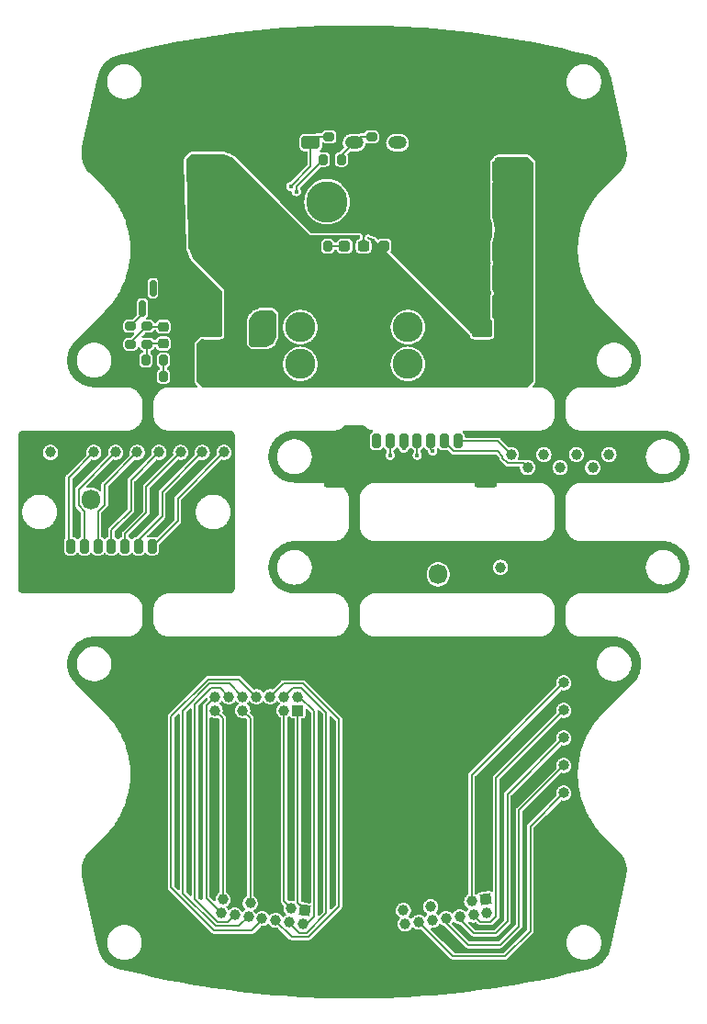
<source format=gbr>
%TF.GenerationSoftware,KiCad,Pcbnew,7.0.11*%
%TF.CreationDate,2025-06-25T00:44:36+09:00*%
%TF.ProjectId,1stLayer_Power,3173744c-6179-4657-925f-506f7765722e,rev?*%
%TF.SameCoordinates,Original*%
%TF.FileFunction,Copper,L1,Top*%
%TF.FilePolarity,Positive*%
%FSLAX46Y46*%
G04 Gerber Fmt 4.6, Leading zero omitted, Abs format (unit mm)*
G04 Created by KiCad (PCBNEW 7.0.11) date 2025-06-25 00:44:36*
%MOMM*%
%LPD*%
G01*
G04 APERTURE LIST*
G04 Aperture macros list*
%AMRoundRect*
0 Rectangle with rounded corners*
0 $1 Rounding radius*
0 $2 $3 $4 $5 $6 $7 $8 $9 X,Y pos of 4 corners*
0 Add a 4 corners polygon primitive as box body*
4,1,4,$2,$3,$4,$5,$6,$7,$8,$9,$2,$3,0*
0 Add four circle primitives for the rounded corners*
1,1,$1+$1,$2,$3*
1,1,$1+$1,$4,$5*
1,1,$1+$1,$6,$7*
1,1,$1+$1,$8,$9*
0 Add four rect primitives between the rounded corners*
20,1,$1+$1,$2,$3,$4,$5,0*
20,1,$1+$1,$4,$5,$6,$7,0*
20,1,$1+$1,$6,$7,$8,$9,0*
20,1,$1+$1,$8,$9,$2,$3,0*%
%AMRotRect*
0 Rectangle, with rotation*
0 The origin of the aperture is its center*
0 $1 length*
0 $2 width*
0 $3 Rotation angle, in degrees counterclockwise*
0 Add horizontal line*
21,1,$1,$2,0,0,$3*%
G04 Aperture macros list end*
%TA.AperFunction,SMDPad,CuDef*%
%ADD10RoundRect,0.250001X0.799999X-1.999999X0.799999X1.999999X-0.799999X1.999999X-0.799999X-1.999999X0*%
%TD*%
%TA.AperFunction,ComponentPad*%
%ADD11C,1.000000*%
%TD*%
%TA.AperFunction,ComponentPad*%
%ADD12O,1.850000X1.700000*%
%TD*%
%TA.AperFunction,ComponentPad*%
%ADD13RoundRect,0.250000X-0.675000X0.600000X-0.675000X-0.600000X0.675000X-0.600000X0.675000X0.600000X0*%
%TD*%
%TA.AperFunction,ComponentPad*%
%ADD14O,1.700000X1.850000*%
%TD*%
%TA.AperFunction,ComponentPad*%
%ADD15RoundRect,0.250000X0.600000X0.675000X-0.600000X0.675000X-0.600000X-0.675000X0.600000X-0.675000X0*%
%TD*%
%TA.AperFunction,ComponentPad*%
%ADD16RotRect,1.000000X1.000000X352.500000*%
%TD*%
%TA.AperFunction,SMDPad,CuDef*%
%ADD17RoundRect,0.200000X0.275000X-0.200000X0.275000X0.200000X-0.275000X0.200000X-0.275000X-0.200000X0*%
%TD*%
%TA.AperFunction,SMDPad,CuDef*%
%ADD18RoundRect,0.200000X0.200000X0.275000X-0.200000X0.275000X-0.200000X-0.275000X0.200000X-0.275000X0*%
%TD*%
%TA.AperFunction,SMDPad,CuDef*%
%ADD19RoundRect,0.237500X0.287500X0.237500X-0.287500X0.237500X-0.287500X-0.237500X0.287500X-0.237500X0*%
%TD*%
%TA.AperFunction,SMDPad,CuDef*%
%ADD20RoundRect,0.225000X0.250000X-0.225000X0.250000X0.225000X-0.250000X0.225000X-0.250000X-0.225000X0*%
%TD*%
%TA.AperFunction,SMDPad,CuDef*%
%ADD21RoundRect,0.250001X-0.799999X-1.249999X0.799999X-1.249999X0.799999X1.249999X-0.799999X1.249999X0*%
%TD*%
%TA.AperFunction,SMDPad,CuDef*%
%ADD22RoundRect,0.200000X-0.200000X-0.450000X0.200000X-0.450000X0.200000X0.450000X-0.200000X0.450000X0*%
%TD*%
%TA.AperFunction,SMDPad,CuDef*%
%ADD23RoundRect,0.200000X-0.200000X-0.275000X0.200000X-0.275000X0.200000X0.275000X-0.200000X0.275000X0*%
%TD*%
%TA.AperFunction,ComponentPad*%
%ADD24R,3.800000X3.800000*%
%TD*%
%TA.AperFunction,ComponentPad*%
%ADD25C,3.800000*%
%TD*%
%TA.AperFunction,ComponentPad*%
%ADD26R,1.000000X1.000000*%
%TD*%
%TA.AperFunction,ComponentPad*%
%ADD27C,2.000000*%
%TD*%
%TA.AperFunction,ComponentPad*%
%ADD28O,1.000000X1.000000*%
%TD*%
%TA.AperFunction,ComponentPad*%
%ADD29C,2.780000*%
%TD*%
%TA.AperFunction,SMDPad,CuDef*%
%ADD30RoundRect,0.250000X-0.250000X-0.250000X0.250000X-0.250000X0.250000X0.250000X-0.250000X0.250000X0*%
%TD*%
%TA.AperFunction,ComponentPad*%
%ADD31RotRect,1.000000X1.000000X7.500000*%
%TD*%
%TA.AperFunction,ComponentPad*%
%ADD32C,0.800000*%
%TD*%
%TA.AperFunction,ComponentPad*%
%ADD33C,6.400000*%
%TD*%
%TA.AperFunction,SMDPad,CuDef*%
%ADD34RoundRect,0.150000X-0.150000X0.587500X-0.150000X-0.587500X0.150000X-0.587500X0.150000X0.587500X0*%
%TD*%
%TA.AperFunction,ComponentPad*%
%ADD35RoundRect,0.250000X-0.600000X-0.675000X0.600000X-0.675000X0.600000X0.675000X-0.600000X0.675000X0*%
%TD*%
%TA.AperFunction,ComponentPad*%
%ADD36RoundRect,0.300000X-0.550000X0.300000X-0.550000X-0.300000X0.550000X-0.300000X0.550000X0.300000X0*%
%TD*%
%TA.AperFunction,ComponentPad*%
%ADD37O,1.700000X1.200000*%
%TD*%
%TA.AperFunction,ComponentPad*%
%ADD38O,1.200000X2.800000*%
%TD*%
%TA.AperFunction,ViaPad*%
%ADD39C,0.450000*%
%TD*%
%TA.AperFunction,Conductor*%
%ADD40C,0.200000*%
%TD*%
G04 APERTURE END LIST*
D10*
%TO.P,C4,1*%
%TO.N,VDD*%
X114770000Y-64510000D03*
%TO.P,C4,2*%
%TO.N,GND*%
X114770000Y-57310000D03*
%TD*%
D11*
%TO.P,H12,1,1*%
%TO.N,/Conn3/RS485_Panel0*%
X152270000Y-89610000D03*
%TD*%
%TO.P,H17,1,1*%
%TO.N,/Conn3/RS485_Panel5*%
X144770000Y-90810000D03*
%TD*%
D10*
%TO.P,C1,1*%
%TO.N,VDD*%
X142770000Y-64510000D03*
%TO.P,C1,2*%
%TO.N,GND*%
X142770000Y-57310000D03*
%TD*%
D12*
%TO.P,J5,2,Pin_2*%
%TO.N,VDD*%
X140570000Y-80460000D03*
D13*
%TO.P,J5,1,Pin_1*%
%TO.N,GND*%
X140570000Y-77960000D03*
%TD*%
D14*
%TO.P,J8,2,Pin_2*%
%TO.N,Net-(J8-Pin_2)*%
X104520000Y-93760000D03*
D15*
%TO.P,J8,1,Pin_1*%
%TO.N,GND*%
X107020000Y-93760000D03*
%TD*%
D16*
%TO.P,J2,1,Pin_1*%
%TO.N,unconnected-(J1-Pin_1-Pad1)*%
X124228142Y-131635536D03*
D11*
%TO.P,J2,2,Pin_2*%
%TO.N,unconnected-(J1-Pin_2-Pad2)*%
X124062374Y-132894671D03*
%TO.P,J2,3,Pin_3*%
%TO.N,/1stLayer/3.3V_Drive*%
X122969007Y-131469768D03*
%TO.P,J2,4,Pin_4*%
%TO.N,SWDIO_Drive*%
X122803239Y-132728903D03*
%TO.P,J2,5,Pin_5*%
%TO.N,GND*%
X121709872Y-131303999D03*
%TO.P,J2,6,Pin_6*%
%TO.N,SWCLK_Drive*%
X121544104Y-132563134D03*
%TO.P,J2,7,Pin_7*%
%TO.N,GND*%
X120450737Y-131138231D03*
%TO.P,J2,8,Pin_8*%
%TO.N,SWO_Drive*%
X120284969Y-132397366D03*
%TO.P,J2,9,Pin_9*%
%TO.N,unconnected-(J1-Pin_9-Pad9)*%
X119191602Y-130972463D03*
%TO.P,J2,10,Pin_10*%
%TO.N,unconnected-(J1-Pin_10-Pad10)*%
X119025834Y-132231598D03*
%TO.P,J2,11,Pin_11*%
%TO.N,GND*%
X117932467Y-130806694D03*
%TO.P,J2,12,Pin_12*%
%TO.N,NRST_Drive*%
X117766699Y-132065829D03*
%TO.P,J2,13,Pin_13*%
%TO.N,unconnected-(J1-Pin_13-Pad13)*%
X116673332Y-130640926D03*
%TO.P,J2,14,Pin_14*%
%TO.N,unconnected-(J1-Pin_14-Pad14)*%
X116507564Y-131900061D03*
%TD*%
D17*
%TO.P,R6,1*%
%TO.N,Net-(SW1-B)*%
X130370000Y-60335000D03*
%TO.P,R6,2*%
%TO.N,GND*%
X130370000Y-58685000D03*
%TD*%
D18*
%TO.P,R7,1*%
%TO.N,Net-(Q4-G)*%
X111195000Y-82410000D03*
%TO.P,R7,2*%
%TO.N,GND*%
X109545000Y-82410000D03*
%TD*%
D11*
%TO.P,H20,1,1*%
%TO.N,Net-(J8-Pin_2)*%
X100770000Y-89410000D03*
%TD*%
D17*
%TO.P,R9,1*%
%TO.N,/Power/S-S*%
X109670000Y-79435000D03*
%TO.P,R9,2*%
%TO.N,Net-(Q6-G)*%
X109670000Y-77785000D03*
%TD*%
D19*
%TO.P,D3,1,K*%
%TO.N,GND*%
X129645000Y-70410000D03*
%TO.P,D3,2,A*%
%TO.N,Net-(D3-A)*%
X127895000Y-70410000D03*
%TD*%
D20*
%TO.P,C3,1*%
%TO.N,/Power/S-S*%
X111170000Y-79385000D03*
%TO.P,C3,2*%
%TO.N,Net-(Q6-G)*%
X111170000Y-77835000D03*
%TD*%
D11*
%TO.P,H10,1,1*%
%TO.N,/Conn1/Panel_PWRCtrl*%
X116770000Y-89410000D03*
%TD*%
D21*
%TO.P,J10,MP,MountPin*%
%TO.N,GND*%
X140895000Y-91110000D03*
X127045000Y-91110000D03*
D22*
%TO.P,J10,8,Pin_8*%
%TO.N,/Conn3/Panel_PWRCtrl*%
X138345000Y-88360000D03*
%TO.P,J10,7,Pin_7*%
%TO.N,/Conn3/RS485_Panel5*%
X137095000Y-88360000D03*
%TO.P,J10,6,Pin_6*%
%TO.N,/Conn3/RS485_Panel4*%
X135845000Y-88360000D03*
%TO.P,J10,5,Pin_5*%
%TO.N,/Conn3/RS485_Panel3*%
X134595000Y-88360000D03*
%TO.P,J10,4,Pin_4*%
%TO.N,/Conn3/RS485_Panel2*%
X133345000Y-88360000D03*
%TO.P,J10,3,Pin_3*%
%TO.N,/Conn3/RS485_Panel1*%
X132095000Y-88360000D03*
%TO.P,J10,2,Pin_2*%
%TO.N,/Conn3/RS485_Panel0*%
X130845000Y-88360000D03*
%TO.P,J10,1,Pin_1*%
%TO.N,GND*%
X129595000Y-88360000D03*
%TD*%
D11*
%TO.P,H6,1,1*%
%TO.N,/Conn1/RS485_Panel2*%
X108770000Y-89410000D03*
%TD*%
D23*
%TO.P,R8,1*%
%TO.N,/Power/S-S*%
X109545000Y-80910000D03*
%TO.P,R8,2*%
%TO.N,Net-(Q4-G)*%
X111195000Y-80910000D03*
%TD*%
D13*
%TO.P,J6,1,Pin_1*%
%TO.N,GND*%
X115670000Y-77960000D03*
D12*
%TO.P,J6,2,Pin_2*%
%TO.N,VDD*%
X115670000Y-80460000D03*
%TD*%
D24*
%TO.P,J4,1,Pin_1*%
%TO.N,GND*%
X131270000Y-66310000D03*
D25*
%TO.P,J4,2,Pin_2*%
%TO.N,+BATT*%
X126270000Y-66310000D03*
%TD*%
D11*
%TO.P,H16,1,1*%
%TO.N,/Conn3/RS485_Panel4*%
X146270000Y-89610000D03*
%TD*%
%TO.P,H18,1,1*%
%TO.N,/Conn3/Panel_PWRCtrl*%
X143270000Y-89610000D03*
%TD*%
%TO.P,H4,1,1*%
%TO.N,/Conn1/RS485_Panel0*%
X104770000Y-89410000D03*
%TD*%
D18*
%TO.P,R11,1*%
%TO.N,Net-(D3-A)*%
X126345000Y-70410000D03*
%TO.P,R11,2*%
%TO.N,VDD*%
X124695000Y-70410000D03*
%TD*%
D26*
%TO.P,H3,1,1*%
%TO.N,GND*%
X102770000Y-89410000D03*
%TD*%
D11*
%TO.P,H22,1,1*%
%TO.N,Net-(J9-Pin_2)*%
X142270000Y-100010000D03*
%TD*%
%TO.P,H8,1,1*%
%TO.N,/Conn1/RS485_Panel4*%
X112770000Y-89410000D03*
%TD*%
D27*
%TO.P,TP2,1,1*%
%TO.N,GND*%
X137170000Y-73860000D03*
%TD*%
D11*
%TO.P,H7,1,1*%
%TO.N,/Conn1/RS485_Panel3*%
X110770000Y-89410000D03*
%TD*%
D26*
%TO.P,H19,1,1*%
%TO.N,GND*%
X98770000Y-89410000D03*
%TD*%
D11*
%TO.P,H14,1,1*%
%TO.N,/Conn3/RS485_Panel2*%
X149270000Y-89610000D03*
%TD*%
D26*
%TO.P,J11,1,Pin_1*%
%TO.N,GND*%
X148094920Y-109395000D03*
D28*
%TO.P,J11,2,Pin_2*%
%TO.N,/1stLayer/3.3V_Wireless*%
X148094920Y-110665000D03*
%TO.P,J11,3,Pin_3*%
%TO.N,GND*%
X148094920Y-111935000D03*
%TO.P,J11,4,Pin_4*%
%TO.N,SWDIO_Wireless*%
X148094920Y-113205000D03*
%TO.P,J11,5,Pin_5*%
%TO.N,GND*%
X148094920Y-114475000D03*
%TO.P,J11,6,Pin_6*%
%TO.N,SWCLK_Wireless*%
X148094920Y-115745000D03*
%TO.P,J11,7,Pin_7*%
%TO.N,GND*%
X148094920Y-117015000D03*
%TO.P,J11,8,Pin_8*%
%TO.N,SWO_Wireless*%
X148094920Y-118285000D03*
%TO.P,J11,9,Pin_9*%
%TO.N,GND*%
X148094920Y-119555000D03*
%TO.P,J11,10,Pin_10*%
%TO.N,NRST_Wireless*%
X148094920Y-120825000D03*
%TD*%
D11*
%TO.P,H15,1,1*%
%TO.N,/Conn3/RS485_Panel3*%
X147770000Y-90810000D03*
%TD*%
D17*
%TO.P,R10,1*%
%TO.N,Net-(Q6-G)*%
X108170000Y-79435000D03*
%TO.P,R10,2*%
%TO.N,Net-(Q1-D)*%
X108170000Y-77785000D03*
%TD*%
D21*
%TO.P,J7,MP,MountPin*%
%TO.N,GND*%
X112695000Y-100810000D03*
X98845000Y-100810000D03*
D22*
%TO.P,J7,8,Pin_8*%
%TO.N,/Conn1/Panel_PWRCtrl*%
X110145000Y-98060000D03*
%TO.P,J7,7,Pin_7*%
%TO.N,/Conn1/RS485_Panel5*%
X108895000Y-98060000D03*
%TO.P,J7,6,Pin_6*%
%TO.N,/Conn1/RS485_Panel4*%
X107645000Y-98060000D03*
%TO.P,J7,5,Pin_5*%
%TO.N,/Conn1/RS485_Panel3*%
X106395000Y-98060000D03*
%TO.P,J7,4,Pin_4*%
%TO.N,/Conn1/RS485_Panel2*%
X105145000Y-98060000D03*
%TO.P,J7,3,Pin_3*%
%TO.N,/Conn1/RS485_Panel1*%
X103895000Y-98060000D03*
%TO.P,J7,2,Pin_2*%
%TO.N,/Conn1/RS485_Panel0*%
X102645000Y-98060000D03*
%TO.P,J7,1,Pin_1*%
%TO.N,GND*%
X101395000Y-98060000D03*
%TD*%
D11*
%TO.P,H9,1,1*%
%TO.N,/Conn1/RS485_Panel5*%
X114770000Y-89410000D03*
%TD*%
D26*
%TO.P,H21,1,1*%
%TO.N,GND*%
X144270000Y-100010000D03*
%TD*%
D17*
%TO.P,R3,1*%
%TO.N,/Power/PowerSW*%
X126470000Y-60335000D03*
%TO.P,R3,2*%
%TO.N,GND*%
X126470000Y-58685000D03*
%TD*%
D11*
%TO.P,H13,1,1*%
%TO.N,/Conn3/RS485_Panel1*%
X150770000Y-90810000D03*
%TD*%
D29*
%TO.P,F2,1*%
%TO.N,+BATT*%
X133730000Y-81260000D03*
X133730000Y-77860000D03*
%TO.P,F2,2*%
%TO.N,Net-(Q4-D)*%
X123810000Y-81260000D03*
X123810000Y-77860000D03*
%TD*%
D30*
%TO.P,D2,1,K*%
%TO.N,VDD*%
X131520000Y-70410000D03*
%TO.P,D2,2,A*%
%TO.N,GND*%
X134020000Y-70410000D03*
%TD*%
D31*
%TO.P,J3,1,Pin_1*%
%TO.N,unconnected-(J3-Pin_1-Pad1)*%
X140866669Y-130640927D03*
D11*
%TO.P,J3,2,Pin_2*%
%TO.N,unconnected-(J3-Pin_2-Pad2)*%
X141032437Y-131900062D03*
%TO.P,J3,3,Pin_3*%
%TO.N,/1stLayer/3.3V_Wireless*%
X139607534Y-130806695D03*
%TO.P,J3,4,Pin_4*%
%TO.N,SWDIO_Wireless*%
X139773302Y-132065830D03*
%TO.P,J3,5,Pin_5*%
%TO.N,GND*%
X138348399Y-130972464D03*
%TO.P,J3,6,Pin_6*%
%TO.N,SWCLK_Wireless*%
X138514167Y-132231599D03*
%TO.P,J3,7,Pin_7*%
%TO.N,GND*%
X137089264Y-131138232D03*
%TO.P,J3,8,Pin_8*%
%TO.N,SWO_Wireless*%
X137255032Y-132397367D03*
%TO.P,J3,9,Pin_9*%
%TO.N,unconnected-(J3-Pin_9-Pad9)*%
X135830129Y-131304000D03*
%TO.P,J3,10,Pin_10*%
%TO.N,unconnected-(J3-Pin_10-Pad10)*%
X135995897Y-132563135D03*
%TO.P,J3,11,Pin_11*%
%TO.N,GND*%
X134570994Y-131469769D03*
%TO.P,J3,12,Pin_12*%
%TO.N,NRST_Wireless*%
X134736762Y-132728904D03*
%TO.P,J3,13,Pin_13*%
%TO.N,unconnected-(J3-Pin_13-Pad13)*%
X133311859Y-131635537D03*
%TO.P,J3,14,Pin_14*%
%TO.N,unconnected-(J3-Pin_14-Pad14)*%
X133477627Y-132894672D03*
%TD*%
D27*
%TO.P,TP1,1,1*%
%TO.N,VDD*%
X143470000Y-72410000D03*
%TD*%
D11*
%TO.P,H5,1,1*%
%TO.N,/Conn1/RS485_Panel1*%
X106770000Y-89410000D03*
%TD*%
D32*
%TO.P,H2,1,1*%
%TO.N,VDD*%
X116822000Y-68910000D03*
X117524944Y-67212944D03*
X117524944Y-70607056D03*
X119222000Y-66510000D03*
D33*
X119222000Y-68910000D03*
D32*
X119222000Y-71310000D03*
X120919056Y-67212944D03*
X120919056Y-70607056D03*
X121622000Y-68910000D03*
%TD*%
D23*
%TO.P,R5,1*%
%TO.N,/Power/S-S*%
X125945000Y-62410000D03*
%TO.P,R5,2*%
%TO.N,Net-(SW1-B)*%
X127595000Y-62410000D03*
%TD*%
D34*
%TO.P,Q1,1,G*%
%TO.N,/Power/PowerSW*%
X110220000Y-74272500D03*
%TO.P,Q1,2,S*%
%TO.N,GND*%
X108320000Y-74272500D03*
%TO.P,Q1,3,D*%
%TO.N,Net-(Q1-D)*%
X109270000Y-76147500D03*
%TD*%
D14*
%TO.P,J9,2,Pin_2*%
%TO.N,Net-(J9-Pin_2)*%
X136520000Y-100660000D03*
D35*
%TO.P,J9,1,Pin_1*%
%TO.N,GND*%
X134020000Y-100660000D03*
%TD*%
D32*
%TO.P,H1,1,1*%
%TO.N,GND*%
X135920000Y-68910000D03*
X136622944Y-67212944D03*
X136622944Y-70607056D03*
X138320000Y-66510000D03*
D33*
X138320000Y-68910000D03*
D32*
X138320000Y-71310000D03*
X140017056Y-67212944D03*
X140017056Y-70607056D03*
X140720000Y-68910000D03*
%TD*%
D26*
%TO.P,H11,1,1*%
%TO.N,GND*%
X153770000Y-90810000D03*
%TD*%
D36*
%TO.P,SW1,1,A*%
%TO.N,/Power/PowerSW*%
X124770000Y-60860000D03*
D37*
%TO.P,SW1,2,B*%
%TO.N,Net-(SW1-B)*%
X128770000Y-60860000D03*
%TO.P,SW1,3,C*%
%TO.N,unconnected-(SW1-C-Pad3)*%
X132770000Y-60860000D03*
%TO.P,SW1,4,C*%
%TO.N,GND*%
X124770000Y-58160000D03*
%TO.P,SW1,5,A*%
X128770000Y-58160000D03*
%TO.P,SW1,6,A*%
X132770000Y-58160000D03*
D38*
%TO.P,SW1,SH,A*%
X137020000Y-59510000D03*
X120520000Y-59510000D03*
%TD*%
D26*
%TO.P,J1,1,Pin_1*%
%TO.N,unconnected-(J1-Pin_1-Pad1)*%
X123580000Y-113209999D03*
D11*
%TO.P,J1,2,Pin_2*%
%TO.N,unconnected-(J1-Pin_2-Pad2)*%
X123580000Y-111939999D03*
%TO.P,J1,3,Pin_3*%
%TO.N,/1stLayer/3.3V_Drive*%
X122310000Y-113209999D03*
%TO.P,J1,4,Pin_4*%
%TO.N,SWDIO_Drive*%
X122310000Y-111939999D03*
%TO.P,J1,5,Pin_5*%
%TO.N,GND*%
X121040000Y-113209999D03*
%TO.P,J1,6,Pin_6*%
%TO.N,SWCLK_Drive*%
X121040000Y-111939999D03*
%TO.P,J1,7,Pin_7*%
%TO.N,GND*%
X119770000Y-113209999D03*
%TO.P,J1,8,Pin_8*%
%TO.N,SWO_Drive*%
X119770000Y-111939999D03*
%TO.P,J1,9,Pin_9*%
%TO.N,unconnected-(J1-Pin_9-Pad9)*%
X118500000Y-113209999D03*
%TO.P,J1,10,Pin_10*%
%TO.N,unconnected-(J1-Pin_10-Pad10)*%
X118500000Y-111939999D03*
%TO.P,J1,11,Pin_11*%
%TO.N,GND*%
X117230000Y-113209999D03*
%TO.P,J1,12,Pin_12*%
%TO.N,NRST_Drive*%
X117230000Y-111939999D03*
%TO.P,J1,13,Pin_13*%
%TO.N,unconnected-(J1-Pin_13-Pad13)*%
X115960000Y-113209999D03*
%TO.P,J1,14,Pin_14*%
%TO.N,unconnected-(J1-Pin_14-Pad14)*%
X115960000Y-111939999D03*
%TD*%
D39*
%TO.N,GND*%
X112060000Y-112170000D03*
X111230000Y-114610000D03*
X111230000Y-119150000D03*
X111230000Y-124280000D03*
X111230000Y-129540000D03*
X115750000Y-136150000D03*
X121570000Y-136340000D03*
X136550000Y-128990000D03*
X133310000Y-125650000D03*
X133560000Y-120520000D03*
X132030000Y-110780000D03*
X133530000Y-116620000D03*
X130830000Y-113100000D03*
X130950000Y-117390000D03*
X130990000Y-121730000D03*
X130760000Y-125950000D03*
X128160000Y-131030000D03*
X128090000Y-125940000D03*
X128110000Y-121590000D03*
X128090000Y-117720000D03*
X127830000Y-113230000D03*
X124860000Y-110410000D03*
X121940000Y-110110000D03*
X118770000Y-109940000D03*
X115070000Y-109590000D03*
X120280000Y-111080000D03*
X126800000Y-114670000D03*
X126780000Y-119750000D03*
X126790000Y-130030000D03*
X126790000Y-116720000D03*
X126800000Y-124450000D03*
X126790000Y-127480000D03*
X126810000Y-122130000D03*
X125640000Y-113930000D03*
X125640000Y-119920000D03*
X125650000Y-131310000D03*
X125650000Y-116890000D03*
X125660000Y-125730000D03*
X125650000Y-128760000D03*
X125640000Y-122890000D03*
X124280000Y-114230000D03*
X124280000Y-120220000D03*
X124290000Y-130500000D03*
X124290000Y-117190000D03*
X124300000Y-124920000D03*
X124290000Y-127950000D03*
X124310000Y-122600000D03*
X122930000Y-114180000D03*
X122930000Y-120170000D03*
X122940000Y-130450000D03*
X122940000Y-117140000D03*
X122950000Y-124870000D03*
X122940000Y-127900000D03*
X122960000Y-122550000D03*
X114620000Y-113100000D03*
X114620000Y-118990000D03*
X114635000Y-130230000D03*
X114620000Y-115940000D03*
X114630000Y-124270000D03*
X114620000Y-127300000D03*
X114630000Y-121400000D03*
X113540000Y-124260000D03*
X113530000Y-127290000D03*
X113550000Y-121940000D03*
X113530000Y-116530000D03*
X113520000Y-119560000D03*
X113520000Y-113570000D03*
X112440000Y-114120000D03*
X112450000Y-117080000D03*
X112440000Y-120110000D03*
X112430000Y-123330000D03*
X112440000Y-126290000D03*
X112430000Y-129320000D03*
X113530000Y-129840000D03*
X121580000Y-128630000D03*
X119920000Y-128630000D03*
X121620000Y-126210000D03*
X119780000Y-126220000D03*
X121640000Y-123490000D03*
X119890000Y-123520000D03*
X121660000Y-120750000D03*
X119890000Y-120680000D03*
X121680000Y-117500000D03*
X119930000Y-117510000D03*
X121700000Y-114470000D03*
X119810000Y-114420000D03*
X117420000Y-119330000D03*
X118570000Y-118140000D03*
X115920000Y-118660000D03*
X115880000Y-122630000D03*
X115890000Y-125980000D03*
X115910000Y-129430000D03*
X118610000Y-128960000D03*
X117400000Y-127010000D03*
X118560000Y-125250000D03*
X118580000Y-121740000D03*
X117420000Y-123070000D03*
X118580000Y-114260000D03*
X117330000Y-116310000D03*
X115900000Y-114360000D03*
%TO.N,Net-(Q6-G)*%
X111170000Y-77835000D03*
%TO.N,VDD*%
X120520000Y-75160000D03*
X121040000Y-73720000D03*
X118520000Y-73160000D03*
X117936262Y-72693787D03*
X117520000Y-73160000D03*
X122520000Y-72160000D03*
X120830000Y-72480000D03*
X121040000Y-74640000D03*
X117970000Y-74710000D03*
X121520000Y-73160000D03*
X122030000Y-71670000D03*
X118970000Y-72710000D03*
X116170000Y-71310000D03*
X122520000Y-71160000D03*
X120046983Y-73700000D03*
X116520000Y-72160000D03*
X122070000Y-74710000D03*
X117270000Y-72410000D03*
X119520000Y-73160000D03*
X119520000Y-74160000D03*
X116320000Y-73020000D03*
X120040000Y-74660000D03*
X120520000Y-74160000D03*
X122520000Y-73160000D03*
X117520000Y-74160000D03*
X121520000Y-75160000D03*
X121520000Y-72160000D03*
X120520000Y-73160000D03*
X119520000Y-75160000D03*
X118520000Y-74160000D03*
X122520000Y-74160000D03*
X119060000Y-74670000D03*
X119030000Y-73680000D03*
X121520000Y-74160000D03*
X118520000Y-75160000D03*
X119970000Y-72710000D03*
X116870000Y-73710000D03*
%TO.N,GND*%
X155345000Y-91910000D03*
X117270000Y-101910000D03*
X105770000Y-99110000D03*
X140720000Y-119310000D03*
X109770000Y-87910000D03*
X121270000Y-89660000D03*
X118770000Y-108410000D03*
X128770000Y-102160000D03*
X123770000Y-108410000D03*
X108260000Y-76760000D03*
X149370000Y-88560000D03*
X108770000Y-128410000D03*
X117160000Y-56140000D03*
X138770000Y-113410000D03*
X130270000Y-129410000D03*
X101770000Y-101910000D03*
X139270000Y-91110000D03*
X117270000Y-96410000D03*
X113210000Y-71440000D03*
X113770000Y-137910000D03*
X151170000Y-106910000D03*
X119220000Y-62870000D03*
X111870000Y-131210000D03*
X123270000Y-97910000D03*
X154520000Y-97910000D03*
X106170000Y-136110000D03*
X141070000Y-134310000D03*
X131820000Y-90385000D03*
X109820000Y-55390000D03*
X143770000Y-113410000D03*
X141695000Y-89985000D03*
X148680000Y-78140000D03*
X123270000Y-102160000D03*
X128770000Y-91910000D03*
X152020000Y-97910000D03*
X151540000Y-82730000D03*
X148770000Y-108410000D03*
X151970000Y-133910000D03*
X113770000Y-101910000D03*
X110390000Y-80190000D03*
X105270000Y-91910000D03*
X125770000Y-89660000D03*
X140770000Y-126260000D03*
X133445000Y-91910000D03*
X151245000Y-87735000D03*
X105170000Y-106910000D03*
X105970000Y-95710000D03*
X123770000Y-139110000D03*
X103980000Y-62210000D03*
X111070000Y-98110000D03*
X155270000Y-89810000D03*
X98270000Y-99110000D03*
X134370000Y-133710000D03*
X159270000Y-99910000D03*
X112960000Y-61650000D03*
X149020000Y-132860000D03*
X104370000Y-127510000D03*
X111770000Y-95510000D03*
X111170000Y-76840000D03*
X135020000Y-102160000D03*
X142395000Y-128860000D03*
X123270000Y-91910000D03*
X130870000Y-91785000D03*
X147195000Y-89985000D03*
X150570000Y-91885000D03*
X112560000Y-56900000D03*
X129290000Y-59550000D03*
X112400000Y-77990000D03*
X148570000Y-136910000D03*
X155295000Y-87810000D03*
X128770000Y-108410000D03*
X112245000Y-81585000D03*
X149870000Y-90460000D03*
X157520000Y-102160000D03*
X144495000Y-127510000D03*
X150520000Y-99910000D03*
X151270000Y-89910000D03*
X107070000Y-97010000D03*
X108630000Y-80460000D03*
X109770000Y-89510000D03*
X110380000Y-78600000D03*
X107130000Y-75700000D03*
X125770000Y-102160000D03*
X111770000Y-108940000D03*
X130030000Y-61220000D03*
X103060000Y-81830000D03*
X143520000Y-102160000D03*
X140870000Y-135360000D03*
X107570000Y-123110000D03*
X141370000Y-106710000D03*
X106990000Y-65570000D03*
X141933167Y-132873167D03*
X111770000Y-89510000D03*
X148850000Y-53000000D03*
X133770000Y-139110000D03*
X104770000Y-111310000D03*
X131770000Y-106710000D03*
X132020000Y-97910000D03*
X110410000Y-81660000D03*
X159320000Y-89860000D03*
X125870000Y-63410000D03*
X149570000Y-116310000D03*
X116370000Y-106710000D03*
X117270000Y-90910000D03*
X147745000Y-102560000D03*
X133895000Y-89435000D03*
X130360000Y-68800000D03*
X138770000Y-123410000D03*
X113270000Y-96110000D03*
X103170000Y-96910000D03*
X108770000Y-118410000D03*
X122230000Y-65500000D03*
X151320000Y-53710000D03*
X146845000Y-87385000D03*
X138770000Y-108410000D03*
X150410000Y-65700000D03*
X115770000Y-89310000D03*
X144495000Y-131410000D03*
X126100000Y-50480000D03*
X108970000Y-94710000D03*
X105770000Y-101910000D03*
X108480000Y-61480000D03*
X125970000Y-106710000D03*
X136420000Y-118410000D03*
X112070000Y-91210000D03*
X157270000Y-97910000D03*
X121080000Y-64830000D03*
X131410000Y-60500000D03*
X128770000Y-106685000D03*
X136170000Y-106710000D03*
X117270000Y-99110000D03*
X113770000Y-133410000D03*
X149370000Y-121110000D03*
X116940000Y-61240000D03*
X111100000Y-74130000D03*
X148930000Y-69840000D03*
X144770000Y-123110000D03*
X109770000Y-83285000D03*
X157320000Y-87760000D03*
X99870000Y-92010000D03*
X118770000Y-138710000D03*
X151370000Y-113110000D03*
X146020000Y-102160000D03*
X145570000Y-62020000D03*
X128290000Y-63780000D03*
X109570000Y-133360000D03*
X135290000Y-64080000D03*
X106670000Y-90510000D03*
X105770000Y-97010000D03*
X135560000Y-114330000D03*
X138770000Y-118410000D03*
X141160000Y-71970000D03*
X147850000Y-83280000D03*
X142770000Y-133560000D03*
X110470000Y-96910000D03*
X147770000Y-106510000D03*
X108770000Y-113410000D03*
X128770000Y-99910000D03*
X105370000Y-133510000D03*
X107880000Y-57250000D03*
X140220000Y-129760000D03*
X145620000Y-119510000D03*
X112040000Y-83140000D03*
X138340000Y-50980000D03*
X132020000Y-102160000D03*
X105770000Y-89510000D03*
X141220000Y-129610000D03*
X139020000Y-97910000D03*
X132845000Y-89560000D03*
X153570000Y-87860000D03*
X140770000Y-122860000D03*
X136870000Y-89985000D03*
X149270000Y-102160000D03*
X153570000Y-110910000D03*
X108970000Y-92110000D03*
X123270000Y-87910000D03*
X144170000Y-137910000D03*
X110670000Y-90610000D03*
X151370000Y-135910000D03*
X153260000Y-62180000D03*
X112400000Y-75420000D03*
X145770000Y-124260000D03*
X149270000Y-97910000D03*
X138470000Y-76640000D03*
X146870000Y-92285000D03*
X105200000Y-56940000D03*
X110270000Y-95210000D03*
X121270000Y-100010000D03*
X115070000Y-92010000D03*
X152470000Y-91960000D03*
X133770000Y-108410000D03*
X141120000Y-64480000D03*
X107770000Y-89510000D03*
X139270000Y-89985000D03*
X117270000Y-93410000D03*
X129530000Y-55020000D03*
X131970000Y-134510000D03*
X128770000Y-97910000D03*
X98270000Y-87910000D03*
X144150000Y-51820000D03*
X108780000Y-52960000D03*
X113670000Y-91410000D03*
X132520000Y-70850000D03*
X110170000Y-72890000D03*
X150395000Y-88635000D03*
X112880000Y-66740000D03*
X104870000Y-83010000D03*
X135410000Y-55070000D03*
X110200000Y-76890000D03*
X113770000Y-87910000D03*
X128770000Y-139310000D03*
X101470000Y-93710000D03*
X107310000Y-78610000D03*
X108370000Y-97010000D03*
X148670000Y-87335000D03*
X134140000Y-60430000D03*
X150480000Y-75810000D03*
X108770000Y-108410000D03*
X109770000Y-101910000D03*
X107660000Y-83130000D03*
X102770000Y-108710000D03*
X142520000Y-120360000D03*
X145320000Y-114660000D03*
X147695000Y-97710000D03*
X135270000Y-89410000D03*
X125770000Y-99910000D03*
X104270000Y-90910000D03*
X131270000Y-89410000D03*
X125770000Y-91910000D03*
X139920000Y-133060000D03*
X143570000Y-121710000D03*
X108540000Y-70160000D03*
X145870000Y-133860000D03*
X117270000Y-87910000D03*
X138770000Y-128410000D03*
X147770000Y-99910000D03*
X145770000Y-67670000D03*
X110370000Y-92910000D03*
X143670000Y-91110000D03*
X123990000Y-62460000D03*
X113770000Y-89510000D03*
X147280000Y-56870000D03*
X113770000Y-99110000D03*
X148645000Y-92285000D03*
X110520000Y-75530000D03*
X142770000Y-97910000D03*
X143445000Y-126510000D03*
X125540000Y-59660000D03*
X145960000Y-82970000D03*
X146090000Y-78100000D03*
X153270000Y-99910000D03*
X135210000Y-73430000D03*
X146020000Y-97910000D03*
X150870000Y-79980000D03*
X106160000Y-53670000D03*
X128770000Y-136510000D03*
X109370000Y-74810000D03*
X114370000Y-51780000D03*
X125770000Y-134410000D03*
X120860000Y-133470000D03*
X152270000Y-56450000D03*
X128770000Y-87910000D03*
X121570000Y-106710000D03*
X143770000Y-108410000D03*
X143120000Y-116910000D03*
X135770000Y-123910000D03*
X157345000Y-91810000D03*
X138270000Y-135160000D03*
X137170000Y-136310000D03*
X109270000Y-136910000D03*
X141380000Y-61890000D03*
X127520000Y-59880000D03*
X132520000Y-130910000D03*
X111770000Y-93410000D03*
X132020000Y-99910000D03*
X145890000Y-73090000D03*
X153980000Y-79310000D03*
X128510000Y-61960000D03*
X133770000Y-128410000D03*
X154510000Y-81850000D03*
X123250000Y-60140000D03*
X98270000Y-101910000D03*
X103470000Y-79270000D03*
X148790000Y-62030000D03*
X141400000Y-55870000D03*
X120030000Y-50940000D03*
X118270000Y-134410000D03*
X141220000Y-74720000D03*
X152020000Y-102160000D03*
X147645000Y-88560000D03*
X113770000Y-79420000D03*
X135520000Y-97910000D03*
X148820000Y-91010000D03*
X101770000Y-99110000D03*
X123470000Y-55130000D03*
X145320000Y-117160000D03*
X138520000Y-133260000D03*
X134570000Y-91010000D03*
X98270000Y-96410000D03*
X107470000Y-91810000D03*
X149020000Y-128260000D03*
X126220000Y-61370000D03*
X155270000Y-99910000D03*
X143445000Y-130510000D03*
X98270000Y-90910000D03*
X103170000Y-95210000D03*
X109770000Y-99210000D03*
X136620000Y-133360000D03*
X98270000Y-93410000D03*
X142395000Y-125160000D03*
X101770000Y-87910000D03*
X150570000Y-123910000D03*
X132490000Y-50500000D03*
X113170000Y-94010000D03*
X153170000Y-127110000D03*
X101370000Y-96410000D03*
X106560000Y-80220000D03*
X135370000Y-111360000D03*
X154520000Y-102160000D03*
X154170000Y-107510000D03*
X111970000Y-80370000D03*
X105770000Y-87910000D03*
X125770000Y-97910000D03*
X113645000Y-83060000D03*
X143420000Y-134410000D03*
X130020000Y-87585000D03*
X145870000Y-128460000D03*
X116180000Y-74620000D03*
X109770000Y-106710000D03*
X141670000Y-91110000D03*
X138770000Y-138710000D03*
X125770000Y-87910000D03*
X128770000Y-133410000D03*
X128770000Y-89660000D03*
X146770000Y-120860000D03*
X152195000Y-88610000D03*
X136870000Y-91110000D03*
%TO.N,Net-(Q4-G)*%
X111195000Y-80910000D03*
%TO.N,/Power/S-S*%
X119321500Y-79260000D03*
X120609000Y-79260000D03*
X120660000Y-78350000D03*
X119990000Y-78360000D03*
X119971500Y-79260000D03*
X120010000Y-77560000D03*
X111170000Y-79385000D03*
X119370000Y-77710000D03*
X121300000Y-77500000D03*
X121270000Y-78310000D03*
X120645000Y-76770000D03*
X120670000Y-77510000D03*
X123445000Y-65375244D03*
X121295000Y-76770000D03*
X120007500Y-76770000D03*
X119370000Y-78510000D03*
%TO.N,/Power/PowerSW*%
X122920000Y-64910000D03*
X110220000Y-74272500D03*
%TO.N,/Conn3/RS485_Panel0*%
X130845000Y-88360000D03*
%TO.N,/Conn3/RS485_Panel1*%
X132095000Y-89685000D03*
%TO.N,/Conn3/RS485_Panel2*%
X133345000Y-89035000D03*
%TO.N,/Conn3/RS485_Panel3*%
X134595000Y-89685000D03*
%TO.N,/Conn3/RS485_Panel4*%
X136020000Y-89310000D03*
%TD*%
D40*
%TO.N,SWCLK_Drive*%
X124559431Y-134094671D02*
X123037636Y-134094671D01*
X123037636Y-134094671D02*
X121544104Y-132601139D01*
X127370000Y-131284102D02*
X124559431Y-134094671D01*
X121544104Y-132601139D02*
X121544104Y-132563134D01*
X127370000Y-114032942D02*
X127370000Y-131284102D01*
X122240000Y-110739999D02*
X124077057Y-110739999D01*
X121040000Y-111939999D02*
X122240000Y-110739999D01*
X124077057Y-110739999D02*
X127370000Y-114032942D01*
%TO.N,SWDIO_Drive*%
X123911371Y-111139999D02*
X123110000Y-111139999D01*
X126210000Y-131878416D02*
X126210000Y-113438628D01*
X126210000Y-113438628D02*
X123911371Y-111139999D01*
X124393745Y-133694671D02*
X126210000Y-131878416D01*
X122803239Y-132766907D02*
X123731003Y-133694671D01*
X123731003Y-133694671D02*
X124393745Y-133694671D01*
X123110000Y-111139999D02*
X122310000Y-111939999D01*
X122803239Y-132728903D02*
X122803239Y-132766907D01*
%TO.N,SWO_Drive*%
X118170000Y-110339999D02*
X119770000Y-111939999D01*
X120284969Y-132397366D02*
X120284969Y-132570655D01*
X120284969Y-132570655D02*
X119355563Y-133500061D01*
X111890000Y-113747257D02*
X115297258Y-110339999D01*
X119355563Y-133500061D02*
X115844821Y-133500061D01*
X115844821Y-133500061D02*
X111890000Y-129545240D01*
X111890000Y-129545240D02*
X111890000Y-113747257D01*
X115297258Y-110339999D02*
X118170000Y-110339999D01*
%TO.N,unconnected-(J1-Pin_10-Pad10)*%
X116010507Y-133100061D02*
X118157371Y-133100061D01*
X112980000Y-113222942D02*
X112980000Y-130069554D01*
X112980000Y-130069554D02*
X116010507Y-133100061D01*
X115462943Y-110739999D02*
X112980000Y-113222942D01*
X118157371Y-133100061D02*
X119025834Y-132231598D01*
X117300000Y-110739999D02*
X115462943Y-110739999D01*
X118500000Y-111939999D02*
X117300000Y-110739999D01*
%TO.N,unconnected-(J1-Pin_9-Pad9)*%
X119191602Y-113901601D02*
X119191602Y-130972463D01*
X118500000Y-113209999D02*
X119191602Y-113901601D01*
%TO.N,unconnected-(J1-Pin_1-Pad1)*%
X124228142Y-131597532D02*
X124228142Y-131635536D01*
X123580000Y-130949390D02*
X124228142Y-131597532D01*
X123580000Y-113209999D02*
X123580000Y-130949390D01*
%TO.N,unconnected-(J1-Pin_2-Pad2)*%
X125089128Y-132190260D02*
X124384717Y-132894671D01*
X125089128Y-113279128D02*
X125089128Y-132190260D01*
X123749999Y-111939999D02*
X125089128Y-113279128D01*
X123580000Y-111939999D02*
X123749999Y-111939999D01*
X124384717Y-132894671D02*
X124062374Y-132894671D01*
%TO.N,/1stLayer/3.3V_Drive*%
X122969007Y-131431763D02*
X122969007Y-131469768D01*
X122310000Y-130772756D02*
X122969007Y-131431763D01*
X122310000Y-113209999D02*
X122310000Y-130772756D01*
%TO.N,unconnected-(J1-Pin_13-Pad13)*%
X116673332Y-113923331D02*
X116673332Y-130640926D01*
X115960000Y-113209999D02*
X116673332Y-113923331D01*
%TO.N,NRST_Drive*%
X115628629Y-111139999D02*
X116430000Y-111139999D01*
X116176193Y-132700061D02*
X114090000Y-130613868D01*
X114090000Y-130613868D02*
X114090000Y-112678628D01*
X117132467Y-132700061D02*
X116176193Y-132700061D01*
X117766699Y-132065829D02*
X117132467Y-132700061D01*
X114090000Y-112678628D02*
X115628629Y-111139999D01*
X116430000Y-111139999D02*
X117230000Y-111939999D01*
%TO.N,unconnected-(J1-Pin_14-Pad14)*%
X115160000Y-130552497D02*
X116507564Y-131900061D01*
X115960000Y-111939999D02*
X115160000Y-112739999D01*
X115160000Y-112739999D02*
X115160000Y-130552497D01*
%TO.N,Net-(Q6-G)*%
X109720000Y-77835000D02*
X109670000Y-77785000D01*
X108170000Y-79435000D02*
X108170000Y-79285000D01*
X108170000Y-79285000D02*
X109670000Y-77785000D01*
X111170000Y-77835000D02*
X109720000Y-77835000D01*
%TO.N,GND*%
X129645000Y-67935000D02*
X131270000Y-66310000D01*
X129645000Y-70410000D02*
X129645000Y-67935000D01*
%TO.N,Net-(D3-A)*%
X126345000Y-70410000D02*
X127895000Y-70410000D01*
%TO.N,Net-(Q4-G)*%
X111195000Y-82410000D02*
X111195000Y-80910000D01*
%TO.N,Net-(SW1-B)*%
X127595000Y-62410000D02*
X127595000Y-62035000D01*
X129295000Y-60335000D02*
X128770000Y-60860000D01*
X127595000Y-62035000D02*
X128770000Y-60860000D01*
X130370000Y-60335000D02*
X129295000Y-60335000D01*
%TO.N,SWDIO_Wireless*%
X141870000Y-132193870D02*
X141870000Y-119429920D01*
X141870000Y-119429920D02*
X148094920Y-113205000D01*
X140407534Y-132700062D02*
X141363808Y-132700062D01*
X139773302Y-132065830D02*
X140407534Y-132700062D01*
X141363808Y-132700062D02*
X141870000Y-132193870D01*
%TO.N,SWCLK_Wireless*%
X138514167Y-132231599D02*
X138514167Y-132454167D01*
X142920000Y-120919920D02*
X148094920Y-115745000D01*
X142920000Y-132660000D02*
X142920000Y-120919920D01*
X138514167Y-132454167D02*
X139810062Y-133750062D01*
X141829938Y-133750062D02*
X142920000Y-132660000D01*
X139810062Y-133750062D02*
X141829938Y-133750062D01*
%TO.N,SWO_Wireless*%
X142245000Y-134835000D02*
X143970000Y-133110000D01*
X143970000Y-133110000D02*
X143970000Y-122409920D01*
X137255032Y-132397367D02*
X137255032Y-132796200D01*
X137255032Y-132796200D02*
X139293832Y-134835000D01*
X139293832Y-134835000D02*
X142245000Y-134835000D01*
X143970000Y-122409920D02*
X148094920Y-118285000D01*
%TO.N,NRST_Wireless*%
X137892858Y-135885000D02*
X142695000Y-135885000D01*
X145020000Y-133560000D02*
X145020000Y-123899920D01*
X134736762Y-132728904D02*
X137892858Y-135885000D01*
X145020000Y-123899920D02*
X148094920Y-120825000D01*
X142695000Y-135885000D02*
X145020000Y-133560000D01*
%TO.N,Net-(Q1-D)*%
X109270000Y-76147500D02*
X109270000Y-76685000D01*
X109270000Y-76685000D02*
X108170000Y-77785000D01*
%TO.N,/Power/S-S*%
X123445000Y-65375244D02*
X123445000Y-64910000D01*
X109720000Y-79385000D02*
X109670000Y-79435000D01*
X111170000Y-79385000D02*
X109720000Y-79385000D01*
X109670000Y-80785000D02*
X109545000Y-80910000D01*
X109670000Y-79435000D02*
X109670000Y-80785000D01*
X123445000Y-64910000D02*
X125945000Y-62410000D01*
%TO.N,/1stLayer/3.3V_Wireless*%
X139607534Y-130806695D02*
X139607534Y-119152386D01*
X139607534Y-119152386D02*
X148094920Y-110665000D01*
%TO.N,/Power/PowerSW*%
X122920000Y-64910000D02*
X122920000Y-64869314D01*
X126470000Y-60335000D02*
X125295000Y-60335000D01*
X125295000Y-60335000D02*
X124770000Y-60860000D01*
X122920000Y-64869314D02*
X124770000Y-63019314D01*
X124770000Y-63019314D02*
X124770000Y-60860000D01*
%TO.N,/Conn1/RS485_Panel0*%
X102645000Y-98060000D02*
X102470000Y-97885000D01*
X102470000Y-97885000D02*
X102470000Y-91710000D01*
X102470000Y-91710000D02*
X104770000Y-89410000D01*
%TO.N,/Conn1/RS485_Panel1*%
X103895000Y-98060000D02*
X103895000Y-94836346D01*
X103370000Y-94311346D02*
X103370000Y-92810000D01*
X103895000Y-94836346D02*
X103370000Y-94311346D01*
X103370000Y-92810000D02*
X106770000Y-89410000D01*
%TO.N,/Conn1/RS485_Panel2*%
X105770000Y-92410000D02*
X105770000Y-94260000D01*
X105145000Y-94885000D02*
X105145000Y-98060000D01*
X108770000Y-89410000D02*
X105770000Y-92410000D01*
X105770000Y-94260000D02*
X105145000Y-94885000D01*
%TO.N,/Conn1/RS485_Panel3*%
X106395000Y-96560000D02*
X108195000Y-94760000D01*
X108195000Y-94760000D02*
X108195000Y-91985000D01*
X106395000Y-98060000D02*
X106395000Y-96560000D01*
X108195000Y-91985000D02*
X110770000Y-89410000D01*
%TO.N,/Conn1/RS485_Panel4*%
X109620000Y-92560000D02*
X109620000Y-94960000D01*
X112770000Y-89410000D02*
X109620000Y-92560000D01*
X109620000Y-94960000D02*
X107645000Y-96935000D01*
X107645000Y-96935000D02*
X107645000Y-98060000D01*
%TO.N,/Conn1/RS485_Panel5*%
X111070000Y-93110000D02*
X114770000Y-89410000D01*
X108895000Y-97460000D02*
X111070000Y-95285000D01*
X111070000Y-95285000D02*
X111070000Y-93110000D01*
X108895000Y-98060000D02*
X108895000Y-97460000D01*
%TO.N,/Conn1/Panel_PWRCtrl*%
X110207500Y-98060000D02*
X110145000Y-98060000D01*
X112520000Y-93660000D02*
X112520000Y-95747500D01*
X112520000Y-95747500D02*
X110207500Y-98060000D01*
X116770000Y-89410000D02*
X112520000Y-93660000D01*
%TO.N,/Conn3/RS485_Panel1*%
X132095000Y-89685000D02*
X132095000Y-88360000D01*
%TO.N,/Conn3/RS485_Panel3*%
X134595000Y-89685000D02*
X134595000Y-88360000D01*
%TO.N,/Conn3/RS485_Panel4*%
X136020000Y-89310000D02*
X135845000Y-89135000D01*
X135845000Y-89135000D02*
X135845000Y-88360000D01*
%TO.N,/Conn3/RS485_Panel5*%
X137936436Y-89310000D02*
X141970000Y-89310000D01*
X144380000Y-90420000D02*
X144770000Y-90810000D01*
X142948629Y-90420000D02*
X144380000Y-90420000D01*
X142470000Y-89941371D02*
X142948629Y-90420000D01*
X137095000Y-88360000D02*
X137095000Y-88468564D01*
X142470000Y-89810000D02*
X142470000Y-89941371D01*
X141970000Y-89310000D02*
X142470000Y-89810000D01*
X137095000Y-88468564D02*
X137936436Y-89310000D01*
%TO.N,/Conn3/Panel_PWRCtrl*%
X142020000Y-88360000D02*
X143270000Y-89610000D01*
X138345000Y-88360000D02*
X142020000Y-88360000D01*
%TD*%
%TA.AperFunction,Conductor*%
%TO.N,/Power/S-S*%
G36*
X121256884Y-76314010D02*
G01*
X121282515Y-76325716D01*
X121298996Y-76338996D01*
X121541004Y-76581004D01*
X121557890Y-76603562D01*
X121567738Y-76629964D01*
X121570000Y-76651008D01*
X121570000Y-78790307D01*
X121565990Y-78818199D01*
X121562464Y-78828193D01*
X121365404Y-79303937D01*
X121351025Y-79328170D01*
X121343944Y-79336055D01*
X121196055Y-79483944D01*
X121173497Y-79500830D01*
X121163937Y-79505404D01*
X120688194Y-79702464D01*
X120660891Y-79709433D01*
X120650308Y-79710000D01*
X119411008Y-79710000D01*
X119383116Y-79705990D01*
X119357485Y-79694284D01*
X119341004Y-79681004D01*
X119098996Y-79438996D01*
X119082110Y-79416438D01*
X119072262Y-79390036D01*
X119070000Y-79368992D01*
X119070000Y-77329692D01*
X119074010Y-77301800D01*
X119077536Y-77291806D01*
X119274597Y-76816057D01*
X119288973Y-76791829D01*
X119296046Y-76783953D01*
X119543947Y-76536052D01*
X119566502Y-76519169D01*
X119576049Y-76514600D01*
X120051807Y-76317535D01*
X120079109Y-76310567D01*
X120089692Y-76310000D01*
X121228992Y-76310000D01*
X121256884Y-76314010D01*
G37*
%TD.AperFunction*%
%TD*%
%TA.AperFunction,Conductor*%
%TO.N,VDD*%
G36*
X116778200Y-61914010D02*
G01*
X116788190Y-61917534D01*
X117605360Y-62256017D01*
X117629591Y-62270394D01*
X117637476Y-62277476D01*
X124770000Y-69410000D01*
X129245500Y-69410000D01*
X129273392Y-69414010D01*
X129299023Y-69425716D01*
X129320319Y-69444169D01*
X129335554Y-69467874D01*
X129343492Y-69494911D01*
X129344500Y-69509000D01*
X129344500Y-69646888D01*
X129340490Y-69674780D01*
X129328784Y-69700411D01*
X129310331Y-69721707D01*
X129286626Y-69736942D01*
X129262323Y-69744448D01*
X129257818Y-69745224D01*
X129253547Y-69745961D01*
X129196444Y-69764085D01*
X129196434Y-69764089D01*
X129142331Y-69789819D01*
X129092223Y-69822685D01*
X129047069Y-69862058D01*
X129047058Y-69862069D01*
X129007685Y-69907223D01*
X128974819Y-69957331D01*
X128949089Y-70011434D01*
X128949085Y-70011444D01*
X128930961Y-70068548D01*
X128920778Y-70127610D01*
X128920777Y-70127615D01*
X128919500Y-70152544D01*
X128919500Y-70667455D01*
X128920777Y-70692384D01*
X128920778Y-70692389D01*
X128920778Y-70692394D01*
X128920779Y-70692396D01*
X128924279Y-70712694D01*
X128930961Y-70751451D01*
X128949085Y-70808555D01*
X128949089Y-70808565D01*
X128974819Y-70862668D01*
X129007685Y-70912776D01*
X129047058Y-70957930D01*
X129047069Y-70957941D01*
X129092223Y-70997314D01*
X129142331Y-71030180D01*
X129196434Y-71055910D01*
X129196437Y-71055911D01*
X129196443Y-71055914D01*
X129213483Y-71061322D01*
X129253548Y-71074038D01*
X129253549Y-71074038D01*
X129253555Y-71074040D01*
X129312604Y-71084221D01*
X129312612Y-71084221D01*
X129312615Y-71084222D01*
X129337545Y-71085500D01*
X129337548Y-71085500D01*
X129952455Y-71085500D01*
X129977384Y-71084222D01*
X129977386Y-71084221D01*
X129977396Y-71084221D01*
X130036445Y-71074040D01*
X130093557Y-71055914D01*
X130147670Y-71030179D01*
X130197774Y-70997316D01*
X130242936Y-70957936D01*
X130282316Y-70912774D01*
X130315179Y-70862670D01*
X130340914Y-70808557D01*
X130359040Y-70751445D01*
X130369221Y-70692396D01*
X130369853Y-70680084D01*
X130370500Y-70667455D01*
X130370500Y-70152544D01*
X130369222Y-70127615D01*
X130369221Y-70127610D01*
X130369221Y-70127604D01*
X130359040Y-70068555D01*
X130340914Y-70011443D01*
X130340910Y-70011434D01*
X130315180Y-69957331D01*
X130282314Y-69907223D01*
X130242941Y-69862069D01*
X130242930Y-69862058D01*
X130197776Y-69822685D01*
X130147668Y-69789819D01*
X130093565Y-69764089D01*
X130093555Y-69764085D01*
X130036452Y-69745961D01*
X130033459Y-69745445D01*
X130027676Y-69744448D01*
X130000875Y-69735758D01*
X129977604Y-69719867D01*
X129959754Y-69698065D01*
X129948768Y-69672116D01*
X129945500Y-69646888D01*
X129945500Y-69630858D01*
X129949510Y-69602966D01*
X129961216Y-69577335D01*
X129979669Y-69556039D01*
X130003374Y-69540804D01*
X130030411Y-69532866D01*
X130058589Y-69532866D01*
X130082382Y-69539393D01*
X130605360Y-69756017D01*
X130629591Y-69770394D01*
X130637476Y-69777476D01*
X139418900Y-78558900D01*
X139435784Y-78581455D01*
X139445632Y-78607857D01*
X139446226Y-78610805D01*
X139446576Y-78612692D01*
X139446577Y-78612694D01*
X139457602Y-78671993D01*
X139476432Y-78729293D01*
X139502731Y-78783572D01*
X139502732Y-78783573D01*
X139536027Y-78833859D01*
X139575733Y-78879261D01*
X139575738Y-78879266D01*
X139621140Y-78918972D01*
X139646283Y-78935619D01*
X139671428Y-78952269D01*
X139725707Y-78978568D01*
X139783007Y-78997398D01*
X139842306Y-79008423D01*
X139877783Y-79010500D01*
X141262216Y-79010499D01*
X141297694Y-79008423D01*
X141356993Y-78997398D01*
X141414293Y-78978568D01*
X141468572Y-78952269D01*
X141518862Y-78918970D01*
X141564264Y-78879264D01*
X141603970Y-78833862D01*
X141637269Y-78783572D01*
X141663568Y-78729293D01*
X141682398Y-78671993D01*
X141693423Y-78612694D01*
X141695500Y-78577217D01*
X141695499Y-77342784D01*
X141693423Y-77307306D01*
X141682398Y-77248007D01*
X141663568Y-77190707D01*
X141637269Y-77136428D01*
X141620619Y-77111283D01*
X141603972Y-77086140D01*
X141564265Y-77040737D01*
X141553824Y-77031605D01*
X141535470Y-77010225D01*
X141523883Y-76984539D01*
X141520000Y-76957086D01*
X141520000Y-75061212D01*
X141524010Y-75033320D01*
X141535716Y-75007689D01*
X141546644Y-74993642D01*
X141550836Y-74989155D01*
X141584405Y-74941599D01*
X141611185Y-74889916D01*
X141630678Y-74835067D01*
X141642522Y-74778074D01*
X141646494Y-74720000D01*
X141642522Y-74661926D01*
X141630678Y-74604933D01*
X141611185Y-74550084D01*
X141611181Y-74550077D01*
X141611180Y-74550073D01*
X141584409Y-74498408D01*
X141584406Y-74498403D01*
X141584405Y-74498401D01*
X141550836Y-74450845D01*
X141550832Y-74450841D01*
X141550831Y-74450839D01*
X141550829Y-74450836D01*
X141546646Y-74446357D01*
X141530540Y-74423235D01*
X141521600Y-74396513D01*
X141520000Y-74378786D01*
X141520000Y-72224225D01*
X141524010Y-72196333D01*
X141531097Y-72178682D01*
X141551185Y-72139916D01*
X141570678Y-72085067D01*
X141582522Y-72028074D01*
X141586494Y-71970000D01*
X141582522Y-71911926D01*
X141570678Y-71854933D01*
X141551185Y-71800084D01*
X141551181Y-71800077D01*
X141551180Y-71800073D01*
X141531100Y-71761321D01*
X141521828Y-71734712D01*
X141520000Y-71715774D01*
X141520000Y-70079982D01*
X141524010Y-70052090D01*
X141526435Y-70044872D01*
X141528669Y-70038982D01*
X141579466Y-69882642D01*
X141622652Y-69724031D01*
X141658124Y-69563518D01*
X141685799Y-69401478D01*
X141705614Y-69238291D01*
X141717521Y-69074338D01*
X141721493Y-68910000D01*
X141717521Y-68745662D01*
X141705614Y-68581709D01*
X141692621Y-68474704D01*
X141685801Y-68418536D01*
X141685800Y-68418531D01*
X141685799Y-68418522D01*
X141658124Y-68256482D01*
X141622652Y-68095969D01*
X141579466Y-67937358D01*
X141528669Y-67781018D01*
X141526430Y-67775115D01*
X141520292Y-67747616D01*
X141520000Y-67740017D01*
X141520000Y-64642181D01*
X141524010Y-64614289D01*
X141525716Y-64609028D01*
X141525939Y-64608401D01*
X141530678Y-64595067D01*
X141542522Y-64538074D01*
X141546494Y-64480000D01*
X141542522Y-64421926D01*
X141530678Y-64364933D01*
X141525714Y-64350965D01*
X141520154Y-64323346D01*
X141520000Y-64317819D01*
X141520000Y-62701008D01*
X141524010Y-62673116D01*
X141535716Y-62647485D01*
X141548996Y-62631004D01*
X141991004Y-62188996D01*
X142013562Y-62172110D01*
X142039964Y-62162262D01*
X142061008Y-62160000D01*
X144728992Y-62160000D01*
X144756884Y-62164010D01*
X144782515Y-62175716D01*
X144798996Y-62188996D01*
X145241004Y-62631004D01*
X145257890Y-62653562D01*
X145267738Y-62679964D01*
X145270000Y-62701008D01*
X145270000Y-82868992D01*
X145265990Y-82896884D01*
X145254284Y-82922515D01*
X145241004Y-82938996D01*
X144799496Y-83380504D01*
X144776938Y-83397390D01*
X144750536Y-83407238D01*
X144729492Y-83409500D01*
X130718738Y-83409500D01*
X130716965Y-83409621D01*
X130714804Y-83409769D01*
X130708049Y-83410000D01*
X126831951Y-83410000D01*
X126825195Y-83409769D01*
X126822652Y-83409595D01*
X126821261Y-83409500D01*
X126821259Y-83409500D01*
X126770000Y-83409500D01*
X126739725Y-83409500D01*
X126739724Y-83409500D01*
X114810508Y-83409500D01*
X114782616Y-83405490D01*
X114756985Y-83393784D01*
X114740504Y-83380504D01*
X114298996Y-82938996D01*
X114282110Y-82916438D01*
X114272262Y-82890036D01*
X114270000Y-82868992D01*
X114270000Y-81260000D01*
X122218531Y-81260000D01*
X122222408Y-81371017D01*
X122234019Y-81481493D01*
X122253304Y-81590867D01*
X122253310Y-81590895D01*
X122280183Y-81698671D01*
X122314508Y-81804316D01*
X122356119Y-81907305D01*
X122404820Y-82007157D01*
X122404821Y-82007158D01*
X122460354Y-82103344D01*
X122460362Y-82103357D01*
X122522468Y-82195432D01*
X122522475Y-82195442D01*
X122590864Y-82282977D01*
X122590868Y-82282981D01*
X122590870Y-82282984D01*
X122665194Y-82365528D01*
X122745107Y-82442700D01*
X122813175Y-82499814D01*
X122830194Y-82514095D01*
X122920062Y-82579388D01*
X122920071Y-82579393D01*
X122920074Y-82579396D01*
X122939160Y-82591322D01*
X123014265Y-82638253D01*
X123112346Y-82690403D01*
X123213825Y-82735584D01*
X123275058Y-82757871D01*
X123318199Y-82773574D01*
X123318209Y-82773577D01*
X123424989Y-82804196D01*
X123533644Y-82827291D01*
X123643646Y-82842751D01*
X123754459Y-82850500D01*
X123754467Y-82850500D01*
X123865533Y-82850500D01*
X123865541Y-82850500D01*
X123976354Y-82842751D01*
X124086356Y-82827291D01*
X124195011Y-82804196D01*
X124301791Y-82773577D01*
X124301795Y-82773575D01*
X124301800Y-82773574D01*
X124320395Y-82766805D01*
X124406175Y-82735584D01*
X124507654Y-82690403D01*
X124605735Y-82638253D01*
X124699938Y-82579388D01*
X124789806Y-82514095D01*
X124851195Y-82462583D01*
X124874892Y-82442700D01*
X124874895Y-82442696D01*
X124874901Y-82442692D01*
X124954807Y-82365527D01*
X125029136Y-82282977D01*
X125097525Y-82195442D01*
X125159642Y-82103350D01*
X125215184Y-82007149D01*
X125263879Y-81907309D01*
X125305492Y-81804314D01*
X125339818Y-81698668D01*
X125366692Y-81590885D01*
X125385981Y-81481490D01*
X125397592Y-81371015D01*
X125401469Y-81260000D01*
X132138531Y-81260000D01*
X132142408Y-81371017D01*
X132154019Y-81481493D01*
X132173304Y-81590867D01*
X132173310Y-81590895D01*
X132200183Y-81698671D01*
X132234508Y-81804316D01*
X132276119Y-81907305D01*
X132324820Y-82007157D01*
X132324821Y-82007158D01*
X132380354Y-82103344D01*
X132380362Y-82103357D01*
X132442468Y-82195432D01*
X132442475Y-82195442D01*
X132510864Y-82282977D01*
X132510868Y-82282981D01*
X132510870Y-82282984D01*
X132585194Y-82365528D01*
X132665107Y-82442700D01*
X132733175Y-82499814D01*
X132750194Y-82514095D01*
X132840062Y-82579388D01*
X132840071Y-82579393D01*
X132840074Y-82579396D01*
X132859160Y-82591322D01*
X132934265Y-82638253D01*
X133032346Y-82690403D01*
X133133825Y-82735584D01*
X133195058Y-82757871D01*
X133238199Y-82773574D01*
X133238209Y-82773577D01*
X133344989Y-82804196D01*
X133453644Y-82827291D01*
X133563646Y-82842751D01*
X133674459Y-82850500D01*
X133674467Y-82850500D01*
X133785533Y-82850500D01*
X133785541Y-82850500D01*
X133896354Y-82842751D01*
X134006356Y-82827291D01*
X134115011Y-82804196D01*
X134221791Y-82773577D01*
X134221795Y-82773575D01*
X134221800Y-82773574D01*
X134240395Y-82766805D01*
X134326175Y-82735584D01*
X134427654Y-82690403D01*
X134525735Y-82638253D01*
X134619938Y-82579388D01*
X134709806Y-82514095D01*
X134771195Y-82462583D01*
X134794892Y-82442700D01*
X134794895Y-82442696D01*
X134794901Y-82442692D01*
X134874807Y-82365527D01*
X134949136Y-82282977D01*
X135017525Y-82195442D01*
X135079642Y-82103350D01*
X135135184Y-82007149D01*
X135183879Y-81907309D01*
X135225492Y-81804314D01*
X135259818Y-81698668D01*
X135286692Y-81590885D01*
X135305981Y-81481490D01*
X135317592Y-81371015D01*
X135321469Y-81260000D01*
X135317592Y-81148985D01*
X135305981Y-81038510D01*
X135286692Y-80929115D01*
X135259818Y-80821332D01*
X135225492Y-80715686D01*
X135183879Y-80612691D01*
X135135184Y-80512851D01*
X135079642Y-80416650D01*
X135017525Y-80324558D01*
X134949136Y-80237023D01*
X134874807Y-80154473D01*
X134794901Y-80077308D01*
X134794892Y-80077299D01*
X134709807Y-80005906D01*
X134709806Y-80005905D01*
X134619938Y-79940612D01*
X134619930Y-79940607D01*
X134619925Y-79940603D01*
X134551271Y-79897704D01*
X134525735Y-79881747D01*
X134517877Y-79877569D01*
X134468199Y-79851155D01*
X134427654Y-79829597D01*
X134326175Y-79784416D01*
X134307831Y-79777739D01*
X134221800Y-79746425D01*
X134221787Y-79746421D01*
X134141368Y-79723361D01*
X134115011Y-79715804D01*
X134006356Y-79692709D01*
X133896354Y-79677249D01*
X133785541Y-79669500D01*
X133674459Y-79669500D01*
X133563646Y-79677249D01*
X133453644Y-79692709D01*
X133344989Y-79715804D01*
X133344982Y-79715805D01*
X133344982Y-79715806D01*
X133238212Y-79746421D01*
X133238199Y-79746425D01*
X133133822Y-79784417D01*
X133133821Y-79784417D01*
X133032344Y-79829598D01*
X133032334Y-79829602D01*
X132934280Y-79881738D01*
X132934261Y-79881750D01*
X132840063Y-79940611D01*
X132750192Y-80005906D01*
X132665107Y-80077299D01*
X132585194Y-80154471D01*
X132510870Y-80237015D01*
X132442468Y-80324567D01*
X132380362Y-80416642D01*
X132380354Y-80416655D01*
X132324821Y-80512841D01*
X132324820Y-80512842D01*
X132276119Y-80612694D01*
X132234508Y-80715683D01*
X132200183Y-80821328D01*
X132173310Y-80929104D01*
X132173304Y-80929132D01*
X132154019Y-81038506D01*
X132142408Y-81148982D01*
X132138531Y-81260000D01*
X125401469Y-81260000D01*
X125397592Y-81148985D01*
X125385981Y-81038510D01*
X125366692Y-80929115D01*
X125339818Y-80821332D01*
X125305492Y-80715686D01*
X125263879Y-80612691D01*
X125215184Y-80512851D01*
X125159642Y-80416650D01*
X125097525Y-80324558D01*
X125029136Y-80237023D01*
X124954807Y-80154473D01*
X124874901Y-80077308D01*
X124874892Y-80077299D01*
X124789807Y-80005906D01*
X124789806Y-80005905D01*
X124699938Y-79940612D01*
X124699930Y-79940607D01*
X124699925Y-79940603D01*
X124631271Y-79897704D01*
X124605735Y-79881747D01*
X124597877Y-79877569D01*
X124548199Y-79851155D01*
X124507654Y-79829597D01*
X124406175Y-79784416D01*
X124387831Y-79777739D01*
X124301800Y-79746425D01*
X124301787Y-79746421D01*
X124221368Y-79723361D01*
X124195011Y-79715804D01*
X124086356Y-79692709D01*
X123976354Y-79677249D01*
X123865541Y-79669500D01*
X123754459Y-79669500D01*
X123643646Y-79677249D01*
X123533644Y-79692709D01*
X123424989Y-79715804D01*
X123424982Y-79715805D01*
X123424982Y-79715806D01*
X123318212Y-79746421D01*
X123318199Y-79746425D01*
X123213822Y-79784417D01*
X123213821Y-79784417D01*
X123112344Y-79829598D01*
X123112334Y-79829602D01*
X123014280Y-79881738D01*
X123014261Y-79881750D01*
X122920063Y-79940611D01*
X122830192Y-80005906D01*
X122745107Y-80077299D01*
X122665194Y-80154471D01*
X122590870Y-80237015D01*
X122522468Y-80324567D01*
X122460362Y-80416642D01*
X122460354Y-80416655D01*
X122404821Y-80512841D01*
X122404820Y-80512842D01*
X122356119Y-80612694D01*
X122314508Y-80715683D01*
X122280183Y-80821328D01*
X122253310Y-80929104D01*
X122253304Y-80929132D01*
X122234019Y-81038506D01*
X122222408Y-81148982D01*
X122218531Y-81260000D01*
X114270000Y-81260000D01*
X114270000Y-79451006D01*
X114274010Y-79423114D01*
X114285716Y-79397483D01*
X114298991Y-79381008D01*
X114311007Y-79368992D01*
X118868500Y-79368992D01*
X118869653Y-79390524D01*
X118869655Y-79390540D01*
X118871917Y-79411583D01*
X118873156Y-79421008D01*
X118883468Y-79460457D01*
X118893318Y-79486864D01*
X118899792Y-79502243D01*
X118899794Y-79502246D01*
X118919523Y-79535067D01*
X118920803Y-79537195D01*
X118920806Y-79537199D01*
X118937680Y-79559742D01*
X118948165Y-79571842D01*
X118956514Y-79581478D01*
X119198522Y-79823486D01*
X119214576Y-79837906D01*
X119231057Y-79851186D01*
X119238592Y-79856970D01*
X119238594Y-79856971D01*
X119273767Y-79877569D01*
X119273769Y-79877569D01*
X119273775Y-79877573D01*
X119299406Y-79889279D01*
X119314880Y-79895584D01*
X119314882Y-79895584D01*
X119314886Y-79895586D01*
X119354419Y-79905434D01*
X119354425Y-79905435D01*
X119354441Y-79905439D01*
X119382333Y-79909449D01*
X119411008Y-79911500D01*
X119411009Y-79911500D01*
X120650325Y-79911500D01*
X120656627Y-79911330D01*
X120661088Y-79911211D01*
X120671671Y-79910644D01*
X120710725Y-79904673D01*
X120738028Y-79897704D01*
X120765305Y-79888626D01*
X121241048Y-79691566D01*
X121250904Y-79687171D01*
X121260464Y-79682597D01*
X121294248Y-79662141D01*
X121316806Y-79645255D01*
X121338537Y-79626426D01*
X121486426Y-79478537D01*
X121493864Y-79470688D01*
X121495197Y-79469202D01*
X121500938Y-79462812D01*
X121500945Y-79462803D01*
X121524315Y-79430994D01*
X121538694Y-79406761D01*
X121551566Y-79381048D01*
X121748626Y-78905304D01*
X121752484Y-78895234D01*
X121756010Y-78885240D01*
X121765439Y-78846874D01*
X121769449Y-78818982D01*
X121771500Y-78790307D01*
X121771500Y-77860000D01*
X122218531Y-77860000D01*
X122222408Y-77971017D01*
X122234019Y-78081493D01*
X122253304Y-78190867D01*
X122253310Y-78190895D01*
X122280183Y-78298671D01*
X122314508Y-78404316D01*
X122356119Y-78507305D01*
X122356121Y-78507309D01*
X122381283Y-78558900D01*
X122404820Y-78607157D01*
X122404821Y-78607158D01*
X122460354Y-78703344D01*
X122460362Y-78703357D01*
X122514469Y-78783573D01*
X122522475Y-78795442D01*
X122590864Y-78882977D01*
X122590868Y-78882981D01*
X122590870Y-78882984D01*
X122665194Y-78965528D01*
X122745107Y-79042700D01*
X122813175Y-79099814D01*
X122830194Y-79114095D01*
X122920062Y-79179388D01*
X122920071Y-79179393D01*
X122920074Y-79179396D01*
X122950489Y-79198401D01*
X123014265Y-79238253D01*
X123112346Y-79290403D01*
X123213825Y-79335584D01*
X123275058Y-79357871D01*
X123318199Y-79373574D01*
X123318209Y-79373577D01*
X123424989Y-79404196D01*
X123533644Y-79427291D01*
X123643646Y-79442751D01*
X123754459Y-79450500D01*
X123754467Y-79450500D01*
X123865533Y-79450500D01*
X123865541Y-79450500D01*
X123976354Y-79442751D01*
X124086356Y-79427291D01*
X124195011Y-79404196D01*
X124301791Y-79373577D01*
X124301795Y-79373575D01*
X124301800Y-79373574D01*
X124320395Y-79366805D01*
X124406175Y-79335584D01*
X124507654Y-79290403D01*
X124605735Y-79238253D01*
X124699938Y-79179388D01*
X124789806Y-79114095D01*
X124851195Y-79062583D01*
X124874892Y-79042700D01*
X124874895Y-79042696D01*
X124874901Y-79042692D01*
X124954807Y-78965527D01*
X125029136Y-78882977D01*
X125097525Y-78795442D01*
X125159642Y-78703350D01*
X125215184Y-78607149D01*
X125263879Y-78507309D01*
X125305492Y-78404314D01*
X125339818Y-78298668D01*
X125366692Y-78190885D01*
X125385981Y-78081490D01*
X125397592Y-77971015D01*
X125401469Y-77860000D01*
X132138531Y-77860000D01*
X132142408Y-77971017D01*
X132154019Y-78081493D01*
X132173304Y-78190867D01*
X132173310Y-78190895D01*
X132200183Y-78298671D01*
X132234508Y-78404316D01*
X132276119Y-78507305D01*
X132276121Y-78507309D01*
X132301283Y-78558900D01*
X132324820Y-78607157D01*
X132324821Y-78607158D01*
X132380354Y-78703344D01*
X132380362Y-78703357D01*
X132434469Y-78783573D01*
X132442475Y-78795442D01*
X132510864Y-78882977D01*
X132510868Y-78882981D01*
X132510870Y-78882984D01*
X132585194Y-78965528D01*
X132665107Y-79042700D01*
X132733175Y-79099814D01*
X132750194Y-79114095D01*
X132840062Y-79179388D01*
X132840071Y-79179393D01*
X132840074Y-79179396D01*
X132870489Y-79198401D01*
X132934265Y-79238253D01*
X133032346Y-79290403D01*
X133133825Y-79335584D01*
X133195058Y-79357871D01*
X133238199Y-79373574D01*
X133238209Y-79373577D01*
X133344989Y-79404196D01*
X133453644Y-79427291D01*
X133563646Y-79442751D01*
X133674459Y-79450500D01*
X133674467Y-79450500D01*
X133785533Y-79450500D01*
X133785541Y-79450500D01*
X133896354Y-79442751D01*
X134006356Y-79427291D01*
X134115011Y-79404196D01*
X134221791Y-79373577D01*
X134221795Y-79373575D01*
X134221800Y-79373574D01*
X134240395Y-79366805D01*
X134326175Y-79335584D01*
X134427654Y-79290403D01*
X134525735Y-79238253D01*
X134619938Y-79179388D01*
X134709806Y-79114095D01*
X134771195Y-79062583D01*
X134794892Y-79042700D01*
X134794895Y-79042696D01*
X134794901Y-79042692D01*
X134874807Y-78965527D01*
X134949136Y-78882977D01*
X135017525Y-78795442D01*
X135079642Y-78703350D01*
X135135184Y-78607149D01*
X135183879Y-78507309D01*
X135225492Y-78404314D01*
X135259818Y-78298668D01*
X135286692Y-78190885D01*
X135305981Y-78081490D01*
X135317592Y-77971015D01*
X135321469Y-77860000D01*
X135317592Y-77748985D01*
X135305981Y-77638510D01*
X135286692Y-77529115D01*
X135259818Y-77421332D01*
X135225492Y-77315686D01*
X135222107Y-77307309D01*
X135192795Y-77234759D01*
X135183879Y-77212691D01*
X135135184Y-77112851D01*
X135079642Y-77016650D01*
X135075308Y-77010225D01*
X135017531Y-76924567D01*
X135017525Y-76924558D01*
X134949136Y-76837023D01*
X134874807Y-76754473D01*
X134858734Y-76738951D01*
X134794892Y-76677299D01*
X134712814Y-76608429D01*
X134709806Y-76605905D01*
X134619938Y-76540612D01*
X134619930Y-76540607D01*
X134619925Y-76540603D01*
X134564891Y-76506214D01*
X134525735Y-76481747D01*
X134427654Y-76429597D01*
X134326175Y-76384416D01*
X134299566Y-76374731D01*
X134221800Y-76346425D01*
X134221787Y-76346421D01*
X134141368Y-76323361D01*
X134115011Y-76315804D01*
X134006356Y-76292709D01*
X133896354Y-76277249D01*
X133785541Y-76269500D01*
X133674459Y-76269500D01*
X133563646Y-76277249D01*
X133453644Y-76292709D01*
X133344989Y-76315804D01*
X133344982Y-76315805D01*
X133344982Y-76315806D01*
X133238212Y-76346421D01*
X133238199Y-76346425D01*
X133133822Y-76384417D01*
X133133821Y-76384417D01*
X133032344Y-76429598D01*
X133032334Y-76429602D01*
X132934280Y-76481738D01*
X132934261Y-76481750D01*
X132840063Y-76540611D01*
X132750192Y-76605906D01*
X132665107Y-76677299D01*
X132585194Y-76754471D01*
X132510870Y-76837015D01*
X132442468Y-76924567D01*
X132380362Y-77016642D01*
X132380354Y-77016655D01*
X132324821Y-77112841D01*
X132324820Y-77112842D01*
X132276119Y-77212694D01*
X132234508Y-77315683D01*
X132200183Y-77421328D01*
X132173310Y-77529104D01*
X132173304Y-77529132D01*
X132154019Y-77638506D01*
X132142408Y-77748982D01*
X132138531Y-77860000D01*
X125401469Y-77860000D01*
X125397592Y-77748985D01*
X125385981Y-77638510D01*
X125366692Y-77529115D01*
X125339818Y-77421332D01*
X125305492Y-77315686D01*
X125302107Y-77307309D01*
X125272795Y-77234759D01*
X125263879Y-77212691D01*
X125215184Y-77112851D01*
X125159642Y-77016650D01*
X125155308Y-77010225D01*
X125097531Y-76924567D01*
X125097525Y-76924558D01*
X125029136Y-76837023D01*
X124954807Y-76754473D01*
X124938734Y-76738951D01*
X124874892Y-76677299D01*
X124792814Y-76608429D01*
X124789806Y-76605905D01*
X124699938Y-76540612D01*
X124699930Y-76540607D01*
X124699925Y-76540603D01*
X124644891Y-76506214D01*
X124605735Y-76481747D01*
X124507654Y-76429597D01*
X124406175Y-76384416D01*
X124379566Y-76374731D01*
X124301800Y-76346425D01*
X124301787Y-76346421D01*
X124221368Y-76323361D01*
X124195011Y-76315804D01*
X124086356Y-76292709D01*
X123976354Y-76277249D01*
X123865541Y-76269500D01*
X123754459Y-76269500D01*
X123643646Y-76277249D01*
X123533644Y-76292709D01*
X123424989Y-76315804D01*
X123424982Y-76315805D01*
X123424982Y-76315806D01*
X123318212Y-76346421D01*
X123318199Y-76346425D01*
X123213822Y-76384417D01*
X123213821Y-76384417D01*
X123112344Y-76429598D01*
X123112334Y-76429602D01*
X123014280Y-76481738D01*
X123014261Y-76481750D01*
X122920063Y-76540611D01*
X122830192Y-76605906D01*
X122745107Y-76677299D01*
X122665194Y-76754471D01*
X122590870Y-76837015D01*
X122522468Y-76924567D01*
X122460362Y-77016642D01*
X122460354Y-77016655D01*
X122404821Y-77112841D01*
X122404820Y-77112842D01*
X122356119Y-77212694D01*
X122314508Y-77315683D01*
X122280183Y-77421328D01*
X122253310Y-77529104D01*
X122253304Y-77529132D01*
X122234019Y-77638506D01*
X122222408Y-77748982D01*
X122218531Y-77860000D01*
X121771500Y-77860000D01*
X121771500Y-76651008D01*
X121771409Y-76649319D01*
X121770346Y-76629475D01*
X121770344Y-76629459D01*
X121768084Y-76608429D01*
X121766843Y-76598989D01*
X121756532Y-76559543D01*
X121746684Y-76533141D01*
X121740206Y-76517754D01*
X121719201Y-76482811D01*
X121718398Y-76481738D01*
X121702319Y-76460257D01*
X121693930Y-76450576D01*
X121683486Y-76438522D01*
X121441478Y-76196514D01*
X121425424Y-76182094D01*
X121408943Y-76168814D01*
X121401408Y-76163030D01*
X121401405Y-76163028D01*
X121366232Y-76142430D01*
X121366229Y-76142429D01*
X121340608Y-76130727D01*
X121340599Y-76130723D01*
X121340594Y-76130721D01*
X121325120Y-76124416D01*
X121325113Y-76124413D01*
X121285580Y-76114565D01*
X121285562Y-76114561D01*
X121285559Y-76114561D01*
X121284946Y-76114472D01*
X121257669Y-76110551D01*
X121238550Y-76109183D01*
X121228992Y-76108500D01*
X120089692Y-76108500D01*
X120089675Y-76108500D01*
X120078923Y-76108788D01*
X120068338Y-76109355D01*
X120068318Y-76109357D01*
X120029284Y-76115323D01*
X120001991Y-76122289D01*
X120001957Y-76122299D01*
X119974694Y-76131373D01*
X119498935Y-76328439D01*
X119489067Y-76332841D01*
X119479516Y-76337412D01*
X119445760Y-76357851D01*
X119445749Y-76357858D01*
X119423207Y-76374731D01*
X119401462Y-76393572D01*
X119153562Y-76641472D01*
X119146127Y-76649319D01*
X119139049Y-76657200D01*
X119115684Y-76689002D01*
X119101313Y-76713222D01*
X119101304Y-76713238D01*
X119088432Y-76738951D01*
X118891371Y-77214701D01*
X118887521Y-77224750D01*
X118883989Y-77234761D01*
X118874560Y-77273125D01*
X118870550Y-77301021D01*
X118868500Y-77329693D01*
X118868500Y-79368992D01*
X114311007Y-79368992D01*
X114692203Y-78987796D01*
X114714754Y-78970915D01*
X114741156Y-78961067D01*
X114769262Y-78959057D01*
X114796797Y-78965047D01*
X114805352Y-78968706D01*
X114825707Y-78978568D01*
X114883007Y-78997398D01*
X114942306Y-79008423D01*
X114977783Y-79010500D01*
X116362216Y-79010499D01*
X116397694Y-79008423D01*
X116456993Y-78997398D01*
X116514293Y-78978568D01*
X116568572Y-78952269D01*
X116618862Y-78918970D01*
X116664264Y-78879264D01*
X116703970Y-78833862D01*
X116737269Y-78783572D01*
X116763568Y-78729293D01*
X116782398Y-78671993D01*
X116793423Y-78612694D01*
X116795500Y-78577217D01*
X116795499Y-77342784D01*
X116793423Y-77307306D01*
X116782398Y-77248007D01*
X116778045Y-77234761D01*
X116774948Y-77225335D01*
X116770050Y-77197586D01*
X116770000Y-77194429D01*
X116770000Y-74910001D01*
X116770000Y-74410000D01*
X113886985Y-71526985D01*
X113870099Y-71504427D01*
X113866045Y-71496099D01*
X113523317Y-70699302D01*
X125744500Y-70699302D01*
X125747563Y-70742133D01*
X125747566Y-70742154D01*
X125759739Y-70798114D01*
X125759744Y-70798130D01*
X125779757Y-70851789D01*
X125779766Y-70851807D01*
X125807217Y-70902081D01*
X125841543Y-70947935D01*
X125841546Y-70947938D01*
X125841549Y-70947942D01*
X125882058Y-70988451D01*
X125882061Y-70988453D01*
X125882064Y-70988456D01*
X125927918Y-71022782D01*
X125927920Y-71022783D01*
X125978201Y-71050238D01*
X125978204Y-71050239D01*
X125978210Y-71050242D01*
X126031869Y-71070255D01*
X126031874Y-71070256D01*
X126031878Y-71070258D01*
X126031880Y-71070258D01*
X126031882Y-71070259D01*
X126031887Y-71070260D01*
X126087857Y-71082436D01*
X126130697Y-71085500D01*
X126559302Y-71085499D01*
X126602143Y-71082436D01*
X126641348Y-71073906D01*
X126658114Y-71070260D01*
X126658116Y-71070259D01*
X126658122Y-71070258D01*
X126696581Y-71055914D01*
X126711789Y-71050242D01*
X126711791Y-71050240D01*
X126711799Y-71050238D01*
X126762080Y-71022783D01*
X126807942Y-70988451D01*
X126848451Y-70947942D01*
X126882783Y-70902080D01*
X126910238Y-70851799D01*
X126930258Y-70798122D01*
X126932360Y-70788455D01*
X126942207Y-70762056D01*
X126959093Y-70739498D01*
X126981650Y-70722611D01*
X127008052Y-70712763D01*
X127029098Y-70710500D01*
X127095519Y-70710500D01*
X127123411Y-70714510D01*
X127149042Y-70726216D01*
X127170338Y-70744669D01*
X127185573Y-70768374D01*
X127189880Y-70779551D01*
X127199085Y-70808555D01*
X127199089Y-70808565D01*
X127224819Y-70862668D01*
X127257685Y-70912776D01*
X127297058Y-70957930D01*
X127297069Y-70957941D01*
X127342223Y-70997314D01*
X127392331Y-71030180D01*
X127446434Y-71055910D01*
X127446437Y-71055911D01*
X127446443Y-71055914D01*
X127463483Y-71061322D01*
X127503548Y-71074038D01*
X127503549Y-71074038D01*
X127503555Y-71074040D01*
X127562604Y-71084221D01*
X127562612Y-71084221D01*
X127562615Y-71084222D01*
X127587545Y-71085500D01*
X127587548Y-71085500D01*
X128202455Y-71085500D01*
X128227384Y-71084222D01*
X128227386Y-71084221D01*
X128227396Y-71084221D01*
X128286445Y-71074040D01*
X128343557Y-71055914D01*
X128397670Y-71030179D01*
X128447774Y-70997316D01*
X128492936Y-70957936D01*
X128532316Y-70912774D01*
X128565179Y-70862670D01*
X128590914Y-70808557D01*
X128609040Y-70751445D01*
X128619221Y-70692396D01*
X128619853Y-70680084D01*
X128620500Y-70667455D01*
X128620500Y-70152544D01*
X128619222Y-70127615D01*
X128619221Y-70127610D01*
X128619221Y-70127604D01*
X128609040Y-70068555D01*
X128590914Y-70011443D01*
X128590910Y-70011434D01*
X128565180Y-69957331D01*
X128532314Y-69907223D01*
X128492941Y-69862069D01*
X128492930Y-69862058D01*
X128447776Y-69822685D01*
X128397668Y-69789819D01*
X128343565Y-69764089D01*
X128343555Y-69764085D01*
X128286451Y-69745961D01*
X128237760Y-69737566D01*
X128227396Y-69735779D01*
X128227394Y-69735778D01*
X128227389Y-69735778D01*
X128227384Y-69735777D01*
X128202455Y-69734500D01*
X128202452Y-69734500D01*
X127587548Y-69734500D01*
X127587545Y-69734500D01*
X127562615Y-69735777D01*
X127562610Y-69735778D01*
X127503548Y-69745961D01*
X127446444Y-69764085D01*
X127446434Y-69764089D01*
X127392331Y-69789819D01*
X127342223Y-69822685D01*
X127297069Y-69862058D01*
X127297058Y-69862069D01*
X127257685Y-69907223D01*
X127224819Y-69957331D01*
X127199089Y-70011434D01*
X127199085Y-70011444D01*
X127189880Y-70040449D01*
X127177620Y-70065820D01*
X127158709Y-70086710D01*
X127134679Y-70101426D01*
X127107476Y-70108775D01*
X127095519Y-70109500D01*
X127029098Y-70109500D01*
X127001206Y-70105490D01*
X126975575Y-70093784D01*
X126954279Y-70075331D01*
X126939044Y-70051626D01*
X126932360Y-70031542D01*
X126930258Y-70021878D01*
X126930255Y-70021869D01*
X126910242Y-69968210D01*
X126910233Y-69968192D01*
X126882782Y-69917918D01*
X126848456Y-69872064D01*
X126848453Y-69872061D01*
X126848451Y-69872058D01*
X126807942Y-69831549D01*
X126807938Y-69831546D01*
X126807935Y-69831543D01*
X126762081Y-69797217D01*
X126711807Y-69769766D01*
X126711789Y-69769757D01*
X126658130Y-69749744D01*
X126658117Y-69749740D01*
X126602150Y-69737565D01*
X126602146Y-69737564D01*
X126602143Y-69737564D01*
X126559303Y-69734500D01*
X126559300Y-69734500D01*
X126130697Y-69734500D01*
X126087866Y-69737563D01*
X126087861Y-69737563D01*
X126087857Y-69737564D01*
X126087853Y-69737564D01*
X126087845Y-69737566D01*
X126031885Y-69749739D01*
X126031869Y-69749744D01*
X125978210Y-69769757D01*
X125978192Y-69769766D01*
X125927918Y-69797217D01*
X125882064Y-69831543D01*
X125841543Y-69872064D01*
X125807217Y-69917918D01*
X125779766Y-69968192D01*
X125779757Y-69968210D01*
X125759744Y-70021869D01*
X125759740Y-70021882D01*
X125747565Y-70077849D01*
X125747564Y-70077854D01*
X125747564Y-70077857D01*
X125745588Y-70105490D01*
X125744500Y-70120699D01*
X125744500Y-70699302D01*
X113523317Y-70699302D01*
X113513995Y-70677630D01*
X113506660Y-70650429D01*
X113505978Y-70641207D01*
X113472702Y-69410000D01*
X113395000Y-66535000D01*
X113284638Y-62451593D01*
X113287893Y-62423604D01*
X113298902Y-62397665D01*
X113312657Y-62379870D01*
X113740850Y-61939947D01*
X113763177Y-61922759D01*
X113789443Y-61912556D01*
X113811792Y-61910000D01*
X116750308Y-61910000D01*
X116778200Y-61914010D01*
G37*
%TD.AperFunction*%
%TD*%
%TA.AperFunction,Conductor*%
%TO.N,GND*%
G36*
X121699711Y-112330390D02*
G01*
X121725719Y-112341235D01*
X121747618Y-112358968D01*
X121751930Y-112363945D01*
X121788713Y-112409368D01*
X121840631Y-112461286D01*
X121840635Y-112461289D01*
X121886045Y-112498062D01*
X121905197Y-112518731D01*
X121917750Y-112543959D01*
X121922687Y-112571702D01*
X121919608Y-112599711D01*
X121908763Y-112625719D01*
X121891029Y-112647617D01*
X121886045Y-112651936D01*
X121840635Y-112688708D01*
X121788709Y-112740634D01*
X121742508Y-112797687D01*
X121702513Y-112859274D01*
X121669181Y-112924691D01*
X121642871Y-112993234D01*
X121623866Y-113064162D01*
X121612382Y-113136666D01*
X121612380Y-113136687D01*
X121608539Y-113209991D01*
X121608539Y-113210006D01*
X121612380Y-113283310D01*
X121612382Y-113283331D01*
X121623866Y-113355835D01*
X121642871Y-113426763D01*
X121669184Y-113495314D01*
X121702506Y-113560711D01*
X121702520Y-113560736D01*
X121742501Y-113622300D01*
X121742508Y-113622310D01*
X121774016Y-113661219D01*
X121788713Y-113679368D01*
X121840631Y-113731286D01*
X121861319Y-113748039D01*
X121897688Y-113777490D01*
X121897698Y-113777497D01*
X121959256Y-113817474D01*
X121959262Y-113817477D01*
X121959269Y-113817482D01*
X121959276Y-113817485D01*
X121959996Y-113817901D01*
X121960385Y-113818207D01*
X121961443Y-113818894D01*
X121961380Y-113818989D01*
X121982146Y-113835319D01*
X121998492Y-113858271D01*
X122007710Y-113884899D01*
X122009500Y-113903640D01*
X122009500Y-130747947D01*
X122008740Y-130760189D01*
X122008727Y-130760295D01*
X122009415Y-130776926D01*
X122009500Y-130781021D01*
X122009500Y-130785188D01*
X122009631Y-130786768D01*
X122009844Y-130789342D01*
X122010096Y-130793412D01*
X122010784Y-130810044D01*
X122010784Y-130810050D01*
X122010809Y-130810167D01*
X122012573Y-130822280D01*
X122012581Y-130822385D01*
X122016662Y-130838497D01*
X122017585Y-130842485D01*
X122021004Y-130858794D01*
X122021044Y-130858895D01*
X122024781Y-130870559D01*
X122024805Y-130870654D01*
X122024812Y-130870675D01*
X122031494Y-130885910D01*
X122033056Y-130889680D01*
X122039105Y-130905180D01*
X122039107Y-130905184D01*
X122039159Y-130905271D01*
X122044768Y-130916168D01*
X122044809Y-130916263D01*
X122044812Y-130916268D01*
X122053921Y-130930212D01*
X122056077Y-130933665D01*
X122064595Y-130947962D01*
X122064601Y-130947970D01*
X122064668Y-130948049D01*
X122071992Y-130957871D01*
X122072050Y-130957960D01*
X122072053Y-130957964D01*
X122078020Y-130964445D01*
X122083344Y-130970228D01*
X122086024Y-130973264D01*
X122088189Y-130975820D01*
X122088722Y-130976449D01*
X122091684Y-130979411D01*
X122094493Y-130982339D01*
X122105779Y-130994599D01*
X122105860Y-130994662D01*
X122115055Y-131002782D01*
X122274859Y-131162587D01*
X122291745Y-131185145D01*
X122301593Y-131211546D01*
X122303603Y-131239653D01*
X122300482Y-131258212D01*
X122282874Y-131323928D01*
X122282873Y-131323928D01*
X122271389Y-131396435D01*
X122271387Y-131396456D01*
X122267546Y-131469760D01*
X122267546Y-131469775D01*
X122271387Y-131543079D01*
X122271389Y-131543100D01*
X122282873Y-131615604D01*
X122301878Y-131686532D01*
X122328191Y-131755083D01*
X122361513Y-131820480D01*
X122361527Y-131820505D01*
X122401508Y-131882069D01*
X122401515Y-131882079D01*
X122425325Y-131911482D01*
X122447720Y-131939137D01*
X122473807Y-131965224D01*
X122490691Y-131987779D01*
X122500539Y-132014181D01*
X122502549Y-132042288D01*
X122496559Y-132069822D01*
X122483055Y-132094553D01*
X122463129Y-132114479D01*
X122453335Y-132120942D01*
X122452529Y-132121407D01*
X122390927Y-132161411D01*
X122333871Y-132207614D01*
X122307783Y-132233702D01*
X122285225Y-132250588D01*
X122258823Y-132260435D01*
X122230717Y-132262445D01*
X122203182Y-132256454D01*
X122178451Y-132242950D01*
X122158526Y-132223024D01*
X122152045Y-132213197D01*
X122151594Y-132212417D01*
X122151592Y-132212414D01*
X122151587Y-132212404D01*
X122111598Y-132150826D01*
X122092762Y-132127566D01*
X122081827Y-132114062D01*
X122065391Y-132093765D01*
X122013473Y-132041847D01*
X121980116Y-132014835D01*
X121956415Y-131995642D01*
X121956405Y-131995635D01*
X121894841Y-131955654D01*
X121894816Y-131955640D01*
X121829419Y-131922318D01*
X121760867Y-131896005D01*
X121760868Y-131896005D01*
X121689940Y-131877000D01*
X121617436Y-131865516D01*
X121617415Y-131865514D01*
X121544111Y-131861673D01*
X121544097Y-131861673D01*
X121470792Y-131865514D01*
X121470771Y-131865516D01*
X121398267Y-131877000D01*
X121327339Y-131896005D01*
X121258796Y-131922315D01*
X121193379Y-131955647D01*
X121131792Y-131995642D01*
X121074736Y-132041845D01*
X121048648Y-132067933D01*
X121026090Y-132084819D01*
X120999688Y-132094666D01*
X120971582Y-132096676D01*
X120944047Y-132090685D01*
X120919316Y-132077181D01*
X120899391Y-132057255D01*
X120892917Y-132047440D01*
X120892464Y-132046656D01*
X120892455Y-132046643D01*
X120892452Y-132046636D01*
X120852463Y-131985058D01*
X120806256Y-131927997D01*
X120754338Y-131876079D01*
X120724975Y-131852301D01*
X120697280Y-131829874D01*
X120697270Y-131829867D01*
X120635706Y-131789886D01*
X120635681Y-131789872D01*
X120570284Y-131756550D01*
X120501732Y-131730237D01*
X120501733Y-131730237D01*
X120430805Y-131711232D01*
X120358301Y-131699748D01*
X120358280Y-131699746D01*
X120284976Y-131695905D01*
X120284962Y-131695905D01*
X120211657Y-131699746D01*
X120211636Y-131699748D01*
X120139132Y-131711232D01*
X120068204Y-131730237D01*
X119999661Y-131756547D01*
X119934244Y-131789879D01*
X119872657Y-131829874D01*
X119815601Y-131876077D01*
X119789513Y-131902165D01*
X119766955Y-131919051D01*
X119740553Y-131928898D01*
X119712447Y-131930908D01*
X119684912Y-131924917D01*
X119660181Y-131911413D01*
X119640256Y-131891487D01*
X119633782Y-131881672D01*
X119633329Y-131880888D01*
X119633320Y-131880875D01*
X119633317Y-131880868D01*
X119593328Y-131819290D01*
X119547121Y-131762229D01*
X119521032Y-131736140D01*
X119504149Y-131713586D01*
X119494301Y-131687184D01*
X119492291Y-131659077D01*
X119498281Y-131631543D01*
X119511785Y-131606812D01*
X119531711Y-131586886D01*
X119541551Y-131580397D01*
X119542319Y-131579953D01*
X119542333Y-131579946D01*
X119603910Y-131539957D01*
X119660971Y-131493750D01*
X119712889Y-131441832D01*
X119759096Y-131384771D01*
X119799085Y-131323194D01*
X119799095Y-131323175D01*
X119832417Y-131257778D01*
X119841954Y-131232932D01*
X119858731Y-131189226D01*
X119877734Y-131118305D01*
X119879003Y-131110295D01*
X119889219Y-131045795D01*
X119889221Y-131045774D01*
X119893063Y-130972470D01*
X119893063Y-130972455D01*
X119889221Y-130899151D01*
X119889219Y-130899130D01*
X119877735Y-130826626D01*
X119876599Y-130822385D01*
X119858731Y-130755700D01*
X119841091Y-130709746D01*
X119832420Y-130687155D01*
X119799088Y-130621738D01*
X119796575Y-130617868D01*
X119759096Y-130560155D01*
X119712889Y-130503094D01*
X119660971Y-130451176D01*
X119655131Y-130446446D01*
X119603913Y-130404971D01*
X119603911Y-130404970D01*
X119603912Y-130404970D01*
X119603910Y-130404969D01*
X119542333Y-130364980D01*
X119541597Y-130364555D01*
X119541209Y-130364250D01*
X119540159Y-130363568D01*
X119540220Y-130363472D01*
X119519448Y-130347135D01*
X119503105Y-130324180D01*
X119493890Y-130297551D01*
X119492102Y-130278821D01*
X119492102Y-113926407D01*
X119492862Y-113914162D01*
X119492875Y-113914062D01*
X119492769Y-113911507D01*
X119492187Y-113897428D01*
X119492102Y-113893334D01*
X119492102Y-113889180D01*
X119492102Y-113889169D01*
X119491755Y-113884993D01*
X119491506Y-113880981D01*
X119490817Y-113864304D01*
X119490796Y-113864207D01*
X119489027Y-113852063D01*
X119489020Y-113851971D01*
X119489018Y-113851963D01*
X119489018Y-113851960D01*
X119484941Y-113835867D01*
X119484015Y-113831868D01*
X119482543Y-113824848D01*
X119480597Y-113815563D01*
X119480567Y-113815487D01*
X119476811Y-113803763D01*
X119476793Y-113803692D01*
X119476791Y-113803688D01*
X119470103Y-113788439D01*
X119468547Y-113784684D01*
X119462494Y-113769171D01*
X119462447Y-113769092D01*
X119456825Y-113758168D01*
X119456791Y-113758092D01*
X119456790Y-113758089D01*
X119450277Y-113748120D01*
X119447680Y-113744144D01*
X119445517Y-113740677D01*
X119437005Y-113726393D01*
X119436999Y-113726384D01*
X119436934Y-113726307D01*
X119429609Y-113716484D01*
X119429553Y-113716399D01*
X119429552Y-113716397D01*
X119423626Y-113709960D01*
X119418270Y-113704141D01*
X119415557Y-113701069D01*
X119412884Y-113697913D01*
X119412883Y-113697912D01*
X119412878Y-113697906D01*
X119409916Y-113694944D01*
X119407091Y-113691998D01*
X119395824Y-113679759D01*
X119395821Y-113679756D01*
X119395740Y-113679693D01*
X119386546Y-113671574D01*
X119202178Y-113487206D01*
X119185292Y-113464648D01*
X119175444Y-113438246D01*
X119173434Y-113410139D01*
X119176554Y-113391585D01*
X119186132Y-113355841D01*
X119186133Y-113355835D01*
X119197617Y-113283331D01*
X119197619Y-113283310D01*
X119201461Y-113210006D01*
X119201461Y-113209991D01*
X119197619Y-113136687D01*
X119197617Y-113136666D01*
X119186133Y-113064162D01*
X119184794Y-113059163D01*
X119167129Y-112993236D01*
X119140817Y-112924689D01*
X119107483Y-112859269D01*
X119067494Y-112797691D01*
X119021287Y-112740630D01*
X118969369Y-112688712D01*
X118923953Y-112651935D01*
X118904802Y-112631267D01*
X118892249Y-112606040D01*
X118887312Y-112578297D01*
X118890391Y-112550288D01*
X118901236Y-112524280D01*
X118918969Y-112502381D01*
X118923954Y-112498062D01*
X118969369Y-112461286D01*
X119021287Y-112409368D01*
X119058063Y-112363952D01*
X119078732Y-112344801D01*
X119103959Y-112332248D01*
X119131702Y-112327311D01*
X119159711Y-112330390D01*
X119185719Y-112341235D01*
X119207618Y-112358968D01*
X119211930Y-112363945D01*
X119248713Y-112409368D01*
X119300631Y-112461286D01*
X119300635Y-112461289D01*
X119357688Y-112507490D01*
X119357698Y-112507497D01*
X119419262Y-112547478D01*
X119419287Y-112547492D01*
X119484684Y-112580814D01*
X119507288Y-112589490D01*
X119553237Y-112607128D01*
X119624158Y-112626131D01*
X119624161Y-112626131D01*
X119624163Y-112626132D01*
X119696667Y-112637616D01*
X119696676Y-112637616D01*
X119696677Y-112637617D01*
X119696678Y-112637617D01*
X119696688Y-112637618D01*
X119769993Y-112641460D01*
X119770000Y-112641460D01*
X119770007Y-112641460D01*
X119843311Y-112637618D01*
X119843319Y-112637617D01*
X119843323Y-112637617D01*
X119843325Y-112637616D01*
X119843332Y-112637616D01*
X119915836Y-112626132D01*
X119915836Y-112626131D01*
X119915842Y-112626131D01*
X119986763Y-112607128D01*
X120055310Y-112580816D01*
X120055310Y-112580815D01*
X120055315Y-112580814D01*
X120120712Y-112547492D01*
X120120718Y-112547488D01*
X120120731Y-112547482D01*
X120182308Y-112507493D01*
X120239369Y-112461286D01*
X120291287Y-112409368D01*
X120328063Y-112363952D01*
X120348732Y-112344801D01*
X120373959Y-112332248D01*
X120401702Y-112327311D01*
X120429711Y-112330390D01*
X120455719Y-112341235D01*
X120477618Y-112358968D01*
X120481930Y-112363945D01*
X120518713Y-112409368D01*
X120570631Y-112461286D01*
X120570635Y-112461289D01*
X120627688Y-112507490D01*
X120627698Y-112507497D01*
X120689262Y-112547478D01*
X120689287Y-112547492D01*
X120754684Y-112580814D01*
X120777288Y-112589490D01*
X120823237Y-112607128D01*
X120894158Y-112626131D01*
X120894161Y-112626131D01*
X120894163Y-112626132D01*
X120966667Y-112637616D01*
X120966676Y-112637616D01*
X120966677Y-112637617D01*
X120966678Y-112637617D01*
X120966688Y-112637618D01*
X121039993Y-112641460D01*
X121040000Y-112641460D01*
X121040007Y-112641460D01*
X121113311Y-112637618D01*
X121113319Y-112637617D01*
X121113323Y-112637617D01*
X121113325Y-112637616D01*
X121113332Y-112637616D01*
X121185836Y-112626132D01*
X121185836Y-112626131D01*
X121185842Y-112626131D01*
X121256763Y-112607128D01*
X121325310Y-112580816D01*
X121325310Y-112580815D01*
X121325315Y-112580814D01*
X121390712Y-112547492D01*
X121390718Y-112547488D01*
X121390731Y-112547482D01*
X121452308Y-112507493D01*
X121509369Y-112461286D01*
X121561287Y-112409368D01*
X121598063Y-112363952D01*
X121618732Y-112344801D01*
X121643959Y-112332248D01*
X121671702Y-112327311D01*
X121699711Y-112330390D01*
G37*
%TD.AperFunction*%
%TA.AperFunction,Conductor*%
G36*
X125526484Y-113191047D02*
G01*
X125550799Y-113205288D01*
X125559122Y-113212721D01*
X125880504Y-113534103D01*
X125897390Y-113556661D01*
X125907238Y-113583063D01*
X125909500Y-113604107D01*
X125909500Y-131712936D01*
X125905490Y-131740828D01*
X125893784Y-131766459D01*
X125880504Y-131782940D01*
X125558632Y-132104812D01*
X125536074Y-132121698D01*
X125509672Y-132131546D01*
X125481565Y-132133556D01*
X125454031Y-132127566D01*
X125429300Y-132114062D01*
X125409374Y-132094136D01*
X125395870Y-132069405D01*
X125389880Y-132041871D01*
X125389628Y-132034808D01*
X125389628Y-113303927D01*
X125390388Y-113291682D01*
X125390400Y-113291588D01*
X125390203Y-113286820D01*
X125393056Y-113258786D01*
X125403691Y-113232692D01*
X125421248Y-113210651D01*
X125444302Y-113194450D01*
X125470988Y-113185399D01*
X125499142Y-113184234D01*
X125526484Y-113191047D01*
G37*
%TD.AperFunction*%
%TA.AperFunction,Conductor*%
G36*
X117889711Y-112330390D02*
G01*
X117915719Y-112341235D01*
X117937618Y-112358968D01*
X117941930Y-112363945D01*
X117978713Y-112409368D01*
X118030631Y-112461286D01*
X118030635Y-112461289D01*
X118076045Y-112498062D01*
X118095197Y-112518731D01*
X118107750Y-112543959D01*
X118112687Y-112571702D01*
X118109608Y-112599711D01*
X118098763Y-112625719D01*
X118081029Y-112647617D01*
X118076045Y-112651936D01*
X118030635Y-112688708D01*
X117978709Y-112740634D01*
X117932508Y-112797687D01*
X117892513Y-112859274D01*
X117859181Y-112924691D01*
X117832871Y-112993234D01*
X117813866Y-113064162D01*
X117802382Y-113136666D01*
X117802380Y-113136687D01*
X117798539Y-113209991D01*
X117798539Y-113210006D01*
X117802380Y-113283310D01*
X117802382Y-113283331D01*
X117813866Y-113355835D01*
X117832871Y-113426763D01*
X117859184Y-113495314D01*
X117892506Y-113560711D01*
X117892520Y-113560736D01*
X117932501Y-113622300D01*
X117932508Y-113622310D01*
X117964016Y-113661219D01*
X117978713Y-113679368D01*
X118030631Y-113731286D01*
X118051319Y-113748039D01*
X118087688Y-113777490D01*
X118087698Y-113777497D01*
X118149262Y-113817478D01*
X118149287Y-113817492D01*
X118214684Y-113850814D01*
X118232525Y-113857662D01*
X118283237Y-113877128D01*
X118354158Y-113896131D01*
X118354161Y-113896131D01*
X118354163Y-113896132D01*
X118426667Y-113907616D01*
X118426676Y-113907616D01*
X118426677Y-113907617D01*
X118426678Y-113907617D01*
X118426688Y-113907618D01*
X118499993Y-113911460D01*
X118500000Y-113911460D01*
X118500007Y-113911460D01*
X118573311Y-113907618D01*
X118573319Y-113907617D01*
X118573323Y-113907617D01*
X118573325Y-113907616D01*
X118573332Y-113907616D01*
X118645837Y-113896132D01*
X118645838Y-113896131D01*
X118645842Y-113896131D01*
X118681583Y-113886554D01*
X118709556Y-113883209D01*
X118737345Y-113887881D01*
X118762691Y-113900193D01*
X118777207Y-113912177D01*
X118862106Y-113997076D01*
X118878992Y-114019634D01*
X118888840Y-114046036D01*
X118891102Y-114067080D01*
X118891102Y-130278822D01*
X118887092Y-130306714D01*
X118875386Y-130332345D01*
X118856933Y-130353641D01*
X118843029Y-130363543D01*
X118843046Y-130363569D01*
X118842445Y-130363958D01*
X118841610Y-130364554D01*
X118840880Y-130364975D01*
X118840873Y-130364979D01*
X118840872Y-130364980D01*
X118825713Y-130374823D01*
X118779290Y-130404971D01*
X118722237Y-130451172D01*
X118670311Y-130503098D01*
X118624110Y-130560151D01*
X118584115Y-130621738D01*
X118550783Y-130687155D01*
X118524473Y-130755698D01*
X118505468Y-130826626D01*
X118493984Y-130899130D01*
X118493982Y-130899151D01*
X118490141Y-130972455D01*
X118490141Y-130972470D01*
X118493982Y-131045774D01*
X118493984Y-131045795D01*
X118505468Y-131118299D01*
X118524473Y-131189227D01*
X118550786Y-131257778D01*
X118584108Y-131323175D01*
X118584122Y-131323200D01*
X118624103Y-131384764D01*
X118624110Y-131384774D01*
X118658807Y-131427621D01*
X118670315Y-131441832D01*
X118696402Y-131467919D01*
X118713286Y-131490474D01*
X118723134Y-131516876D01*
X118725144Y-131544983D01*
X118719154Y-131572517D01*
X118705650Y-131597248D01*
X118685724Y-131617174D01*
X118675930Y-131623637D01*
X118675124Y-131624102D01*
X118613522Y-131664106D01*
X118556466Y-131710309D01*
X118530378Y-131736397D01*
X118507820Y-131753283D01*
X118481418Y-131763130D01*
X118453312Y-131765140D01*
X118425777Y-131759149D01*
X118401046Y-131745645D01*
X118381121Y-131725719D01*
X118374640Y-131715892D01*
X118374189Y-131715112D01*
X118374187Y-131715109D01*
X118374182Y-131715099D01*
X118334193Y-131653521D01*
X118287986Y-131596460D01*
X118236068Y-131544542D01*
X118206705Y-131520764D01*
X118179010Y-131498337D01*
X118179000Y-131498330D01*
X118117436Y-131458349D01*
X118117411Y-131458335D01*
X118052014Y-131425013D01*
X117983462Y-131398700D01*
X117983463Y-131398700D01*
X117912535Y-131379695D01*
X117840031Y-131368211D01*
X117840010Y-131368209D01*
X117766706Y-131364368D01*
X117766692Y-131364368D01*
X117693387Y-131368209D01*
X117693366Y-131368211D01*
X117620862Y-131379695D01*
X117549934Y-131398700D01*
X117481391Y-131425010D01*
X117415974Y-131458342D01*
X117354387Y-131498337D01*
X117297331Y-131544540D01*
X117271243Y-131570628D01*
X117248685Y-131587514D01*
X117222283Y-131597361D01*
X117194177Y-131599371D01*
X117166642Y-131593380D01*
X117141911Y-131579876D01*
X117121986Y-131559950D01*
X117115512Y-131550135D01*
X117115059Y-131549351D01*
X117115050Y-131549338D01*
X117115047Y-131549331D01*
X117075058Y-131487753D01*
X117068474Y-131479623D01*
X117044353Y-131449836D01*
X117028851Y-131430692D01*
X117002762Y-131404603D01*
X116985879Y-131382049D01*
X116976031Y-131355647D01*
X116974021Y-131327540D01*
X116980011Y-131300006D01*
X116993515Y-131275275D01*
X117013441Y-131255349D01*
X117023281Y-131248860D01*
X117024049Y-131248416D01*
X117024063Y-131248409D01*
X117085640Y-131208420D01*
X117142701Y-131162213D01*
X117194619Y-131110295D01*
X117240826Y-131053234D01*
X117280815Y-130991657D01*
X117280825Y-130991638D01*
X117314147Y-130926241D01*
X117317977Y-130916263D01*
X117340461Y-130857689D01*
X117359464Y-130786768D01*
X117361432Y-130774345D01*
X117370949Y-130714258D01*
X117370951Y-130714237D01*
X117374793Y-130640933D01*
X117374793Y-130640918D01*
X117370951Y-130567614D01*
X117370949Y-130567593D01*
X117359465Y-130495089D01*
X117349265Y-130457022D01*
X117340461Y-130424163D01*
X117317744Y-130364981D01*
X117314150Y-130355618D01*
X117280818Y-130290201D01*
X117280619Y-130289894D01*
X117240826Y-130228618D01*
X117194619Y-130171557D01*
X117142701Y-130119639D01*
X117134568Y-130113053D01*
X117085643Y-130073434D01*
X117085641Y-130073433D01*
X117085642Y-130073433D01*
X117085640Y-130073432D01*
X117037609Y-130042240D01*
X117024065Y-130033444D01*
X117023327Y-130033018D01*
X117022939Y-130032713D01*
X117021889Y-130032031D01*
X117021950Y-130031935D01*
X117001178Y-130015598D01*
X116984835Y-129992643D01*
X116975620Y-129966014D01*
X116973832Y-129947284D01*
X116973832Y-113948139D01*
X116974592Y-113935894D01*
X116974605Y-113935792D01*
X116974573Y-113935029D01*
X116973917Y-113919158D01*
X116973832Y-113915064D01*
X116973832Y-113910910D01*
X116973832Y-113910899D01*
X116973485Y-113906723D01*
X116973236Y-113902711D01*
X116972547Y-113886034D01*
X116972526Y-113885937D01*
X116970757Y-113873793D01*
X116970750Y-113873701D01*
X116970748Y-113873693D01*
X116970748Y-113873690D01*
X116966842Y-113858271D01*
X116966670Y-113857592D01*
X116965745Y-113853598D01*
X116965402Y-113851964D01*
X116962327Y-113837293D01*
X116962297Y-113837217D01*
X116958541Y-113825493D01*
X116958523Y-113825422D01*
X116958521Y-113825418D01*
X116957604Y-113823328D01*
X116955224Y-113817901D01*
X116951833Y-113810169D01*
X116950277Y-113806414D01*
X116944224Y-113790901D01*
X116944177Y-113790822D01*
X116938555Y-113779898D01*
X116938521Y-113779822D01*
X116938520Y-113779819D01*
X116929407Y-113765870D01*
X116927256Y-113762425D01*
X116918733Y-113748120D01*
X116918664Y-113748039D01*
X116911341Y-113738216D01*
X116911284Y-113738129D01*
X116899993Y-113725863D01*
X116897287Y-113722799D01*
X116894611Y-113719640D01*
X116894608Y-113719636D01*
X116891646Y-113716674D01*
X116888821Y-113713728D01*
X116877554Y-113701489D01*
X116877551Y-113701486D01*
X116877470Y-113701423D01*
X116868276Y-113693304D01*
X116662178Y-113487206D01*
X116645292Y-113464648D01*
X116635444Y-113438246D01*
X116633434Y-113410139D01*
X116636554Y-113391585D01*
X116646132Y-113355841D01*
X116646133Y-113355835D01*
X116657617Y-113283331D01*
X116657619Y-113283310D01*
X116661461Y-113210006D01*
X116661461Y-113209991D01*
X116657619Y-113136687D01*
X116657617Y-113136666D01*
X116646133Y-113064162D01*
X116644794Y-113059163D01*
X116627129Y-112993236D01*
X116600817Y-112924689D01*
X116567483Y-112859269D01*
X116527494Y-112797691D01*
X116481287Y-112740630D01*
X116429369Y-112688712D01*
X116383953Y-112651935D01*
X116364802Y-112631267D01*
X116352249Y-112606040D01*
X116347312Y-112578297D01*
X116350391Y-112550288D01*
X116361236Y-112524280D01*
X116378969Y-112502381D01*
X116383954Y-112498062D01*
X116429369Y-112461286D01*
X116481287Y-112409368D01*
X116518063Y-112363952D01*
X116538732Y-112344801D01*
X116563959Y-112332248D01*
X116591702Y-112327311D01*
X116619711Y-112330390D01*
X116645719Y-112341235D01*
X116667618Y-112358968D01*
X116671930Y-112363945D01*
X116708713Y-112409368D01*
X116760631Y-112461286D01*
X116760635Y-112461289D01*
X116817688Y-112507490D01*
X116817698Y-112507497D01*
X116879262Y-112547478D01*
X116879287Y-112547492D01*
X116944684Y-112580814D01*
X116967288Y-112589490D01*
X117013237Y-112607128D01*
X117084158Y-112626131D01*
X117084161Y-112626131D01*
X117084163Y-112626132D01*
X117156667Y-112637616D01*
X117156676Y-112637616D01*
X117156677Y-112637617D01*
X117156678Y-112637617D01*
X117156688Y-112637618D01*
X117229993Y-112641460D01*
X117230000Y-112641460D01*
X117230007Y-112641460D01*
X117303311Y-112637618D01*
X117303319Y-112637617D01*
X117303323Y-112637617D01*
X117303325Y-112637616D01*
X117303332Y-112637616D01*
X117375836Y-112626132D01*
X117375836Y-112626131D01*
X117375842Y-112626131D01*
X117446763Y-112607128D01*
X117515310Y-112580816D01*
X117515310Y-112580815D01*
X117515315Y-112580814D01*
X117580712Y-112547492D01*
X117580718Y-112547488D01*
X117580731Y-112547482D01*
X117642308Y-112507493D01*
X117699369Y-112461286D01*
X117751287Y-112409368D01*
X117788063Y-112363952D01*
X117808732Y-112344801D01*
X117833959Y-112332248D01*
X117861702Y-112327311D01*
X117889711Y-112330390D01*
G37*
%TD.AperFunction*%
%TA.AperFunction,Conductor*%
G36*
X126650626Y-113747367D02*
G01*
X126674331Y-113762602D01*
X126679504Y-113767417D01*
X127040504Y-114128417D01*
X127057390Y-114150975D01*
X127067238Y-114177377D01*
X127069500Y-114198421D01*
X127069500Y-131118623D01*
X127065490Y-131146515D01*
X127053784Y-131172146D01*
X127040504Y-131188627D01*
X126679504Y-131549627D01*
X126656946Y-131566513D01*
X126630544Y-131576361D01*
X126602437Y-131578371D01*
X126574903Y-131572381D01*
X126550172Y-131558877D01*
X126530246Y-131538951D01*
X126516742Y-131514220D01*
X126510752Y-131486686D01*
X126510500Y-131479623D01*
X126510500Y-113837421D01*
X126514510Y-113809529D01*
X126526216Y-113783898D01*
X126544669Y-113762602D01*
X126568374Y-113747367D01*
X126595411Y-113739429D01*
X126623589Y-113739429D01*
X126650626Y-113747367D01*
G37*
%TD.AperFunction*%
%TA.AperFunction,Conductor*%
G36*
X124420626Y-113044425D02*
G01*
X124444331Y-113059660D01*
X124449504Y-113064475D01*
X124759632Y-113374603D01*
X124776518Y-113397161D01*
X124786366Y-113423563D01*
X124788628Y-113444607D01*
X124788628Y-130889892D01*
X124784618Y-130917784D01*
X124772912Y-130943415D01*
X124754459Y-130964711D01*
X124730754Y-130979946D01*
X124703717Y-130987884D01*
X124676706Y-130988045D01*
X123980963Y-130896449D01*
X123953833Y-130888833D01*
X123929949Y-130873881D01*
X123923881Y-130868300D01*
X123909496Y-130853915D01*
X123892610Y-130831357D01*
X123882762Y-130804955D01*
X123880500Y-130783911D01*
X123880500Y-114009499D01*
X123884510Y-113981607D01*
X123896216Y-113955976D01*
X123914669Y-113934680D01*
X123938374Y-113919445D01*
X123965411Y-113911507D01*
X123979500Y-113910499D01*
X124091626Y-113910499D01*
X124091630Y-113910499D01*
X124115555Y-113908372D01*
X124148268Y-113899011D01*
X124154756Y-113897155D01*
X124154756Y-113897154D01*
X124154759Y-113897154D01*
X124190903Y-113878274D01*
X124222506Y-113852505D01*
X124248275Y-113820902D01*
X124267155Y-113784758D01*
X124278373Y-113745554D01*
X124280500Y-113721629D01*
X124280500Y-113134479D01*
X124284510Y-113106587D01*
X124296216Y-113080956D01*
X124314669Y-113059660D01*
X124338374Y-113044425D01*
X124365411Y-113036487D01*
X124393589Y-113036487D01*
X124420626Y-113044425D01*
G37*
%TD.AperFunction*%
%TA.AperFunction,Conductor*%
G36*
X115600626Y-113813009D02*
G01*
X115609014Y-113817334D01*
X115609262Y-113817477D01*
X115609269Y-113817482D01*
X115609275Y-113817485D01*
X115609294Y-113817496D01*
X115674684Y-113850814D01*
X115692525Y-113857662D01*
X115743237Y-113877128D01*
X115814158Y-113896131D01*
X115814161Y-113896131D01*
X115814163Y-113896132D01*
X115886667Y-113907616D01*
X115886676Y-113907616D01*
X115886677Y-113907617D01*
X115886678Y-113907617D01*
X115886688Y-113907618D01*
X115959993Y-113911460D01*
X115960000Y-113911460D01*
X115960007Y-113911460D01*
X116033311Y-113907618D01*
X116033319Y-113907617D01*
X116033323Y-113907617D01*
X116033325Y-113907616D01*
X116033332Y-113907616D01*
X116105837Y-113896132D01*
X116105838Y-113896131D01*
X116105842Y-113896131D01*
X116141583Y-113886554D01*
X116169556Y-113883209D01*
X116197345Y-113887881D01*
X116222691Y-113900193D01*
X116237207Y-113912177D01*
X116343836Y-114018806D01*
X116360722Y-114041364D01*
X116370570Y-114067766D01*
X116372832Y-114088810D01*
X116372832Y-129947285D01*
X116368822Y-129975177D01*
X116357116Y-130000808D01*
X116338663Y-130022104D01*
X116324759Y-130032006D01*
X116324776Y-130032032D01*
X116324175Y-130032421D01*
X116323340Y-130033017D01*
X116322610Y-130033438D01*
X116322603Y-130033442D01*
X116322602Y-130033443D01*
X116309056Y-130042240D01*
X116261020Y-130073434D01*
X116203967Y-130119635D01*
X116152041Y-130171561D01*
X116105840Y-130228614D01*
X116065845Y-130290201D01*
X116032513Y-130355618D01*
X116006203Y-130424161D01*
X115987198Y-130495089D01*
X115975714Y-130567593D01*
X115975712Y-130567614D01*
X115971871Y-130640918D01*
X115971871Y-130640933D01*
X115974880Y-130698353D01*
X115972335Y-130726416D01*
X115961987Y-130752626D01*
X115944674Y-130774858D01*
X115921798Y-130791312D01*
X115895214Y-130800655D01*
X115867074Y-130802129D01*
X115839659Y-130795616D01*
X115815189Y-130781643D01*
X115806012Y-130773538D01*
X115489496Y-130457022D01*
X115472610Y-130434464D01*
X115462762Y-130408062D01*
X115460500Y-130387018D01*
X115460500Y-113903063D01*
X115464510Y-113875171D01*
X115476216Y-113849540D01*
X115494669Y-113828244D01*
X115518374Y-113813009D01*
X115545411Y-113805071D01*
X115573589Y-113805071D01*
X115600626Y-113813009D01*
G37*
%TD.AperFunction*%
%TA.AperFunction,Conductor*%
G36*
X122825097Y-113738218D02*
G01*
X122851855Y-113747052D01*
X122875040Y-113763066D01*
X122892774Y-113784964D01*
X122895504Y-113789850D01*
X122911722Y-113820897D01*
X122911725Y-113820902D01*
X122937494Y-113852505D01*
X122969097Y-113878274D01*
X123005241Y-113897154D01*
X123005243Y-113897155D01*
X123016976Y-113900512D01*
X123044445Y-113908372D01*
X123068370Y-113910499D01*
X123180500Y-113910499D01*
X123208392Y-113914509D01*
X123234023Y-113926215D01*
X123255319Y-113944668D01*
X123270554Y-113968373D01*
X123278492Y-113995410D01*
X123279500Y-114009499D01*
X123279500Y-130698734D01*
X123275490Y-130726626D01*
X123263784Y-130752257D01*
X123245331Y-130773553D01*
X123221626Y-130788788D01*
X123194589Y-130796726D01*
X123166411Y-130796726D01*
X123154878Y-130794361D01*
X123114846Y-130783635D01*
X123114846Y-130783634D01*
X123042339Y-130772150D01*
X123042318Y-130772148D01*
X122969014Y-130768307D01*
X122969000Y-130768307D01*
X122895695Y-130772148D01*
X122895675Y-130772150D01*
X122823169Y-130783634D01*
X122823150Y-130783638D01*
X122817389Y-130785182D01*
X122789410Y-130788525D01*
X122761622Y-130783849D01*
X122736277Y-130771534D01*
X122721772Y-130759557D01*
X122686384Y-130724169D01*
X122639493Y-130677277D01*
X122622610Y-130654723D01*
X122612762Y-130628321D01*
X122610500Y-130607277D01*
X122610500Y-113903640D01*
X122614510Y-113875748D01*
X122626216Y-113850117D01*
X122644669Y-113828821D01*
X122658573Y-113818919D01*
X122658557Y-113818894D01*
X122659153Y-113818506D01*
X122660004Y-113817901D01*
X122660715Y-113817489D01*
X122660731Y-113817482D01*
X122722308Y-113777493D01*
X122745457Y-113758746D01*
X122769648Y-113744315D01*
X122796934Y-113737280D01*
X122825097Y-113738218D01*
G37*
%TD.AperFunction*%
%TA.AperFunction,Conductor*%
G36*
X115222115Y-112053329D02*
G01*
X115246846Y-112066833D01*
X115266772Y-112086758D01*
X115280276Y-112111490D01*
X115283161Y-112120525D01*
X115283459Y-112121640D01*
X115286786Y-112149621D01*
X115282096Y-112177406D01*
X115269767Y-112202745D01*
X115257820Y-112217206D01*
X114965046Y-112509980D01*
X114955876Y-112518080D01*
X114955782Y-112518152D01*
X114955775Y-112518158D01*
X114944491Y-112530416D01*
X114941686Y-112533340D01*
X114938726Y-112536301D01*
X114938723Y-112536305D01*
X114936030Y-112539484D01*
X114933331Y-112542539D01*
X114922051Y-112554792D01*
X114922047Y-112554796D01*
X114921981Y-112554899D01*
X114914679Y-112564691D01*
X114914607Y-112564775D01*
X114914597Y-112564789D01*
X114906071Y-112579097D01*
X114903912Y-112582556D01*
X114894810Y-112596488D01*
X114894807Y-112596495D01*
X114894760Y-112596603D01*
X114889174Y-112607456D01*
X114889116Y-112607552D01*
X114889106Y-112607573D01*
X114883059Y-112623068D01*
X114881499Y-112626834D01*
X114874807Y-112642092D01*
X114874805Y-112642099D01*
X114874778Y-112642207D01*
X114871048Y-112653849D01*
X114871006Y-112653954D01*
X114871002Y-112653968D01*
X114867586Y-112670261D01*
X114866666Y-112674240D01*
X114862581Y-112690373D01*
X114862573Y-112690473D01*
X114860807Y-112702596D01*
X114860784Y-112702701D01*
X114860096Y-112719343D01*
X114859844Y-112723414D01*
X114859500Y-112727570D01*
X114859500Y-112731732D01*
X114859415Y-112735826D01*
X114858726Y-112752453D01*
X114858727Y-112752460D01*
X114858739Y-112752560D01*
X114859500Y-112764805D01*
X114859500Y-130511694D01*
X114855490Y-130539586D01*
X114843784Y-130565217D01*
X114825331Y-130586513D01*
X114801626Y-130601748D01*
X114787977Y-130606805D01*
X114626835Y-130653358D01*
X114598926Y-130657246D01*
X114571052Y-130653114D01*
X114545472Y-130641297D01*
X114529354Y-130628251D01*
X114419496Y-130518393D01*
X114402610Y-130495835D01*
X114392762Y-130469433D01*
X114390500Y-130448389D01*
X114390500Y-112844106D01*
X114394510Y-112816214D01*
X114406216Y-112790583D01*
X114419491Y-112774106D01*
X115117518Y-112076079D01*
X115140072Y-112059197D01*
X115166474Y-112049349D01*
X115194581Y-112047339D01*
X115222115Y-112053329D01*
G37*
%TD.AperFunction*%
%TA.AperFunction,Conductor*%
G36*
X113725097Y-112984663D02*
G01*
X113749828Y-112998167D01*
X113769754Y-113018093D01*
X113783258Y-113042824D01*
X113789248Y-113070358D01*
X113789500Y-113077421D01*
X113789500Y-130215075D01*
X113785490Y-130242967D01*
X113773784Y-130268598D01*
X113755331Y-130289894D01*
X113731626Y-130305129D01*
X113704589Y-130313067D01*
X113676411Y-130313067D01*
X113649374Y-130305129D01*
X113625669Y-130289894D01*
X113620496Y-130285079D01*
X113309496Y-129974079D01*
X113292610Y-129951521D01*
X113282762Y-129925119D01*
X113280500Y-129904075D01*
X113280500Y-113388421D01*
X113284510Y-113360529D01*
X113296216Y-113334898D01*
X113309496Y-113318417D01*
X113620496Y-113007417D01*
X113643054Y-112990531D01*
X113669456Y-112980683D01*
X113697563Y-112978673D01*
X113725097Y-112984663D01*
G37*
%TD.AperFunction*%
%TA.AperFunction,Conductor*%
G36*
X112615097Y-113528978D02*
G01*
X112639828Y-113542482D01*
X112659754Y-113562408D01*
X112673258Y-113587139D01*
X112679248Y-113614673D01*
X112679500Y-113621736D01*
X112679500Y-129670761D01*
X112675490Y-129698653D01*
X112663784Y-129724284D01*
X112645331Y-129745580D01*
X112621626Y-129760815D01*
X112594589Y-129768753D01*
X112566411Y-129768753D01*
X112539374Y-129760815D01*
X112515669Y-129745580D01*
X112510496Y-129740765D01*
X112219496Y-129449765D01*
X112202610Y-129427207D01*
X112192762Y-129400805D01*
X112190500Y-129379761D01*
X112190500Y-113912736D01*
X112194510Y-113884844D01*
X112206216Y-113859213D01*
X112219496Y-113842732D01*
X112510496Y-113551732D01*
X112533054Y-113534846D01*
X112559456Y-113524998D01*
X112587563Y-113522988D01*
X112615097Y-113528978D01*
G37*
%TD.AperFunction*%
%TA.AperFunction,Conductor*%
G36*
X129585644Y-50053557D02*
G01*
X129586550Y-50053565D01*
X130401603Y-50064968D01*
X130402434Y-50064984D01*
X131217572Y-50083993D01*
X131218218Y-50084011D01*
X132033084Y-50110621D01*
X132033858Y-50110649D01*
X132848504Y-50144859D01*
X132849206Y-50144891D01*
X133663470Y-50186697D01*
X133664294Y-50186744D01*
X134478069Y-50236137D01*
X134478725Y-50236179D01*
X135292207Y-50293175D01*
X135292778Y-50293218D01*
X136068681Y-50354857D01*
X136105481Y-50357781D01*
X136106401Y-50357858D01*
X136151767Y-50361888D01*
X136918509Y-50430000D01*
X136919192Y-50430064D01*
X137730752Y-50509795D01*
X137731299Y-50509852D01*
X138542093Y-50597148D01*
X138542638Y-50597209D01*
X139352596Y-50692066D01*
X139353268Y-50692148D01*
X140162223Y-50794544D01*
X140162770Y-50794615D01*
X140970852Y-50904567D01*
X140971406Y-50904645D01*
X141778276Y-51022107D01*
X141779024Y-51022219D01*
X142584812Y-51147209D01*
X142585397Y-51147303D01*
X143389886Y-51279784D01*
X143390696Y-51279921D01*
X144193933Y-51419905D01*
X144194618Y-51420028D01*
X144996435Y-51567482D01*
X144997260Y-51567637D01*
X145797661Y-51722562D01*
X145798503Y-51722729D01*
X146473837Y-51859992D01*
X146597305Y-51885087D01*
X146598194Y-51885271D01*
X147395582Y-52055102D01*
X147396211Y-52055238D01*
X148192079Y-52232519D01*
X148192892Y-52232704D01*
X148987091Y-52417405D01*
X148987661Y-52417541D01*
X149780031Y-52609623D01*
X149780684Y-52609783D01*
X150570170Y-52808980D01*
X150573155Y-52809785D01*
X150701371Y-52846562D01*
X150706523Y-52848195D01*
X150831384Y-52891579D01*
X150836460Y-52893501D01*
X150922107Y-52928652D01*
X150958719Y-52943679D01*
X150963702Y-52945886D01*
X151002897Y-52964555D01*
X151083024Y-53002720D01*
X151087858Y-53005188D01*
X151087943Y-53005234D01*
X151203873Y-53068503D01*
X151208583Y-53071244D01*
X151320942Y-53140852D01*
X151325472Y-53143834D01*
X151433829Y-53219518D01*
X151438209Y-53222760D01*
X151542211Y-53304271D01*
X151546407Y-53307750D01*
X151645783Y-53394876D01*
X151649759Y-53398560D01*
X151744211Y-53491043D01*
X151747998Y-53494962D01*
X151837183Y-53592465D01*
X151840746Y-53596583D01*
X151861934Y-53622475D01*
X151924441Y-53698861D01*
X151927772Y-53703167D01*
X152005722Y-53809909D01*
X152008803Y-53814382D01*
X152080750Y-53925236D01*
X152083590Y-53929887D01*
X152149328Y-54044532D01*
X152151908Y-54049333D01*
X152211237Y-54167420D01*
X152213544Y-54172346D01*
X152225854Y-54200627D01*
X152266293Y-54293538D01*
X152268329Y-54298593D01*
X152314315Y-54422467D01*
X152316071Y-54427628D01*
X152355180Y-54553882D01*
X152356648Y-54559129D01*
X152388673Y-54687031D01*
X152389299Y-54689686D01*
X153851871Y-61298646D01*
X153851871Y-61298650D01*
X153851872Y-61298650D01*
X153858136Y-61326960D01*
X153858666Y-61329516D01*
X153883014Y-61455180D01*
X153883873Y-61460335D01*
X153901382Y-61585862D01*
X153901967Y-61591056D01*
X153912826Y-61717323D01*
X153913136Y-61722540D01*
X153917317Y-61849189D01*
X153917352Y-61854415D01*
X153914842Y-61981141D01*
X153914600Y-61986362D01*
X153905409Y-62112736D01*
X153904893Y-62117937D01*
X153889040Y-62243698D01*
X153888249Y-62248865D01*
X153865789Y-62373566D01*
X153864728Y-62378681D01*
X153835713Y-62502058D01*
X153834382Y-62507114D01*
X153798898Y-62628773D01*
X153797303Y-62633749D01*
X153755447Y-62753373D01*
X153753591Y-62758259D01*
X153705483Y-62875501D01*
X153703372Y-62880282D01*
X153649146Y-62994817D01*
X153646786Y-62999480D01*
X153586586Y-63111003D01*
X153583983Y-63115535D01*
X153517986Y-63223720D01*
X153515148Y-63228107D01*
X153443519Y-63332681D01*
X153440452Y-63336914D01*
X153363432Y-63437524D01*
X153360147Y-63441589D01*
X153277901Y-63538023D01*
X153274405Y-63541909D01*
X153187724Y-63633297D01*
X153185899Y-63635172D01*
X153174814Y-63646257D01*
X151779614Y-65041456D01*
X151779606Y-65041461D01*
X151663477Y-65157590D01*
X151494667Y-65337132D01*
X151331492Y-65521759D01*
X151174049Y-65711359D01*
X151022523Y-65905716D01*
X150877077Y-66104615D01*
X150877065Y-66104632D01*
X150825005Y-66180630D01*
X150737789Y-66307949D01*
X150604844Y-66515452D01*
X150478375Y-66726916D01*
X150358435Y-66942247D01*
X150245220Y-67161104D01*
X150138791Y-67383355D01*
X150039237Y-67608823D01*
X149946699Y-67837186D01*
X149861219Y-68068344D01*
X149782900Y-68302013D01*
X149711827Y-68537945D01*
X149648035Y-68776019D01*
X149591625Y-69015860D01*
X149542611Y-69257407D01*
X149501066Y-69500301D01*
X149467017Y-69744399D01*
X149440508Y-69989356D01*
X149440506Y-69989378D01*
X149440506Y-69989381D01*
X149435983Y-70048007D01*
X149421547Y-70235109D01*
X149410167Y-70481252D01*
X149406372Y-70727661D01*
X149410167Y-70974070D01*
X149421547Y-71220213D01*
X149440508Y-71465966D01*
X149462530Y-71669456D01*
X149467020Y-71710946D01*
X149490677Y-71880535D01*
X149501069Y-71955031D01*
X149542610Y-72197910D01*
X149591626Y-72439461D01*
X149648036Y-72679303D01*
X149648042Y-72679324D01*
X149648042Y-72679325D01*
X149711823Y-72917361D01*
X149711828Y-72917377D01*
X149782901Y-73153309D01*
X149782905Y-73153321D01*
X149782906Y-73153323D01*
X149861221Y-73386982D01*
X149946694Y-73618119D01*
X150039245Y-73846514D01*
X150131042Y-74054415D01*
X150138792Y-74071967D01*
X150245221Y-74294218D01*
X150358449Y-74513099D01*
X150478362Y-74728382D01*
X150604846Y-74939870D01*
X150737791Y-75147374D01*
X150737797Y-75147383D01*
X150877066Y-75350690D01*
X150893381Y-75373001D01*
X151022528Y-75549611D01*
X151022530Y-75549613D01*
X151174049Y-75743959D01*
X151331494Y-75933564D01*
X151494684Y-76118206D01*
X151663478Y-76297733D01*
X151739488Y-76373741D01*
X151739489Y-76373742D01*
X154486920Y-79121172D01*
X154486921Y-79121174D01*
X154507369Y-79141623D01*
X154509248Y-79143554D01*
X154600618Y-79240072D01*
X154604229Y-79244103D01*
X154689284Y-79344431D01*
X154692675Y-79348661D01*
X154703991Y-79363596D01*
X154772096Y-79453481D01*
X154775250Y-79457889D01*
X154819243Y-79523084D01*
X154848817Y-79566909D01*
X154851722Y-79571480D01*
X154897480Y-79648020D01*
X154919208Y-79684365D01*
X154921863Y-79689096D01*
X154983069Y-79805518D01*
X154985460Y-79810385D01*
X155040190Y-79929963D01*
X155042312Y-79934956D01*
X155090411Y-80057357D01*
X155092255Y-80062456D01*
X155133588Y-80187331D01*
X155135151Y-80192526D01*
X155169573Y-80319445D01*
X155170849Y-80324717D01*
X155198272Y-80453350D01*
X155199257Y-80458684D01*
X155219591Y-80588607D01*
X155220283Y-80593987D01*
X155233473Y-80724850D01*
X155233869Y-80730259D01*
X155239873Y-80861641D01*
X155239972Y-80867065D01*
X155238770Y-80998575D01*
X155238572Y-81003994D01*
X155230170Y-81135250D01*
X155229675Y-81140651D01*
X155214099Y-81271238D01*
X155213309Y-81276606D01*
X155190603Y-81406143D01*
X155189521Y-81411457D01*
X155159753Y-81539566D01*
X155158381Y-81544814D01*
X155121644Y-81671090D01*
X155119987Y-81676255D01*
X155076381Y-81800354D01*
X155074443Y-81805419D01*
X155024122Y-81926907D01*
X155021910Y-81931860D01*
X154965000Y-82050431D01*
X154962520Y-82055255D01*
X154899199Y-82170535D01*
X154896458Y-82175215D01*
X154826929Y-82286838D01*
X154823937Y-82291362D01*
X154748382Y-82399034D01*
X154745145Y-82403387D01*
X154663829Y-82506730D01*
X154660360Y-82510899D01*
X154573489Y-82609653D01*
X154569796Y-82613626D01*
X154477655Y-82707467D01*
X154473751Y-82711231D01*
X154376587Y-82799904D01*
X154372519Y-82803417D01*
X154270645Y-82886635D01*
X154266352Y-82889949D01*
X154160096Y-82967446D01*
X154155629Y-82970521D01*
X154045277Y-83042089D01*
X154040656Y-83044910D01*
X153926542Y-83110332D01*
X153921779Y-83112891D01*
X153822013Y-83163039D01*
X153804281Y-83171952D01*
X153799370Y-83174254D01*
X153678793Y-83226799D01*
X153673764Y-83228828D01*
X153550496Y-83274689D01*
X153545362Y-83276441D01*
X153419764Y-83315483D01*
X153414567Y-83316943D01*
X153302719Y-83345097D01*
X153287026Y-83349047D01*
X153281733Y-83350226D01*
X153152603Y-83375301D01*
X153147278Y-83376184D01*
X153016978Y-83394147D01*
X153011600Y-83394739D01*
X152880510Y-83405539D01*
X152875094Y-83405836D01*
X152751409Y-83409226D01*
X152742776Y-83409463D01*
X152740066Y-83409500D01*
X149718721Y-83409500D01*
X149616472Y-83416494D01*
X149514911Y-83430454D01*
X149514902Y-83430455D01*
X149514901Y-83430456D01*
X149497697Y-83434030D01*
X149414531Y-83451312D01*
X149315815Y-83478970D01*
X149219224Y-83513299D01*
X149219222Y-83513300D01*
X149219214Y-83513303D01*
X149125184Y-83554146D01*
X149034166Y-83601308D01*
X149034161Y-83601310D01*
X149034161Y-83601311D01*
X148946568Y-83654577D01*
X148946567Y-83654578D01*
X148946557Y-83654584D01*
X148862818Y-83713694D01*
X148783300Y-83778386D01*
X148783278Y-83778404D01*
X148708389Y-83848347D01*
X148708347Y-83848389D01*
X148638404Y-83923278D01*
X148638386Y-83923300D01*
X148573694Y-84002818D01*
X148514584Y-84086557D01*
X148514581Y-84086562D01*
X148514577Y-84086568D01*
X148461312Y-84174160D01*
X148461308Y-84174166D01*
X148450481Y-84195062D01*
X148414146Y-84265184D01*
X148384667Y-84333053D01*
X148373299Y-84359224D01*
X148338970Y-84455815D01*
X148311312Y-84554531D01*
X148290454Y-84654911D01*
X148276494Y-84756472D01*
X148269500Y-84858721D01*
X148269500Y-85961278D01*
X148276494Y-86063527D01*
X148290454Y-86165088D01*
X148290456Y-86165099D01*
X148296409Y-86193748D01*
X148311312Y-86265468D01*
X148338970Y-86364184D01*
X148362524Y-86430457D01*
X148373303Y-86460786D01*
X148414146Y-86554816D01*
X148461311Y-86645839D01*
X148514577Y-86733432D01*
X148514582Y-86733439D01*
X148514584Y-86733442D01*
X148570450Y-86812586D01*
X148573697Y-86817185D01*
X148573701Y-86817190D01*
X148638386Y-86896699D01*
X148638404Y-86896721D01*
X148708347Y-86971610D01*
X148708368Y-86971632D01*
X148708383Y-86971646D01*
X148708389Y-86971652D01*
X148783278Y-87041595D01*
X148783287Y-87041603D01*
X148783291Y-87041606D01*
X148862815Y-87106303D01*
X148946568Y-87165423D01*
X149034161Y-87218689D01*
X149125184Y-87265854D01*
X149219214Y-87306697D01*
X149315812Y-87341028D01*
X149315815Y-87341029D01*
X149315819Y-87341030D01*
X149414528Y-87368687D01*
X149514901Y-87389544D01*
X149616463Y-87403504D01*
X149616466Y-87403504D01*
X149616472Y-87403505D01*
X149718721Y-87410499D01*
X149718737Y-87410499D01*
X149718741Y-87410500D01*
X149754263Y-87410500D01*
X157239726Y-87410500D01*
X157268574Y-87410500D01*
X157271401Y-87410540D01*
X157404172Y-87414332D01*
X157409795Y-87414654D01*
X157540734Y-87425901D01*
X157546309Y-87426541D01*
X157676387Y-87445244D01*
X157681913Y-87446200D01*
X157810707Y-87472297D01*
X157816195Y-87473572D01*
X157943283Y-87506978D01*
X157948706Y-87508570D01*
X158073670Y-87549174D01*
X158078978Y-87551067D01*
X158201419Y-87598738D01*
X158206625Y-87600938D01*
X158326164Y-87655529D01*
X158331195Y-87658003D01*
X158399545Y-87694068D01*
X158447410Y-87719324D01*
X158452333Y-87722104D01*
X158479666Y-87738586D01*
X158556220Y-87784750D01*
X158564844Y-87789950D01*
X158569594Y-87793002D01*
X158678076Y-87867181D01*
X158682612Y-87870476D01*
X158786688Y-87950732D01*
X158791050Y-87954299D01*
X158890339Y-88040333D01*
X158894504Y-88044155D01*
X158910647Y-88059844D01*
X158988737Y-88135735D01*
X158992661Y-88139773D01*
X159081505Y-88236574D01*
X159085206Y-88240846D01*
X159168372Y-88342552D01*
X159171826Y-88347031D01*
X159249059Y-88453334D01*
X159252250Y-88458000D01*
X159323279Y-88568523D01*
X159326199Y-88573365D01*
X159390804Y-88687765D01*
X159393443Y-88692766D01*
X159451419Y-88810684D01*
X159453767Y-88815827D01*
X159504886Y-88936789D01*
X159504903Y-88936828D01*
X159506954Y-88942095D01*
X159548360Y-89058145D01*
X159551110Y-89065851D01*
X159552857Y-89071229D01*
X159589874Y-89197299D01*
X159591311Y-89202767D01*
X159621066Y-89330723D01*
X159622189Y-89336264D01*
X159644593Y-89465724D01*
X159645398Y-89471321D01*
X159660375Y-89601850D01*
X159660859Y-89607483D01*
X159668360Y-89738663D01*
X159668521Y-89744315D01*
X159668521Y-89875684D01*
X159668360Y-89881336D01*
X159660859Y-90012516D01*
X159660375Y-90018149D01*
X159645398Y-90148678D01*
X159644593Y-90154275D01*
X159622189Y-90283735D01*
X159621066Y-90289276D01*
X159591311Y-90417232D01*
X159589874Y-90422700D01*
X159552857Y-90548770D01*
X159551110Y-90554148D01*
X159506955Y-90677902D01*
X159504903Y-90683171D01*
X159453767Y-90804172D01*
X159451419Y-90809315D01*
X159393443Y-90927233D01*
X159390804Y-90932234D01*
X159326199Y-91046634D01*
X159323279Y-91051476D01*
X159252250Y-91161999D01*
X159249059Y-91166665D01*
X159171826Y-91272968D01*
X159168372Y-91277447D01*
X159085206Y-91379153D01*
X159081505Y-91383425D01*
X158992678Y-91480209D01*
X158988737Y-91484264D01*
X158894505Y-91575843D01*
X158890339Y-91579666D01*
X158791050Y-91665700D01*
X158786674Y-91669279D01*
X158682640Y-91749502D01*
X158678065Y-91752826D01*
X158569601Y-91826992D01*
X158564844Y-91830049D01*
X158452333Y-91897895D01*
X158447410Y-91900675D01*
X158331216Y-91961985D01*
X158326142Y-91964480D01*
X158206627Y-92019060D01*
X158201419Y-92021261D01*
X158078987Y-92068928D01*
X158073662Y-92070828D01*
X157948708Y-92111428D01*
X157943283Y-92113021D01*
X157816205Y-92146424D01*
X157810698Y-92147704D01*
X157681936Y-92173795D01*
X157676364Y-92174759D01*
X157546330Y-92193455D01*
X157540713Y-92194100D01*
X157409806Y-92205344D01*
X157404161Y-92205667D01*
X157271401Y-92209460D01*
X157268574Y-92209500D01*
X149718721Y-92209500D01*
X149616472Y-92216494D01*
X149514911Y-92230454D01*
X149414531Y-92251312D01*
X149315815Y-92278970D01*
X149219224Y-92313299D01*
X149219218Y-92313301D01*
X149219214Y-92313303D01*
X149147988Y-92344241D01*
X149125184Y-92354146D01*
X149034166Y-92401308D01*
X149034161Y-92401310D01*
X149034161Y-92401311D01*
X148946568Y-92454577D01*
X148946564Y-92454579D01*
X148946557Y-92454584D01*
X148862818Y-92513694D01*
X148783300Y-92578386D01*
X148783278Y-92578404D01*
X148708389Y-92648347D01*
X148708347Y-92648389D01*
X148638404Y-92723278D01*
X148638386Y-92723300D01*
X148573694Y-92802818D01*
X148514584Y-92886557D01*
X148514579Y-92886564D01*
X148514577Y-92886568D01*
X148462499Y-92972207D01*
X148461308Y-92974166D01*
X148442909Y-93009674D01*
X148414146Y-93065184D01*
X148400952Y-93095561D01*
X148373299Y-93159224D01*
X148338970Y-93255815D01*
X148311312Y-93354531D01*
X148290454Y-93454911D01*
X148276494Y-93556472D01*
X148269500Y-93658721D01*
X148269500Y-96161278D01*
X148276494Y-96263527D01*
X148290104Y-96362540D01*
X148290456Y-96365099D01*
X148302323Y-96422207D01*
X148311312Y-96465468D01*
X148338970Y-96564184D01*
X148355076Y-96609500D01*
X148373303Y-96660786D01*
X148414146Y-96754816D01*
X148461311Y-96845839D01*
X148514577Y-96933432D01*
X148573697Y-97017185D01*
X148618769Y-97072586D01*
X148638386Y-97096699D01*
X148638404Y-97096721D01*
X148708347Y-97171610D01*
X148708368Y-97171632D01*
X148708383Y-97171646D01*
X148708389Y-97171652D01*
X148783278Y-97241595D01*
X148783287Y-97241603D01*
X148783291Y-97241606D01*
X148862815Y-97306303D01*
X148946568Y-97365423D01*
X149034161Y-97418689D01*
X149125184Y-97465854D01*
X149219214Y-97506697D01*
X149315812Y-97541028D01*
X149315815Y-97541029D01*
X149331554Y-97545438D01*
X149414528Y-97568687D01*
X149514901Y-97589544D01*
X149616463Y-97603504D01*
X149616466Y-97603504D01*
X149616472Y-97603505D01*
X149718721Y-97610499D01*
X149718737Y-97610499D01*
X149718741Y-97610500D01*
X149754263Y-97610500D01*
X157239726Y-97610500D01*
X157268574Y-97610500D01*
X157271401Y-97610540D01*
X157404172Y-97614332D01*
X157409795Y-97614654D01*
X157540734Y-97625901D01*
X157546309Y-97626541D01*
X157676387Y-97645244D01*
X157681913Y-97646200D01*
X157810707Y-97672297D01*
X157816195Y-97673572D01*
X157943283Y-97706978D01*
X157948706Y-97708570D01*
X158073670Y-97749174D01*
X158078978Y-97751067D01*
X158201419Y-97798738D01*
X158206625Y-97800938D01*
X158326164Y-97855529D01*
X158331195Y-97858003D01*
X158447426Y-97919332D01*
X158452329Y-97922101D01*
X158564861Y-97989961D01*
X158569596Y-97993005D01*
X158678065Y-98067175D01*
X158682639Y-98070498D01*
X158786673Y-98150720D01*
X158791050Y-98154299D01*
X158890339Y-98240333D01*
X158894505Y-98244156D01*
X158988737Y-98335735D01*
X158992661Y-98339773D01*
X159081505Y-98436574D01*
X159085206Y-98440846D01*
X159168372Y-98542552D01*
X159171826Y-98547031D01*
X159249059Y-98653334D01*
X159252250Y-98658000D01*
X159323279Y-98768523D01*
X159326199Y-98773365D01*
X159390804Y-98887765D01*
X159393443Y-98892766D01*
X159451419Y-99010684D01*
X159453767Y-99015827D01*
X159504903Y-99136828D01*
X159506955Y-99142097D01*
X159551110Y-99265851D01*
X159552857Y-99271229D01*
X159589874Y-99397299D01*
X159591311Y-99402767D01*
X159621066Y-99530724D01*
X159622189Y-99536265D01*
X159644593Y-99665724D01*
X159645398Y-99671321D01*
X159660375Y-99801850D01*
X159660859Y-99807483D01*
X159667810Y-99929054D01*
X159668360Y-99938663D01*
X159668521Y-99944315D01*
X159668521Y-100075685D01*
X159668360Y-100081337D01*
X159660859Y-100212514D01*
X159660375Y-100218147D01*
X159645397Y-100348684D01*
X159644592Y-100354280D01*
X159622190Y-100483731D01*
X159621067Y-100489273D01*
X159591311Y-100617233D01*
X159589874Y-100622701D01*
X159552857Y-100748771D01*
X159551110Y-100754149D01*
X159506955Y-100877902D01*
X159504903Y-100883171D01*
X159453761Y-101004187D01*
X159451412Y-101009330D01*
X159393450Y-101127219D01*
X159390811Y-101132220D01*
X159326192Y-101246643D01*
X159323274Y-101251484D01*
X159252249Y-101362003D01*
X159249058Y-101366669D01*
X159188953Y-101449397D01*
X159171834Y-101472959D01*
X159168381Y-101477436D01*
X159085207Y-101579153D01*
X159081505Y-101583426D01*
X158992678Y-101680210D01*
X158988737Y-101684265D01*
X158894505Y-101775843D01*
X158890339Y-101779666D01*
X158791049Y-101865701D01*
X158786672Y-101869280D01*
X158682639Y-101949502D01*
X158678065Y-101952826D01*
X158569601Y-102026992D01*
X158564844Y-102030049D01*
X158452332Y-102097895D01*
X158447410Y-102100674D01*
X158331216Y-102161985D01*
X158326140Y-102164481D01*
X158206611Y-102219067D01*
X158201404Y-102221267D01*
X158078996Y-102268925D01*
X158073670Y-102270826D01*
X157948696Y-102311432D01*
X157943272Y-102313024D01*
X157816220Y-102346421D01*
X157810712Y-102347702D01*
X157681932Y-102373796D01*
X157676360Y-102374760D01*
X157546333Y-102393454D01*
X157540718Y-102394099D01*
X157409805Y-102405344D01*
X157404159Y-102405667D01*
X157271400Y-102409460D01*
X157268573Y-102409500D01*
X149718721Y-102409500D01*
X149616472Y-102416494D01*
X149514911Y-102430454D01*
X149514902Y-102430455D01*
X149514901Y-102430456D01*
X149497697Y-102434030D01*
X149414531Y-102451312D01*
X149315815Y-102478970D01*
X149219224Y-102513299D01*
X149219222Y-102513300D01*
X149219214Y-102513303D01*
X149125184Y-102554146D01*
X149034166Y-102601308D01*
X149034161Y-102601310D01*
X149034161Y-102601311D01*
X148946568Y-102654577D01*
X148946567Y-102654578D01*
X148946557Y-102654584D01*
X148862818Y-102713694D01*
X148783300Y-102778386D01*
X148783278Y-102778404D01*
X148708389Y-102848347D01*
X148708347Y-102848389D01*
X148638404Y-102923278D01*
X148638386Y-102923300D01*
X148573694Y-103002818D01*
X148514584Y-103086557D01*
X148514581Y-103086562D01*
X148514577Y-103086568D01*
X148461312Y-103174160D01*
X148461308Y-103174166D01*
X148422040Y-103249950D01*
X148414146Y-103265184D01*
X148381203Y-103341028D01*
X148373299Y-103359224D01*
X148338970Y-103455815D01*
X148311312Y-103554531D01*
X148290454Y-103654911D01*
X148276494Y-103756472D01*
X148269500Y-103858721D01*
X148269500Y-104961278D01*
X148276494Y-105063527D01*
X148290454Y-105165088D01*
X148290456Y-105165099D01*
X148296409Y-105193748D01*
X148311312Y-105265468D01*
X148338970Y-105364184D01*
X148363350Y-105432782D01*
X148373303Y-105460786D01*
X148414146Y-105554816D01*
X148461311Y-105645839D01*
X148514577Y-105733432D01*
X148573697Y-105817185D01*
X148582891Y-105828486D01*
X148638386Y-105896699D01*
X148638404Y-105896721D01*
X148708347Y-105971610D01*
X148708368Y-105971632D01*
X148708383Y-105971646D01*
X148708389Y-105971652D01*
X148783278Y-106041595D01*
X148783287Y-106041603D01*
X148783291Y-106041606D01*
X148862815Y-106106303D01*
X148946568Y-106165423D01*
X149034161Y-106218689D01*
X149125184Y-106265854D01*
X149219214Y-106306697D01*
X149315812Y-106341028D01*
X149315815Y-106341029D01*
X149315819Y-106341030D01*
X149414528Y-106368687D01*
X149514901Y-106389544D01*
X149616463Y-106403504D01*
X149616466Y-106403504D01*
X149616472Y-106403505D01*
X149718721Y-106410499D01*
X149718737Y-106410499D01*
X149718741Y-106410500D01*
X149754263Y-106410500D01*
X152710642Y-106410500D01*
X152739555Y-106410500D01*
X152742266Y-106410536D01*
X152875112Y-106414178D01*
X152880490Y-106414472D01*
X153011612Y-106425275D01*
X153016976Y-106425866D01*
X153147275Y-106443829D01*
X153152572Y-106444707D01*
X153281661Y-106469773D01*
X153281728Y-106469786D01*
X153286987Y-106470957D01*
X153414597Y-106503077D01*
X153419727Y-106504519D01*
X153545314Y-106543558D01*
X153545369Y-106543575D01*
X153550490Y-106545322D01*
X153673765Y-106591185D01*
X153678778Y-106593209D01*
X153799357Y-106645755D01*
X153804268Y-106648058D01*
X153921764Y-106707117D01*
X153926527Y-106709676D01*
X154004165Y-106754185D01*
X154040649Y-106775102D01*
X154045279Y-106777928D01*
X154155620Y-106849489D01*
X154160083Y-106852561D01*
X154251452Y-106919200D01*
X154266344Y-106930061D01*
X154270631Y-106933371D01*
X154372496Y-107016582D01*
X154376586Y-107020114D01*
X154473740Y-107108780D01*
X154477643Y-107112543D01*
X154569794Y-107206391D01*
X154573488Y-107210365D01*
X154660350Y-107309109D01*
X154663796Y-107313249D01*
X154745134Y-107416620D01*
X154748370Y-107420973D01*
X154823925Y-107528645D01*
X154826917Y-107533168D01*
X154896451Y-107644798D01*
X154899189Y-107649473D01*
X154937856Y-107719871D01*
X154962503Y-107764742D01*
X154964983Y-107769566D01*
X155021894Y-107888139D01*
X155024106Y-107893091D01*
X155055414Y-107968676D01*
X155074433Y-108014590D01*
X155076371Y-108019657D01*
X155119974Y-108143750D01*
X155121631Y-108148914D01*
X155158368Y-108275189D01*
X155159740Y-108280437D01*
X155189508Y-108408548D01*
X155190590Y-108413863D01*
X155213294Y-108543392D01*
X155214084Y-108548758D01*
X155229661Y-108679349D01*
X155230156Y-108684751D01*
X155238558Y-108816006D01*
X155238756Y-108821425D01*
X155239958Y-108952934D01*
X155239859Y-108958358D01*
X155233855Y-109089741D01*
X155233459Y-109095150D01*
X155220270Y-109226005D01*
X155219578Y-109231386D01*
X155199242Y-109361316D01*
X155198257Y-109366649D01*
X155170835Y-109495278D01*
X155169559Y-109500550D01*
X155135137Y-109627470D01*
X155133574Y-109632664D01*
X155092244Y-109757531D01*
X155090400Y-109762632D01*
X155042299Y-109885036D01*
X155040178Y-109890027D01*
X154985445Y-110009615D01*
X154983053Y-110014484D01*
X154921850Y-110130897D01*
X154919195Y-110135627D01*
X154851717Y-110248500D01*
X154848808Y-110253078D01*
X154775244Y-110362094D01*
X154772088Y-110366504D01*
X154692659Y-110471335D01*
X154689266Y-110475568D01*
X154604218Y-110575887D01*
X154600598Y-110579927D01*
X154508888Y-110676805D01*
X154506998Y-110678747D01*
X154486925Y-110698821D01*
X154486924Y-110698823D01*
X151738646Y-113447101D01*
X151738537Y-113447213D01*
X151663497Y-113522254D01*
X151494671Y-113701813D01*
X151331484Y-113886455D01*
X151174068Y-114076025D01*
X151022530Y-114270397D01*
X150877072Y-114469312D01*
X150737806Y-114672615D01*
X150604853Y-114880133D01*
X150478384Y-115091597D01*
X150358444Y-115306929D01*
X150245229Y-115525785D01*
X150138800Y-115748036D01*
X150078149Y-115885399D01*
X150039254Y-115973489D01*
X150005692Y-116056310D01*
X149946701Y-116201888D01*
X149871562Y-116405084D01*
X149861231Y-116433021D01*
X149856486Y-116447178D01*
X149782911Y-116666693D01*
X149711838Y-116902625D01*
X149648047Y-117140698D01*
X149591637Y-117380540D01*
X149542623Y-117622086D01*
X149501078Y-117864979D01*
X149467029Y-118109077D01*
X149440520Y-118354034D01*
X149421559Y-118599787D01*
X149410179Y-118845930D01*
X149406384Y-119092338D01*
X149410179Y-119338746D01*
X149421559Y-119584891D01*
X149440519Y-119830639D01*
X149449025Y-119909234D01*
X149467031Y-120075622D01*
X149498848Y-120303709D01*
X149501080Y-120319707D01*
X149542621Y-120562585D01*
X149591636Y-120804137D01*
X149648046Y-121043978D01*
X149648157Y-121044391D01*
X149711834Y-121282037D01*
X149782915Y-121517997D01*
X149861230Y-121751656D01*
X149861233Y-121751663D01*
X149946704Y-121982800D01*
X150012169Y-122144352D01*
X150039252Y-122211188D01*
X150118781Y-122391304D01*
X150138799Y-122436640D01*
X150245228Y-122658892D01*
X150358442Y-122877748D01*
X150402421Y-122956704D01*
X150478371Y-123093060D01*
X150478377Y-123093070D01*
X150478382Y-123093079D01*
X150604852Y-123304544D01*
X150737794Y-123512046D01*
X150737797Y-123512050D01*
X150737801Y-123512056D01*
X150877070Y-123715364D01*
X150915190Y-123767494D01*
X151022528Y-123914280D01*
X151174054Y-124108636D01*
X151331480Y-124298218D01*
X151494686Y-124482882D01*
X151611093Y-124606689D01*
X151663489Y-124662417D01*
X151750616Y-124749545D01*
X151772023Y-124770953D01*
X151772027Y-124770956D01*
X151772028Y-124770957D01*
X151772029Y-124770958D01*
X153161871Y-126160799D01*
X153161920Y-126160851D01*
X153163974Y-126162905D01*
X153163975Y-126162906D01*
X153183495Y-126182424D01*
X153184443Y-126183372D01*
X153186268Y-126185246D01*
X153274407Y-126278161D01*
X153277888Y-126282030D01*
X153360149Y-126378468D01*
X153363415Y-126382509D01*
X153440471Y-126483155D01*
X153443534Y-126487383D01*
X153515151Y-126591926D01*
X153517983Y-126596303D01*
X153583990Y-126704493D01*
X153586593Y-126709024D01*
X153646797Y-126820543D01*
X153649155Y-126825202D01*
X153682158Y-126894903D01*
X153703391Y-126939746D01*
X153705502Y-126944527D01*
X153753613Y-127061764D01*
X153755469Y-127066651D01*
X153797329Y-127186277D01*
X153798924Y-127191253D01*
X153834408Y-127312902D01*
X153835739Y-127317957D01*
X153864753Y-127441313D01*
X153865815Y-127446431D01*
X153888279Y-127571150D01*
X153889070Y-127576316D01*
X153904924Y-127702071D01*
X153905440Y-127707273D01*
X153914631Y-127833643D01*
X153914873Y-127838863D01*
X153917383Y-127965586D01*
X153917348Y-127970814D01*
X153913167Y-128097459D01*
X153912857Y-128102676D01*
X153901997Y-128228939D01*
X153901412Y-128234133D01*
X153883902Y-128359654D01*
X153883043Y-128364811D01*
X153858839Y-128489708D01*
X153858308Y-128492264D01*
X153851592Y-128522612D01*
X153851584Y-128522650D01*
X152389665Y-135128663D01*
X152389039Y-135131318D01*
X152356604Y-135260857D01*
X152355136Y-135266105D01*
X152316027Y-135392356D01*
X152314271Y-135397517D01*
X152268285Y-135521390D01*
X152266249Y-135526444D01*
X152213507Y-135647624D01*
X152211195Y-135652560D01*
X152151868Y-135770644D01*
X152149288Y-135775445D01*
X152083551Y-135890088D01*
X152080711Y-135894739D01*
X152008771Y-136005582D01*
X152005679Y-136010071D01*
X151927732Y-136116808D01*
X151924398Y-136121118D01*
X151840715Y-136223382D01*
X151837148Y-136227504D01*
X151747965Y-136325005D01*
X151744178Y-136328924D01*
X151649739Y-136421395D01*
X151645741Y-136425099D01*
X151546375Y-136512216D01*
X151542200Y-136515678D01*
X151471264Y-136571274D01*
X151438185Y-136597201D01*
X151433804Y-136600444D01*
X151325447Y-136676127D01*
X151320895Y-136679123D01*
X151208561Y-136748714D01*
X151203850Y-136751456D01*
X151087847Y-136814765D01*
X151082993Y-136817243D01*
X150963683Y-136874071D01*
X150958700Y-136876278D01*
X150836454Y-136926451D01*
X150831357Y-136928381D01*
X150706519Y-136971756D01*
X150701324Y-136973402D01*
X150571822Y-137010549D01*
X150568745Y-137011379D01*
X149780782Y-137210191D01*
X149779885Y-137210412D01*
X148987852Y-137402412D01*
X148986954Y-137402626D01*
X148192937Y-137587284D01*
X148192037Y-137587489D01*
X147396332Y-137764734D01*
X147395430Y-137764930D01*
X146598209Y-137934724D01*
X146597305Y-137934912D01*
X145798537Y-138097263D01*
X145797631Y-138097443D01*
X144997300Y-138252354D01*
X144996393Y-138252525D01*
X144194736Y-138399950D01*
X144193827Y-138400113D01*
X143390726Y-138540072D01*
X143389816Y-138540226D01*
X142585584Y-138672666D01*
X142584672Y-138672812D01*
X141779101Y-138797768D01*
X141778188Y-138797905D01*
X140971593Y-138915327D01*
X140970678Y-138915456D01*
X140162947Y-139025360D01*
X140162032Y-139025480D01*
X139353388Y-139127836D01*
X139352472Y-139127948D01*
X138542829Y-139222768D01*
X138541911Y-139222871D01*
X137731512Y-139310125D01*
X137730593Y-139310220D01*
X136919301Y-139389924D01*
X136918382Y-139390010D01*
X136106401Y-139462141D01*
X136105481Y-139462218D01*
X135292959Y-139526767D01*
X135292038Y-139526836D01*
X134478851Y-139583811D01*
X134477930Y-139583871D01*
X133664347Y-139633252D01*
X133663425Y-139633304D01*
X132849316Y-139675102D01*
X132848394Y-139675145D01*
X132033925Y-139709347D01*
X132033002Y-139709381D01*
X131218362Y-139735983D01*
X131217439Y-139736009D01*
X130402478Y-139755014D01*
X130401555Y-139755031D01*
X129586559Y-139766433D01*
X129585636Y-139766442D01*
X128770462Y-139770244D01*
X128769538Y-139770244D01*
X127954363Y-139766442D01*
X127953440Y-139766433D01*
X127138444Y-139755031D01*
X127137521Y-139755014D01*
X126322560Y-139736009D01*
X126321637Y-139735983D01*
X125506997Y-139709381D01*
X125506074Y-139709347D01*
X124691605Y-139675145D01*
X124690683Y-139675102D01*
X123876574Y-139633304D01*
X123875652Y-139633252D01*
X123062069Y-139583871D01*
X123061148Y-139583811D01*
X122247961Y-139526836D01*
X122247040Y-139526767D01*
X121434518Y-139462218D01*
X121433598Y-139462141D01*
X120621617Y-139390010D01*
X120620698Y-139389924D01*
X119809406Y-139310220D01*
X119808487Y-139310125D01*
X118998088Y-139222871D01*
X118997170Y-139222768D01*
X118187527Y-139127948D01*
X118186611Y-139127836D01*
X117377967Y-139025480D01*
X117377052Y-139025360D01*
X116569321Y-138915456D01*
X116568406Y-138915327D01*
X115761811Y-138797905D01*
X115760898Y-138797768D01*
X114955327Y-138672812D01*
X114954415Y-138672666D01*
X114150183Y-138540226D01*
X114149273Y-138540072D01*
X113346172Y-138400113D01*
X113345263Y-138399950D01*
X112543606Y-138252525D01*
X112542699Y-138252354D01*
X111742368Y-138097443D01*
X111741462Y-138097263D01*
X110942694Y-137934912D01*
X110941790Y-137934724D01*
X110144569Y-137764930D01*
X110143667Y-137764734D01*
X109347962Y-137587489D01*
X109347062Y-137587284D01*
X108553045Y-137402626D01*
X108552147Y-137402412D01*
X107760114Y-137210412D01*
X107759217Y-137210191D01*
X106969862Y-137011027D01*
X106966785Y-137010197D01*
X106838673Y-136973449D01*
X106833477Y-136971803D01*
X106708636Y-136928425D01*
X106703539Y-136926495D01*
X106581293Y-136876321D01*
X106576310Y-136874114D01*
X106456994Y-136817281D01*
X106452140Y-136814802D01*
X106336137Y-136751492D01*
X106331436Y-136748756D01*
X106219097Y-136679159D01*
X106214545Y-136676162D01*
X106106207Y-136600489D01*
X106101826Y-136597247D01*
X105997807Y-136515719D01*
X105993612Y-136512240D01*
X105894249Y-136425123D01*
X105890251Y-136421418D01*
X105890228Y-136421395D01*
X105795823Y-136328953D01*
X105792055Y-136325055D01*
X105750557Y-136279685D01*
X105702854Y-136227529D01*
X105699288Y-136223408D01*
X105631931Y-136141093D01*
X105615596Y-136121131D01*
X105612266Y-136116824D01*
X105534329Y-136010094D01*
X105531237Y-136005606D01*
X105512595Y-135976882D01*
X105459283Y-135894737D01*
X105456465Y-135890120D01*
X105390714Y-135775445D01*
X105388149Y-135770672D01*
X105388135Y-135770644D01*
X105328806Y-135652548D01*
X105326516Y-135647659D01*
X105273763Y-135526444D01*
X105271734Y-135521407D01*
X105241005Y-135438623D01*
X105225735Y-135397487D01*
X105224007Y-135392407D01*
X105184885Y-135266101D01*
X105183427Y-135260888D01*
X105151393Y-135132933D01*
X105150749Y-135130361D01*
X105150126Y-135127717D01*
X105143102Y-135095978D01*
X105143096Y-135095957D01*
X105031120Y-134589967D01*
X105989619Y-134589967D01*
X105993520Y-134701680D01*
X106005204Y-134812852D01*
X106024614Y-134922929D01*
X106051652Y-135031377D01*
X106051662Y-135031411D01*
X106085317Y-135134987D01*
X106086200Y-135137704D01*
X106086204Y-135137713D01*
X106128075Y-135241349D01*
X106177069Y-135341801D01*
X106177080Y-135341822D01*
X106232965Y-135438619D01*
X106232967Y-135438623D01*
X106295478Y-135531298D01*
X106364290Y-135619372D01*
X106364305Y-135619391D01*
X106430190Y-135692562D01*
X106439090Y-135702446D01*
X106519498Y-135780096D01*
X106605128Y-135851947D01*
X106695561Y-135917651D01*
X106695563Y-135917652D01*
X106695573Y-135917659D01*
X106730090Y-135939227D01*
X106790357Y-135976886D01*
X106790365Y-135976890D01*
X106790371Y-135976894D01*
X106848637Y-136007874D01*
X106889054Y-136029364D01*
X106991172Y-136074830D01*
X107096212Y-136113061D01*
X107203663Y-136143872D01*
X107313002Y-136167113D01*
X107423695Y-136182670D01*
X107535204Y-136190467D01*
X107535211Y-136190467D01*
X107646979Y-136190467D01*
X107646986Y-136190467D01*
X107758495Y-136182670D01*
X107869188Y-136167113D01*
X107978527Y-136143872D01*
X108085978Y-136113061D01*
X108191018Y-136074830D01*
X108293136Y-136029364D01*
X108391833Y-135976886D01*
X108486629Y-135917651D01*
X108577062Y-135851947D01*
X108662692Y-135780096D01*
X108743100Y-135702446D01*
X108795743Y-135643980D01*
X108817884Y-135619391D01*
X108817887Y-135619386D01*
X108817897Y-135619376D01*
X108886716Y-135531291D01*
X108949224Y-135438620D01*
X109005114Y-135341814D01*
X109054116Y-135241346D01*
X109095990Y-135137704D01*
X109130533Y-135031394D01*
X109157575Y-134922933D01*
X109176986Y-134812849D01*
X109188670Y-134701680D01*
X109192571Y-134589967D01*
X109188670Y-134478254D01*
X109176986Y-134367085D01*
X109157575Y-134257001D01*
X109130533Y-134148540D01*
X109095990Y-134042230D01*
X109054116Y-133938588D01*
X109005114Y-133838120D01*
X108983875Y-133801333D01*
X108949224Y-133741314D01*
X108949222Y-133741310D01*
X108886711Y-133648635D01*
X108827174Y-133572432D01*
X108817897Y-133560558D01*
X108817894Y-133560554D01*
X108817884Y-133560542D01*
X108743106Y-133477495D01*
X108743100Y-133477488D01*
X108662692Y-133399838D01*
X108577062Y-133327987D01*
X108486629Y-133262283D01*
X108486626Y-133262281D01*
X108486616Y-133262274D01*
X108413010Y-133216281D01*
X108391833Y-133203048D01*
X108391828Y-133203045D01*
X108391818Y-133203039D01*
X108293137Y-133150570D01*
X108191016Y-133105103D01*
X108085973Y-133066871D01*
X108014040Y-133046245D01*
X107978527Y-133036062D01*
X107869188Y-133012821D01*
X107758495Y-132997264D01*
X107646986Y-132989467D01*
X107535204Y-132989467D01*
X107423695Y-132997264D01*
X107313002Y-133012821D01*
X107203663Y-133036062D01*
X107203656Y-133036063D01*
X107203656Y-133036064D01*
X107096216Y-133066871D01*
X106991173Y-133105103D01*
X106889052Y-133150570D01*
X106790371Y-133203039D01*
X106790352Y-133203051D01*
X106695573Y-133262274D01*
X106695563Y-133262281D01*
X106605126Y-133327988D01*
X106520859Y-133398696D01*
X106519498Y-133399838D01*
X106452515Y-133464524D01*
X106439086Y-133477492D01*
X106439083Y-133477495D01*
X106364305Y-133560542D01*
X106364290Y-133560561D01*
X106295478Y-133648635D01*
X106232967Y-133741310D01*
X106232965Y-133741314D01*
X106177080Y-133838111D01*
X106177069Y-133838132D01*
X106128075Y-133938584D01*
X106086204Y-134042220D01*
X106086193Y-134042250D01*
X106051662Y-134148522D01*
X106051652Y-134148556D01*
X106024614Y-134257004D01*
X106005204Y-134367081D01*
X105993520Y-134478253D01*
X105989619Y-134589967D01*
X105031120Y-134589967D01*
X103681861Y-128493036D01*
X103681354Y-128490591D01*
X103656986Y-128364804D01*
X103656135Y-128359688D01*
X103638627Y-128234133D01*
X103638045Y-128228966D01*
X103631717Y-128155362D01*
X103627187Y-128102670D01*
X103626880Y-128097513D01*
X103622703Y-127970814D01*
X103622668Y-127965633D01*
X103625183Y-127838863D01*
X103625424Y-127833665D01*
X103625426Y-127833643D01*
X103634622Y-127707241D01*
X103635132Y-127702111D01*
X103650993Y-127576316D01*
X103651773Y-127571215D01*
X103674252Y-127446425D01*
X103675301Y-127441371D01*
X103704333Y-127317944D01*
X103705640Y-127312977D01*
X103741158Y-127191212D01*
X103742724Y-127186326D01*
X103784603Y-127066648D01*
X103786446Y-127061798D01*
X103834571Y-126944523D01*
X103836660Y-126939791D01*
X103890904Y-126825224D01*
X103893256Y-126820579D01*
X103893275Y-126820543D01*
X103953477Y-126709024D01*
X103956050Y-126704543D01*
X104022087Y-126596299D01*
X104024893Y-126591964D01*
X104096537Y-126487375D01*
X104099576Y-126483180D01*
X104176631Y-126382528D01*
X104179906Y-126378478D01*
X104240895Y-126306971D01*
X104262176Y-126282020D01*
X104265608Y-126278204D01*
X104354658Y-126184321D01*
X104354657Y-126184320D01*
X104354679Y-126184297D01*
X104356465Y-126182462D01*
X105760383Y-124778543D01*
X105760402Y-124778529D01*
X105789384Y-124749547D01*
X105789385Y-124749548D01*
X105876513Y-124662420D01*
X106045319Y-124482881D01*
X106045321Y-124482878D01*
X106045332Y-124482867D01*
X106208507Y-124298240D01*
X106208517Y-124298229D01*
X106365951Y-124108639D01*
X106517472Y-123914290D01*
X106662935Y-123715368D01*
X106802205Y-123512060D01*
X106935147Y-123304560D01*
X107061636Y-123093064D01*
X107181552Y-122877774D01*
X107181555Y-122877767D01*
X107181564Y-122877752D01*
X107294779Y-122658895D01*
X107294781Y-122658892D01*
X107401216Y-122436628D01*
X107500757Y-122211191D01*
X107593307Y-121982796D01*
X107678780Y-121751659D01*
X107757095Y-121518000D01*
X107828177Y-121282040D01*
X107891959Y-121044002D01*
X107948380Y-120804114D01*
X107997387Y-120562601D01*
X108038934Y-120319694D01*
X108072980Y-120075623D01*
X108099494Y-119830619D01*
X108118451Y-119584915D01*
X108127624Y-119386510D01*
X108129832Y-119338747D01*
X108133627Y-119092338D01*
X108129832Y-118845929D01*
X108118452Y-118599786D01*
X108118451Y-118599762D01*
X108099494Y-118354058D01*
X108072980Y-118109054D01*
X108038933Y-117864983D01*
X107997387Y-117622076D01*
X107948379Y-117380563D01*
X107891958Y-117140675D01*
X107828176Y-116902637D01*
X107757094Y-116666677D01*
X107678779Y-116433018D01*
X107593306Y-116201881D01*
X107500755Y-115973486D01*
X107401215Y-115748049D01*
X107294780Y-115525785D01*
X107260590Y-115459692D01*
X107181550Y-115306900D01*
X107061637Y-115091617D01*
X106935153Y-114880129D01*
X106802208Y-114672625D01*
X106802203Y-114672617D01*
X106662934Y-114469310D01*
X106547236Y-114311092D01*
X106517471Y-114270388D01*
X106401417Y-114121532D01*
X106365949Y-114076039D01*
X106287534Y-113981607D01*
X106208505Y-113886435D01*
X106096504Y-113759711D01*
X111588726Y-113759711D01*
X111588727Y-113759718D01*
X111588739Y-113759818D01*
X111589500Y-113772063D01*
X111589500Y-129520431D01*
X111588740Y-129532673D01*
X111588727Y-129532779D01*
X111589415Y-129549410D01*
X111589500Y-129553505D01*
X111589500Y-129557669D01*
X111589844Y-129561826D01*
X111590096Y-129565896D01*
X111590784Y-129582535D01*
X111590809Y-129582651D01*
X111592573Y-129594764D01*
X111592581Y-129594869D01*
X111596662Y-129610981D01*
X111597585Y-129614969D01*
X111601004Y-129631278D01*
X111601044Y-129631379D01*
X111604781Y-129643043D01*
X111604805Y-129643138D01*
X111604812Y-129643159D01*
X111611494Y-129658394D01*
X111613056Y-129662164D01*
X111619105Y-129677664D01*
X111619107Y-129677668D01*
X111619159Y-129677755D01*
X111624768Y-129688652D01*
X111624809Y-129688747D01*
X111624812Y-129688752D01*
X111633921Y-129702696D01*
X111636077Y-129706149D01*
X111644595Y-129720446D01*
X111644601Y-129720454D01*
X111644668Y-129720533D01*
X111651992Y-129730355D01*
X111652050Y-129730444D01*
X111652053Y-129730448D01*
X111658020Y-129736929D01*
X111663344Y-129742712D01*
X111666024Y-129745748D01*
X111668189Y-129748304D01*
X111668722Y-129748933D01*
X111671684Y-129751895D01*
X111674493Y-129754823D01*
X111680009Y-129760815D01*
X111685777Y-129767081D01*
X111685785Y-129767088D01*
X111685848Y-129767137D01*
X111695051Y-129775262D01*
X115614794Y-133695005D01*
X115622913Y-133704199D01*
X115622976Y-133704280D01*
X115622979Y-133704283D01*
X115635218Y-133715550D01*
X115638164Y-133718375D01*
X115641126Y-133721337D01*
X115641132Y-133721342D01*
X115641133Y-133721343D01*
X115644289Y-133724016D01*
X115647361Y-133726729D01*
X115656577Y-133735212D01*
X115659617Y-133738011D01*
X115659674Y-133738048D01*
X115659694Y-133738061D01*
X115669537Y-133745401D01*
X115669605Y-133745459D01*
X115669612Y-133745464D01*
X115683908Y-133753982D01*
X115687363Y-133756138D01*
X115701309Y-133765249D01*
X115701365Y-133765273D01*
X115701393Y-133765286D01*
X115712305Y-133770902D01*
X115712390Y-133770953D01*
X115712391Y-133770953D01*
X115712394Y-133770955D01*
X115727906Y-133777008D01*
X115731648Y-133778557D01*
X115746914Y-133785253D01*
X115747003Y-133785275D01*
X115758702Y-133789023D01*
X115758783Y-133789055D01*
X115771451Y-133791711D01*
X115775077Y-133792472D01*
X115779061Y-133793394D01*
X115795191Y-133797479D01*
X115795273Y-133797485D01*
X115807431Y-133799256D01*
X115807524Y-133799276D01*
X115824153Y-133799962D01*
X115828239Y-133800216D01*
X115832389Y-133800561D01*
X115836550Y-133800561D01*
X115840638Y-133800644D01*
X115857281Y-133801333D01*
X115857359Y-133801323D01*
X115857379Y-133801321D01*
X115869621Y-133800561D01*
X119330756Y-133800561D01*
X119343005Y-133801321D01*
X119343102Y-133801334D01*
X119359736Y-133800645D01*
X119363829Y-133800561D01*
X119367984Y-133800561D01*
X119367995Y-133800561D01*
X119372171Y-133800214D01*
X119376184Y-133799965D01*
X119392860Y-133799276D01*
X119392943Y-133799258D01*
X119405117Y-133797485D01*
X119405193Y-133797479D01*
X119421342Y-133793388D01*
X119425306Y-133792472D01*
X119441591Y-133789058D01*
X119441590Y-133789058D01*
X119441601Y-133789056D01*
X119441678Y-133789025D01*
X119453393Y-133785272D01*
X119453470Y-133785253D01*
X119468730Y-133778558D01*
X119472480Y-133777005D01*
X119487993Y-133770953D01*
X119488061Y-133770911D01*
X119499004Y-133765280D01*
X119499075Y-133765249D01*
X119513018Y-133756138D01*
X119516482Y-133753977D01*
X119530776Y-133745461D01*
X119530837Y-133745409D01*
X119540699Y-133738055D01*
X119540767Y-133738011D01*
X119553027Y-133726723D01*
X119556071Y-133724034D01*
X119559258Y-133721337D01*
X119562218Y-133718375D01*
X119565159Y-133715555D01*
X119577406Y-133704282D01*
X119577471Y-133704199D01*
X119585580Y-133695013D01*
X120155742Y-133124852D01*
X120178297Y-133107969D01*
X120204699Y-133098121D01*
X120230924Y-133095995D01*
X120284962Y-133098827D01*
X120284969Y-133098827D01*
X120284976Y-133098827D01*
X120358280Y-133094985D01*
X120358288Y-133094984D01*
X120358292Y-133094984D01*
X120358294Y-133094983D01*
X120358301Y-133094983D01*
X120430805Y-133083499D01*
X120430805Y-133083498D01*
X120430811Y-133083498D01*
X120501732Y-133064495D01*
X120570279Y-133038183D01*
X120570279Y-133038182D01*
X120570284Y-133038181D01*
X120635681Y-133004859D01*
X120635687Y-133004855D01*
X120635700Y-133004849D01*
X120697277Y-132964860D01*
X120754338Y-132918653D01*
X120780424Y-132892566D01*
X120802979Y-132875682D01*
X120829380Y-132865834D01*
X120857487Y-132863823D01*
X120885021Y-132869812D01*
X120909753Y-132883316D01*
X120929679Y-132903241D01*
X120936157Y-132913062D01*
X120936619Y-132913863D01*
X120976605Y-132975435D01*
X120976612Y-132975445D01*
X121000420Y-133004845D01*
X121022817Y-133032503D01*
X121074735Y-133084421D01*
X121090936Y-133097540D01*
X121131792Y-133130625D01*
X121131802Y-133130632D01*
X121193366Y-133170613D01*
X121193391Y-133170627D01*
X121258788Y-133203949D01*
X121269092Y-133207904D01*
X121327341Y-133230263D01*
X121398262Y-133249266D01*
X121398265Y-133249266D01*
X121398267Y-133249267D01*
X121470771Y-133260751D01*
X121470780Y-133260751D01*
X121470781Y-133260752D01*
X121470782Y-133260752D01*
X121470792Y-133260753D01*
X121544097Y-133264595D01*
X121544104Y-133264595D01*
X121544111Y-133264595D01*
X121617415Y-133260753D01*
X121617423Y-133260752D01*
X121617427Y-133260752D01*
X121617429Y-133260751D01*
X121617436Y-133260751D01*
X121689936Y-133249268D01*
X121689936Y-133249267D01*
X121689946Y-133249266D01*
X121695706Y-133247722D01*
X121723679Y-133244375D01*
X121751468Y-133249045D01*
X121776815Y-133261355D01*
X121791337Y-133273343D01*
X122807609Y-134289615D01*
X122815728Y-134298809D01*
X122815791Y-134298890D01*
X122815794Y-134298893D01*
X122828033Y-134310160D01*
X122830979Y-134312985D01*
X122833941Y-134315947D01*
X122833947Y-134315952D01*
X122833948Y-134315953D01*
X122837104Y-134318626D01*
X122840176Y-134321339D01*
X122850320Y-134330677D01*
X122852432Y-134332621D01*
X122852489Y-134332658D01*
X122852509Y-134332671D01*
X122862352Y-134340011D01*
X122862420Y-134340069D01*
X122862427Y-134340074D01*
X122876723Y-134348592D01*
X122880178Y-134350748D01*
X122894124Y-134359859D01*
X122894180Y-134359883D01*
X122894208Y-134359896D01*
X122905120Y-134365512D01*
X122905205Y-134365563D01*
X122905206Y-134365563D01*
X122905209Y-134365565D01*
X122920721Y-134371618D01*
X122924463Y-134373167D01*
X122939729Y-134379863D01*
X122939818Y-134379885D01*
X122951517Y-134383633D01*
X122951598Y-134383665D01*
X122964266Y-134386321D01*
X122967892Y-134387082D01*
X122971876Y-134388004D01*
X122988006Y-134392089D01*
X122988090Y-134392096D01*
X123000249Y-134393867D01*
X123000339Y-134393886D01*
X123017016Y-134394575D01*
X123021028Y-134394824D01*
X123025204Y-134395171D01*
X123029369Y-134395171D01*
X123033461Y-134395255D01*
X123050096Y-134395944D01*
X123050192Y-134395931D01*
X123062442Y-134395171D01*
X124534624Y-134395171D01*
X124546873Y-134395931D01*
X124546970Y-134395944D01*
X124563604Y-134395255D01*
X124567697Y-134395171D01*
X124571852Y-134395171D01*
X124571863Y-134395171D01*
X124576039Y-134394824D01*
X124580052Y-134394575D01*
X124596728Y-134393886D01*
X124596811Y-134393868D01*
X124608985Y-134392095D01*
X124609061Y-134392089D01*
X124625210Y-134387998D01*
X124629174Y-134387082D01*
X124645459Y-134383668D01*
X124645458Y-134383668D01*
X124645469Y-134383666D01*
X124645546Y-134383635D01*
X124657261Y-134379882D01*
X124657338Y-134379863D01*
X124672598Y-134373168D01*
X124676348Y-134371615D01*
X124691861Y-134365563D01*
X124691929Y-134365521D01*
X124702872Y-134359890D01*
X124702943Y-134359859D01*
X124716886Y-134350748D01*
X124720350Y-134348587D01*
X124734644Y-134340071D01*
X124734705Y-134340019D01*
X124744567Y-134332665D01*
X124744635Y-134332621D01*
X124756895Y-134321333D01*
X124759939Y-134318644D01*
X124763126Y-134315947D01*
X124766086Y-134312985D01*
X124769027Y-134310165D01*
X124781274Y-134298892D01*
X124781339Y-134298809D01*
X124789448Y-134289623D01*
X127443527Y-131635544D01*
X132610398Y-131635544D01*
X132614239Y-131708848D01*
X132614241Y-131708869D01*
X132625725Y-131781373D01*
X132644730Y-131852301D01*
X132671043Y-131920852D01*
X132704365Y-131986249D01*
X132704379Y-131986274D01*
X132744360Y-132047838D01*
X132744367Y-132047848D01*
X132766640Y-132075353D01*
X132790572Y-132104906D01*
X132842490Y-132156824D01*
X132848156Y-132161412D01*
X132898444Y-132202135D01*
X132899551Y-132203031D01*
X132961128Y-132243020D01*
X132961134Y-132243023D01*
X132961921Y-132243478D01*
X132962338Y-132243806D01*
X132963302Y-132244432D01*
X132963245Y-132244519D01*
X132984071Y-132260896D01*
X133000416Y-132283850D01*
X133009632Y-132310478D01*
X133010973Y-132338625D01*
X133004329Y-132366009D01*
X132990240Y-132390412D01*
X132982426Y-132399216D01*
X132956338Y-132425304D01*
X132910135Y-132482360D01*
X132870140Y-132543947D01*
X132836808Y-132609364D01*
X132810498Y-132677907D01*
X132791493Y-132748835D01*
X132780009Y-132821339D01*
X132780007Y-132821360D01*
X132776166Y-132894664D01*
X132776166Y-132894679D01*
X132780007Y-132967983D01*
X132780009Y-132968004D01*
X132791493Y-133040508D01*
X132810498Y-133111436D01*
X132836811Y-133179987D01*
X132870133Y-133245384D01*
X132870147Y-133245409D01*
X132910128Y-133306973D01*
X132910135Y-133306983D01*
X132930303Y-133331888D01*
X132956340Y-133364041D01*
X133008258Y-133415959D01*
X133025708Y-133430090D01*
X133065315Y-133462163D01*
X133065325Y-133462170D01*
X133126889Y-133502151D01*
X133126914Y-133502165D01*
X133192311Y-133535487D01*
X133207552Y-133541337D01*
X133260864Y-133561801D01*
X133331785Y-133580804D01*
X133331788Y-133580804D01*
X133331790Y-133580805D01*
X133404294Y-133592289D01*
X133404303Y-133592289D01*
X133404304Y-133592290D01*
X133404305Y-133592290D01*
X133404315Y-133592291D01*
X133477620Y-133596133D01*
X133477627Y-133596133D01*
X133477634Y-133596133D01*
X133550938Y-133592291D01*
X133550946Y-133592290D01*
X133550950Y-133592290D01*
X133550952Y-133592289D01*
X133550959Y-133592289D01*
X133623463Y-133580805D01*
X133623463Y-133580804D01*
X133623469Y-133580804D01*
X133694390Y-133561801D01*
X133762937Y-133535489D01*
X133762937Y-133535488D01*
X133762942Y-133535487D01*
X133828339Y-133502165D01*
X133828345Y-133502161D01*
X133828358Y-133502155D01*
X133889935Y-133462166D01*
X133946996Y-133415959D01*
X133998914Y-133364041D01*
X134045121Y-133306980D01*
X134085110Y-133245403D01*
X134085120Y-133245384D01*
X134085561Y-133244621D01*
X134085888Y-133244204D01*
X134086522Y-133243229D01*
X134086610Y-133243286D01*
X134102976Y-133222469D01*
X134125927Y-133206121D01*
X134152555Y-133196901D01*
X134180701Y-133195556D01*
X134208086Y-133202195D01*
X134232491Y-133216281D01*
X134241299Y-133224097D01*
X134267393Y-133250191D01*
X134285182Y-133264596D01*
X134324450Y-133296395D01*
X134324460Y-133296402D01*
X134386024Y-133336383D01*
X134386049Y-133336397D01*
X134451446Y-133369719D01*
X134474050Y-133378395D01*
X134519999Y-133396033D01*
X134590920Y-133415036D01*
X134590923Y-133415036D01*
X134590925Y-133415037D01*
X134663429Y-133426521D01*
X134663438Y-133426521D01*
X134663439Y-133426522D01*
X134663440Y-133426522D01*
X134663450Y-133426523D01*
X134736755Y-133430365D01*
X134736762Y-133430365D01*
X134736769Y-133430365D01*
X134810073Y-133426523D01*
X134810081Y-133426522D01*
X134810085Y-133426522D01*
X134810087Y-133426521D01*
X134810094Y-133426521D01*
X134882599Y-133415037D01*
X134882600Y-133415036D01*
X134882604Y-133415036D01*
X134918345Y-133405459D01*
X134946318Y-133402114D01*
X134974107Y-133406786D01*
X134999453Y-133419098D01*
X135013969Y-133431082D01*
X137662837Y-136079951D01*
X137670951Y-136089139D01*
X137671009Y-136089214D01*
X137671019Y-136089225D01*
X137683244Y-136100479D01*
X137686188Y-136103303D01*
X137689149Y-136106264D01*
X137689156Y-136106270D01*
X137689163Y-136106277D01*
X137692316Y-136108947D01*
X137692357Y-136108982D01*
X137695397Y-136111666D01*
X137707654Y-136122950D01*
X137707739Y-136123006D01*
X137717573Y-136130338D01*
X137717646Y-136130400D01*
X137717648Y-136130401D01*
X137731954Y-136138926D01*
X137735417Y-136141088D01*
X137749346Y-136150188D01*
X137749390Y-136150207D01*
X137749425Y-136150223D01*
X137760349Y-136155845D01*
X137760428Y-136155892D01*
X137775941Y-136161945D01*
X137779696Y-136163501D01*
X137787929Y-136167112D01*
X137794951Y-136170192D01*
X137795026Y-136170211D01*
X137806744Y-136173965D01*
X137806820Y-136173995D01*
X137823133Y-136177414D01*
X137827124Y-136178339D01*
X137843219Y-136182416D01*
X137843220Y-136182416D01*
X137843228Y-136182418D01*
X137843320Y-136182425D01*
X137855464Y-136184194D01*
X137855561Y-136184215D01*
X137872238Y-136184904D01*
X137876250Y-136185153D01*
X137880426Y-136185500D01*
X137884592Y-136185500D01*
X137888683Y-136185584D01*
X137894108Y-136185809D01*
X137905315Y-136186273D01*
X137905318Y-136186273D01*
X137905318Y-136186272D01*
X137905319Y-136186273D01*
X137905357Y-136186268D01*
X137905425Y-136186260D01*
X137917667Y-136185500D01*
X142670193Y-136185500D01*
X142682442Y-136186260D01*
X142682539Y-136186273D01*
X142699173Y-136185584D01*
X142703266Y-136185500D01*
X142707421Y-136185500D01*
X142707432Y-136185500D01*
X142711608Y-136185153D01*
X142715621Y-136184904D01*
X142732297Y-136184215D01*
X142732380Y-136184197D01*
X142744554Y-136182424D01*
X142744630Y-136182418D01*
X142760779Y-136178327D01*
X142764743Y-136177411D01*
X142781028Y-136173997D01*
X142781027Y-136173997D01*
X142781038Y-136173995D01*
X142781115Y-136173964D01*
X142792830Y-136170211D01*
X142792907Y-136170192D01*
X142808167Y-136163497D01*
X142811917Y-136161944D01*
X142827430Y-136155892D01*
X142827498Y-136155850D01*
X142838441Y-136150219D01*
X142838512Y-136150188D01*
X142852455Y-136141077D01*
X142855919Y-136138916D01*
X142870213Y-136130400D01*
X142870274Y-136130348D01*
X142880136Y-136122994D01*
X142880204Y-136122950D01*
X142892464Y-136111662D01*
X142895508Y-136108973D01*
X142898695Y-136106276D01*
X142901655Y-136103314D01*
X142904596Y-136100494D01*
X142916843Y-136089221D01*
X142916907Y-136089139D01*
X142925019Y-136079951D01*
X144415003Y-134589967D01*
X148347429Y-134589967D01*
X148351330Y-134701680D01*
X148363014Y-134812852D01*
X148382424Y-134922929D01*
X148409462Y-135031377D01*
X148409472Y-135031411D01*
X148443127Y-135134987D01*
X148444010Y-135137704D01*
X148444014Y-135137713D01*
X148485885Y-135241349D01*
X148534879Y-135341801D01*
X148534890Y-135341822D01*
X148590775Y-135438619D01*
X148590777Y-135438623D01*
X148653288Y-135531298D01*
X148722100Y-135619372D01*
X148722115Y-135619391D01*
X148788000Y-135692562D01*
X148796900Y-135702446D01*
X148877308Y-135780096D01*
X148962938Y-135851947D01*
X149053371Y-135917651D01*
X149053373Y-135917652D01*
X149053383Y-135917659D01*
X149087900Y-135939227D01*
X149148167Y-135976886D01*
X149148175Y-135976890D01*
X149148181Y-135976894D01*
X149206447Y-136007874D01*
X149246864Y-136029364D01*
X149348982Y-136074830D01*
X149454022Y-136113061D01*
X149561473Y-136143872D01*
X149670812Y-136167113D01*
X149781505Y-136182670D01*
X149893014Y-136190467D01*
X149893021Y-136190467D01*
X150004789Y-136190467D01*
X150004796Y-136190467D01*
X150116305Y-136182670D01*
X150226998Y-136167113D01*
X150336337Y-136143872D01*
X150443788Y-136113061D01*
X150548828Y-136074830D01*
X150650946Y-136029364D01*
X150749643Y-135976886D01*
X150844439Y-135917651D01*
X150934872Y-135851947D01*
X151020502Y-135780096D01*
X151100910Y-135702446D01*
X151153553Y-135643980D01*
X151175694Y-135619391D01*
X151175697Y-135619386D01*
X151175707Y-135619376D01*
X151244526Y-135531291D01*
X151307034Y-135438620D01*
X151362924Y-135341814D01*
X151411926Y-135241346D01*
X151453800Y-135137704D01*
X151488343Y-135031394D01*
X151515385Y-134922933D01*
X151534796Y-134812849D01*
X151546480Y-134701680D01*
X151550381Y-134589967D01*
X151546480Y-134478254D01*
X151534796Y-134367085D01*
X151515385Y-134257001D01*
X151488343Y-134148540D01*
X151453800Y-134042230D01*
X151411926Y-133938588D01*
X151362924Y-133838120D01*
X151341685Y-133801333D01*
X151307034Y-133741314D01*
X151307032Y-133741310D01*
X151244521Y-133648635D01*
X151184984Y-133572432D01*
X151175707Y-133560558D01*
X151175704Y-133560554D01*
X151175694Y-133560542D01*
X151100916Y-133477495D01*
X151100910Y-133477488D01*
X151020502Y-133399838D01*
X150934872Y-133327987D01*
X150844439Y-133262283D01*
X150844436Y-133262281D01*
X150844426Y-133262274D01*
X150770820Y-133216281D01*
X150749643Y-133203048D01*
X150749638Y-133203045D01*
X150749628Y-133203039D01*
X150650947Y-133150570D01*
X150548826Y-133105103D01*
X150443783Y-133066871D01*
X150371850Y-133046245D01*
X150336337Y-133036062D01*
X150226998Y-133012821D01*
X150116305Y-132997264D01*
X150004796Y-132989467D01*
X149893014Y-132989467D01*
X149781505Y-132997264D01*
X149670812Y-133012821D01*
X149561473Y-133036062D01*
X149561466Y-133036063D01*
X149561466Y-133036064D01*
X149454026Y-133066871D01*
X149348983Y-133105103D01*
X149246862Y-133150570D01*
X149148181Y-133203039D01*
X149148162Y-133203051D01*
X149053383Y-133262274D01*
X149053373Y-133262281D01*
X148962936Y-133327988D01*
X148878669Y-133398696D01*
X148877308Y-133399838D01*
X148810325Y-133464524D01*
X148796896Y-133477492D01*
X148796893Y-133477495D01*
X148722115Y-133560542D01*
X148722100Y-133560561D01*
X148653288Y-133648635D01*
X148590777Y-133741310D01*
X148590775Y-133741314D01*
X148534890Y-133838111D01*
X148534879Y-133838132D01*
X148485885Y-133938584D01*
X148444014Y-134042220D01*
X148444003Y-134042250D01*
X148409472Y-134148522D01*
X148409462Y-134148556D01*
X148382424Y-134257004D01*
X148363014Y-134367081D01*
X148351330Y-134478253D01*
X148347429Y-134589967D01*
X144415003Y-134589967D01*
X145214954Y-133790016D01*
X145224167Y-133781885D01*
X145224221Y-133781843D01*
X145235493Y-133769597D01*
X145238335Y-133766636D01*
X145241277Y-133763695D01*
X145243964Y-133760522D01*
X145246670Y-133757456D01*
X145257950Y-133745204D01*
X145257995Y-133745134D01*
X145265354Y-133735266D01*
X145265400Y-133735212D01*
X145273940Y-133720878D01*
X145276053Y-133717492D01*
X145285188Y-133703512D01*
X145285221Y-133703434D01*
X145290853Y-133692494D01*
X145290892Y-133692430D01*
X145296944Y-133676917D01*
X145298505Y-133673150D01*
X145305192Y-133657907D01*
X145305211Y-133657830D01*
X145308964Y-133646115D01*
X145308995Y-133646038D01*
X145312411Y-133629743D01*
X145313327Y-133625779D01*
X145317418Y-133609630D01*
X145317424Y-133609554D01*
X145319197Y-133597380D01*
X145319215Y-133597297D01*
X145319904Y-133580621D01*
X145320153Y-133576608D01*
X145320500Y-133572432D01*
X145320500Y-133568265D01*
X145320585Y-133564170D01*
X145320735Y-133560558D01*
X145321273Y-133547539D01*
X145321258Y-133547422D01*
X145320500Y-133535192D01*
X145320500Y-124065399D01*
X145324510Y-124037507D01*
X145336216Y-124011876D01*
X145349496Y-123995395D01*
X146467143Y-122877748D01*
X147817715Y-121527175D01*
X147840270Y-121510292D01*
X147866672Y-121500444D01*
X147894779Y-121498434D01*
X147913336Y-121501555D01*
X147945943Y-121510292D01*
X147949078Y-121511132D01*
X147949080Y-121511133D01*
X148021587Y-121522617D01*
X148021596Y-121522617D01*
X148021597Y-121522618D01*
X148021598Y-121522618D01*
X148021608Y-121522619D01*
X148094913Y-121526461D01*
X148094920Y-121526461D01*
X148094927Y-121526461D01*
X148168231Y-121522619D01*
X148168239Y-121522618D01*
X148168243Y-121522618D01*
X148168245Y-121522617D01*
X148168252Y-121522617D01*
X148240756Y-121511133D01*
X148240756Y-121511132D01*
X148240762Y-121511132D01*
X148311683Y-121492129D01*
X148380230Y-121465817D01*
X148380230Y-121465816D01*
X148380235Y-121465815D01*
X148445632Y-121432493D01*
X148445638Y-121432489D01*
X148445651Y-121432483D01*
X148507228Y-121392494D01*
X148564289Y-121346287D01*
X148616207Y-121294369D01*
X148662414Y-121237308D01*
X148702403Y-121175731D01*
X148702413Y-121175712D01*
X148735735Y-121110315D01*
X148744418Y-121087694D01*
X148762049Y-121041763D01*
X148781052Y-120970842D01*
X148781053Y-120970836D01*
X148792537Y-120898332D01*
X148792539Y-120898311D01*
X148796381Y-120825007D01*
X148796381Y-120824992D01*
X148792539Y-120751688D01*
X148792537Y-120751667D01*
X148781053Y-120679163D01*
X148762048Y-120608235D01*
X148735738Y-120539692D01*
X148702406Y-120474275D01*
X148662411Y-120412688D01*
X148616210Y-120355635D01*
X148616207Y-120355631D01*
X148564289Y-120303713D01*
X148558449Y-120298983D01*
X148507231Y-120257508D01*
X148507221Y-120257501D01*
X148445657Y-120217520D01*
X148445632Y-120217506D01*
X148380235Y-120184184D01*
X148311683Y-120157871D01*
X148311684Y-120157871D01*
X148240756Y-120138866D01*
X148168252Y-120127382D01*
X148168231Y-120127380D01*
X148094927Y-120123539D01*
X148094913Y-120123539D01*
X148021608Y-120127380D01*
X148021587Y-120127382D01*
X147949083Y-120138866D01*
X147878155Y-120157871D01*
X147809612Y-120184181D01*
X147744195Y-120217513D01*
X147682608Y-120257508D01*
X147625555Y-120303709D01*
X147573629Y-120355635D01*
X147527428Y-120412688D01*
X147487433Y-120474275D01*
X147454101Y-120539692D01*
X147427791Y-120608235D01*
X147408786Y-120679163D01*
X147397302Y-120751667D01*
X147397300Y-120751688D01*
X147393459Y-120824992D01*
X147393459Y-120825007D01*
X147397300Y-120898311D01*
X147397302Y-120898332D01*
X147408786Y-120970839D01*
X147408787Y-120970840D01*
X147418363Y-121006580D01*
X147421708Y-121034560D01*
X147417035Y-121062348D01*
X147404722Y-121087694D01*
X147392740Y-121102206D01*
X144825046Y-123669901D01*
X144815876Y-123678001D01*
X144815782Y-123678073D01*
X144815775Y-123678079D01*
X144804491Y-123690337D01*
X144801686Y-123693261D01*
X144798726Y-123696222D01*
X144798723Y-123696226D01*
X144796030Y-123699405D01*
X144793331Y-123702460D01*
X144782051Y-123714713D01*
X144782047Y-123714717D01*
X144781981Y-123714820D01*
X144774679Y-123724612D01*
X144774607Y-123724696D01*
X144774597Y-123724710D01*
X144766071Y-123739018D01*
X144763912Y-123742477D01*
X144754810Y-123756409D01*
X144754807Y-123756416D01*
X144754760Y-123756524D01*
X144749174Y-123767377D01*
X144749116Y-123767473D01*
X144749106Y-123767494D01*
X144743059Y-123782989D01*
X144741499Y-123786755D01*
X144734807Y-123802013D01*
X144734805Y-123802020D01*
X144734778Y-123802128D01*
X144731048Y-123813770D01*
X144731006Y-123813875D01*
X144731002Y-123813889D01*
X144727586Y-123830182D01*
X144726666Y-123834161D01*
X144722581Y-123850294D01*
X144722573Y-123850394D01*
X144720807Y-123862517D01*
X144720784Y-123862622D01*
X144720096Y-123879264D01*
X144719844Y-123883335D01*
X144719500Y-123887491D01*
X144719500Y-123891653D01*
X144719415Y-123895747D01*
X144718726Y-123912374D01*
X144718727Y-123912381D01*
X144718739Y-123912481D01*
X144719500Y-123924726D01*
X144719500Y-133394520D01*
X144715490Y-133422412D01*
X144703784Y-133448043D01*
X144690504Y-133464524D01*
X142599525Y-135555504D01*
X142576967Y-135572390D01*
X142550565Y-135582238D01*
X142529521Y-135584500D01*
X138058338Y-135584500D01*
X138030446Y-135580490D01*
X138004815Y-135568784D01*
X137988334Y-135555504D01*
X136938334Y-134505504D01*
X135863282Y-133430453D01*
X135846397Y-133407896D01*
X135836549Y-133381494D01*
X135834539Y-133353387D01*
X135840529Y-133325853D01*
X135854033Y-133301122D01*
X135873958Y-133281196D01*
X135898690Y-133267692D01*
X135926224Y-133261702D01*
X135938467Y-133261586D01*
X135950984Y-133262242D01*
X135995891Y-133264596D01*
X135995897Y-133264596D01*
X135995904Y-133264596D01*
X136069208Y-133260754D01*
X136069216Y-133260753D01*
X136069220Y-133260753D01*
X136069222Y-133260752D01*
X136069229Y-133260752D01*
X136141733Y-133249268D01*
X136141733Y-133249267D01*
X136141739Y-133249267D01*
X136212660Y-133230264D01*
X136281207Y-133203952D01*
X136281207Y-133203951D01*
X136281212Y-133203950D01*
X136346609Y-133170628D01*
X136346615Y-133170624D01*
X136346628Y-133170618D01*
X136408205Y-133130629D01*
X136465266Y-133084422D01*
X136517184Y-133032504D01*
X136563391Y-132975443D01*
X136603380Y-132913866D01*
X136603387Y-132913852D01*
X136603831Y-132913084D01*
X136604158Y-132912667D01*
X136604792Y-132911692D01*
X136604880Y-132911749D01*
X136621246Y-132890932D01*
X136644197Y-132874584D01*
X136670825Y-132865364D01*
X136698971Y-132864019D01*
X136726356Y-132870658D01*
X136750761Y-132884744D01*
X136759569Y-132892560D01*
X136785663Y-132918654D01*
X136809566Y-132938010D01*
X136842720Y-132964858D01*
X136842730Y-132964865D01*
X136904294Y-133004846D01*
X136904319Y-133004860D01*
X136969716Y-133038182D01*
X136992320Y-133046858D01*
X137038269Y-133064496D01*
X137094726Y-133079623D01*
X137120629Y-133090715D01*
X137139107Y-133105246D01*
X139063811Y-135029951D01*
X139071925Y-135039139D01*
X139071983Y-135039214D01*
X139071993Y-135039225D01*
X139084218Y-135050479D01*
X139087162Y-135053303D01*
X139090123Y-135056264D01*
X139090130Y-135056270D01*
X139090137Y-135056277D01*
X139093290Y-135058947D01*
X139093331Y-135058982D01*
X139096371Y-135061666D01*
X139108628Y-135072950D01*
X139108713Y-135073006D01*
X139118547Y-135080338D01*
X139118620Y-135080400D01*
X139118622Y-135080401D01*
X139132928Y-135088926D01*
X139136391Y-135091088D01*
X139150320Y-135100188D01*
X139150364Y-135100207D01*
X139150399Y-135100223D01*
X139161323Y-135105845D01*
X139161402Y-135105892D01*
X139176915Y-135111945D01*
X139180670Y-135113501D01*
X139189026Y-135117166D01*
X139195925Y-135120192D01*
X139196000Y-135120211D01*
X139207718Y-135123965D01*
X139207794Y-135123995D01*
X139224107Y-135127414D01*
X139228098Y-135128339D01*
X139244193Y-135132416D01*
X139244194Y-135132416D01*
X139244202Y-135132418D01*
X139244294Y-135132425D01*
X139256438Y-135134194D01*
X139256535Y-135134215D01*
X139273212Y-135134904D01*
X139277224Y-135135153D01*
X139281400Y-135135500D01*
X139285566Y-135135500D01*
X139289657Y-135135584D01*
X139295082Y-135135809D01*
X139306289Y-135136273D01*
X139306292Y-135136273D01*
X139306292Y-135136272D01*
X139306293Y-135136273D01*
X139306331Y-135136268D01*
X139306399Y-135136260D01*
X139318641Y-135135500D01*
X142220193Y-135135500D01*
X142232442Y-135136260D01*
X142232539Y-135136273D01*
X142249173Y-135135584D01*
X142253266Y-135135500D01*
X142257421Y-135135500D01*
X142257432Y-135135500D01*
X142261608Y-135135153D01*
X142265621Y-135134904D01*
X142282297Y-135134215D01*
X142282380Y-135134197D01*
X142294554Y-135132424D01*
X142294630Y-135132418D01*
X142310779Y-135128327D01*
X142314743Y-135127411D01*
X142331028Y-135123997D01*
X142331027Y-135123997D01*
X142331038Y-135123995D01*
X142331115Y-135123964D01*
X142342830Y-135120211D01*
X142342907Y-135120192D01*
X142358167Y-135113497D01*
X142361917Y-135111944D01*
X142377430Y-135105892D01*
X142377498Y-135105850D01*
X142388441Y-135100219D01*
X142388512Y-135100188D01*
X142402455Y-135091077D01*
X142405919Y-135088916D01*
X142420213Y-135080400D01*
X142420274Y-135080348D01*
X142430136Y-135072994D01*
X142430204Y-135072950D01*
X142442464Y-135061662D01*
X142445508Y-135058973D01*
X142448695Y-135056276D01*
X142451655Y-135053314D01*
X142454596Y-135050494D01*
X142466843Y-135039221D01*
X142466907Y-135039139D01*
X142475019Y-135029951D01*
X144164952Y-133340017D01*
X144174144Y-133331902D01*
X144174221Y-133331843D01*
X144185504Y-133319584D01*
X144188314Y-133316655D01*
X144191276Y-133313695D01*
X144193973Y-133310508D01*
X144196662Y-133307464D01*
X144207950Y-133295204D01*
X144207993Y-133295136D01*
X144215347Y-133285274D01*
X144215400Y-133285213D01*
X144223930Y-133270896D01*
X144226089Y-133267439D01*
X144230457Y-133260753D01*
X144235188Y-133253512D01*
X144235221Y-133253435D01*
X144240852Y-133242496D01*
X144240892Y-133242431D01*
X144246952Y-133226899D01*
X144248490Y-133223184D01*
X144255192Y-133207907D01*
X144255213Y-133207825D01*
X144258964Y-133196114D01*
X144258994Y-133196038D01*
X144262413Y-133179730D01*
X144263317Y-133175819D01*
X144267418Y-133159630D01*
X144267424Y-133159547D01*
X144269198Y-133147376D01*
X144269215Y-133147297D01*
X144269901Y-133130671D01*
X144270156Y-133126574D01*
X144270500Y-133122432D01*
X144270500Y-133118270D01*
X144270584Y-133114181D01*
X144270697Y-133111436D01*
X144271272Y-133097540D01*
X144271260Y-133097443D01*
X144270500Y-133085201D01*
X144270500Y-122575398D01*
X144274510Y-122547506D01*
X144286216Y-122521875D01*
X144299491Y-122505399D01*
X147817715Y-118987174D01*
X147840269Y-118970292D01*
X147866671Y-118960444D01*
X147894778Y-118958434D01*
X147913339Y-118961556D01*
X147949072Y-118971131D01*
X147949080Y-118971133D01*
X148021587Y-118982617D01*
X148021596Y-118982617D01*
X148021597Y-118982618D01*
X148021598Y-118982618D01*
X148021608Y-118982619D01*
X148094913Y-118986461D01*
X148094920Y-118986461D01*
X148094927Y-118986461D01*
X148168231Y-118982619D01*
X148168239Y-118982618D01*
X148168243Y-118982618D01*
X148168245Y-118982617D01*
X148168252Y-118982617D01*
X148240756Y-118971133D01*
X148240756Y-118971132D01*
X148240762Y-118971132D01*
X148311683Y-118952129D01*
X148380230Y-118925817D01*
X148380230Y-118925816D01*
X148380235Y-118925815D01*
X148445632Y-118892493D01*
X148445638Y-118892489D01*
X148445651Y-118892483D01*
X148507228Y-118852494D01*
X148564289Y-118806287D01*
X148616207Y-118754369D01*
X148662414Y-118697308D01*
X148702403Y-118635731D01*
X148720718Y-118599787D01*
X148735735Y-118570315D01*
X148755005Y-118520113D01*
X148762049Y-118501763D01*
X148781052Y-118430842D01*
X148792538Y-118358323D01*
X148792762Y-118354059D01*
X148796381Y-118285007D01*
X148796381Y-118284992D01*
X148792539Y-118211688D01*
X148792537Y-118211667D01*
X148781053Y-118139163D01*
X148781052Y-118139158D01*
X148762049Y-118068237D01*
X148735737Y-117999690D01*
X148702403Y-117934270D01*
X148662414Y-117872692D01*
X148656171Y-117864983D01*
X148616210Y-117815635D01*
X148616207Y-117815631D01*
X148564289Y-117763713D01*
X148558449Y-117758983D01*
X148507231Y-117717508D01*
X148507221Y-117717501D01*
X148445657Y-117677520D01*
X148445632Y-117677506D01*
X148380235Y-117644184D01*
X148311683Y-117617871D01*
X148311684Y-117617871D01*
X148240756Y-117598866D01*
X148168252Y-117587382D01*
X148168231Y-117587380D01*
X148094927Y-117583539D01*
X148094913Y-117583539D01*
X148021608Y-117587380D01*
X148021587Y-117587382D01*
X147949083Y-117598866D01*
X147878155Y-117617871D01*
X147809612Y-117644181D01*
X147744195Y-117677513D01*
X147682608Y-117717508D01*
X147625555Y-117763709D01*
X147573629Y-117815635D01*
X147527428Y-117872688D01*
X147487433Y-117934275D01*
X147454101Y-117999692D01*
X147427791Y-118068235D01*
X147408786Y-118139163D01*
X147397302Y-118211667D01*
X147397300Y-118211688D01*
X147393459Y-118284992D01*
X147393459Y-118285007D01*
X147397300Y-118358311D01*
X147397302Y-118358332D01*
X147408786Y-118430839D01*
X147408788Y-118430845D01*
X147418363Y-118466582D01*
X147421708Y-118494561D01*
X147417034Y-118522349D01*
X147404722Y-118547695D01*
X147392740Y-118562207D01*
X143775046Y-122179901D01*
X143765876Y-122188001D01*
X143765782Y-122188073D01*
X143765775Y-122188079D01*
X143754491Y-122200337D01*
X143751686Y-122203261D01*
X143748726Y-122206222D01*
X143748723Y-122206226D01*
X143746030Y-122209405D01*
X143743331Y-122212460D01*
X143732051Y-122224713D01*
X143732047Y-122224717D01*
X143731981Y-122224820D01*
X143724679Y-122234612D01*
X143724607Y-122234696D01*
X143724597Y-122234710D01*
X143716071Y-122249018D01*
X143713912Y-122252477D01*
X143704810Y-122266409D01*
X143704807Y-122266416D01*
X143704760Y-122266524D01*
X143699174Y-122277377D01*
X143699116Y-122277473D01*
X143699106Y-122277494D01*
X143693059Y-122292989D01*
X143691499Y-122296755D01*
X143684807Y-122312013D01*
X143684805Y-122312020D01*
X143684778Y-122312128D01*
X143681048Y-122323770D01*
X143681006Y-122323875D01*
X143681002Y-122323889D01*
X143677586Y-122340182D01*
X143676666Y-122344161D01*
X143672581Y-122360294D01*
X143672573Y-122360394D01*
X143670807Y-122372517D01*
X143670784Y-122372622D01*
X143670096Y-122389264D01*
X143669844Y-122393335D01*
X143669500Y-122397491D01*
X143669500Y-122401653D01*
X143669415Y-122405747D01*
X143668726Y-122422374D01*
X143668727Y-122422381D01*
X143668739Y-122422481D01*
X143669500Y-122434726D01*
X143669500Y-132944521D01*
X143665490Y-132972413D01*
X143653784Y-132998044D01*
X143640504Y-133014525D01*
X142149525Y-134505504D01*
X142126967Y-134522390D01*
X142100565Y-134532238D01*
X142079521Y-134534500D01*
X139459312Y-134534500D01*
X139431420Y-134530490D01*
X139405789Y-134518784D01*
X139389308Y-134505504D01*
X137827815Y-132944011D01*
X137810929Y-132921453D01*
X137801081Y-132895051D01*
X137799071Y-132866944D01*
X137805061Y-132839410D01*
X137818565Y-132814679D01*
X137820860Y-132811731D01*
X137822526Y-132809675D01*
X137862515Y-132748098D01*
X137862522Y-132748084D01*
X137862966Y-132747316D01*
X137863293Y-132746899D01*
X137863927Y-132745924D01*
X137864015Y-132745981D01*
X137880381Y-132725164D01*
X137903332Y-132708816D01*
X137929960Y-132699596D01*
X137958106Y-132698251D01*
X137985491Y-132704890D01*
X138009896Y-132718976D01*
X138018704Y-132726792D01*
X138044798Y-132752886D01*
X138073328Y-132775989D01*
X138101855Y-132799090D01*
X138101865Y-132799097D01*
X138163429Y-132839078D01*
X138163454Y-132839092D01*
X138228851Y-132872414D01*
X138250894Y-132880875D01*
X138297404Y-132898728D01*
X138368325Y-132917731D01*
X138368328Y-132917731D01*
X138368330Y-132917732D01*
X138440834Y-132929216D01*
X138440843Y-132929216D01*
X138440844Y-132929217D01*
X138440845Y-132929217D01*
X138440855Y-132929218D01*
X138471767Y-132930837D01*
X138514167Y-132933060D01*
X138521381Y-132932681D01*
X138549437Y-132935223D01*
X138575647Y-132945568D01*
X138596570Y-132961541D01*
X139580035Y-133945006D01*
X139588154Y-133954200D01*
X139588217Y-133954281D01*
X139588220Y-133954284D01*
X139600459Y-133965551D01*
X139603405Y-133968376D01*
X139606367Y-133971338D01*
X139606373Y-133971343D01*
X139606374Y-133971344D01*
X139609530Y-133974017D01*
X139612602Y-133976730D01*
X139622746Y-133986068D01*
X139624858Y-133988012D01*
X139624915Y-133988049D01*
X139624935Y-133988062D01*
X139634778Y-133995402D01*
X139634846Y-133995460D01*
X139634853Y-133995465D01*
X139649149Y-134003983D01*
X139652604Y-134006139D01*
X139666550Y-134015250D01*
X139666606Y-134015274D01*
X139666634Y-134015287D01*
X139677546Y-134020903D01*
X139677631Y-134020954D01*
X139677632Y-134020954D01*
X139677635Y-134020956D01*
X139693147Y-134027009D01*
X139696889Y-134028558D01*
X139712155Y-134035254D01*
X139712244Y-134035276D01*
X139723943Y-134039024D01*
X139724024Y-134039056D01*
X139736692Y-134041712D01*
X139740318Y-134042473D01*
X139744302Y-134043395D01*
X139760432Y-134047480D01*
X139760516Y-134047487D01*
X139772675Y-134049258D01*
X139772765Y-134049277D01*
X139789442Y-134049966D01*
X139793454Y-134050215D01*
X139797630Y-134050562D01*
X139801795Y-134050562D01*
X139805887Y-134050646D01*
X139822522Y-134051335D01*
X139822618Y-134051322D01*
X139834868Y-134050562D01*
X141805131Y-134050562D01*
X141817380Y-134051322D01*
X141817477Y-134051335D01*
X141834111Y-134050646D01*
X141838204Y-134050562D01*
X141842359Y-134050562D01*
X141842370Y-134050562D01*
X141846546Y-134050215D01*
X141850559Y-134049966D01*
X141867235Y-134049277D01*
X141867318Y-134049259D01*
X141879492Y-134047486D01*
X141879568Y-134047480D01*
X141895717Y-134043389D01*
X141899681Y-134042473D01*
X141907828Y-134040765D01*
X141915976Y-134039057D01*
X141916053Y-134039026D01*
X141927768Y-134035273D01*
X141927845Y-134035254D01*
X141943105Y-134028559D01*
X141946855Y-134027006D01*
X141962368Y-134020954D01*
X141962436Y-134020912D01*
X141973379Y-134015281D01*
X141973450Y-134015250D01*
X141987393Y-134006139D01*
X141990857Y-134003978D01*
X142005151Y-133995462D01*
X142005212Y-133995410D01*
X142015074Y-133988056D01*
X142015142Y-133988012D01*
X142027402Y-133976724D01*
X142030446Y-133974035D01*
X142033633Y-133971338D01*
X142036593Y-133968376D01*
X142039534Y-133965556D01*
X142051781Y-133954283D01*
X142051846Y-133954200D01*
X142059955Y-133945014D01*
X143114952Y-132890017D01*
X143124144Y-132881902D01*
X143124221Y-132881843D01*
X143135504Y-132869584D01*
X143138314Y-132866655D01*
X143141276Y-132863695D01*
X143143973Y-132860508D01*
X143146662Y-132857464D01*
X143157950Y-132845204D01*
X143157993Y-132845136D01*
X143165347Y-132835274D01*
X143165400Y-132835213D01*
X143173930Y-132820896D01*
X143176089Y-132817439D01*
X143181162Y-132809674D01*
X143185188Y-132803512D01*
X143185221Y-132803435D01*
X143190852Y-132792496D01*
X143190892Y-132792431D01*
X143196952Y-132776899D01*
X143198490Y-132773184D01*
X143205192Y-132757907D01*
X143205213Y-132757825D01*
X143208964Y-132746114D01*
X143208994Y-132746038D01*
X143212413Y-132729730D01*
X143213317Y-132725819D01*
X143217418Y-132709630D01*
X143217424Y-132709547D01*
X143219198Y-132697376D01*
X143219215Y-132697297D01*
X143219901Y-132680671D01*
X143220156Y-132676574D01*
X143220369Y-132674005D01*
X143220500Y-132672432D01*
X143220500Y-132668270D01*
X143220584Y-132664181D01*
X143221272Y-132647540D01*
X143221260Y-132647443D01*
X143220500Y-132635201D01*
X143220500Y-121085398D01*
X143224510Y-121057506D01*
X143236216Y-121031875D01*
X143249491Y-121015399D01*
X147817715Y-116447174D01*
X147840269Y-116430292D01*
X147866671Y-116420444D01*
X147894778Y-116418434D01*
X147913339Y-116421556D01*
X147949072Y-116431131D01*
X147949080Y-116431133D01*
X148021587Y-116442617D01*
X148021596Y-116442617D01*
X148021597Y-116442618D01*
X148021598Y-116442618D01*
X148021608Y-116442619D01*
X148094913Y-116446461D01*
X148094920Y-116446461D01*
X148094927Y-116446461D01*
X148168231Y-116442619D01*
X148168239Y-116442618D01*
X148168243Y-116442618D01*
X148168245Y-116442617D01*
X148168252Y-116442617D01*
X148240756Y-116431133D01*
X148240756Y-116431132D01*
X148240762Y-116431132D01*
X148311683Y-116412129D01*
X148380230Y-116385817D01*
X148380230Y-116385816D01*
X148380235Y-116385815D01*
X148445632Y-116352493D01*
X148445638Y-116352489D01*
X148445651Y-116352483D01*
X148507228Y-116312494D01*
X148564289Y-116266287D01*
X148616207Y-116214369D01*
X148662414Y-116157308D01*
X148702403Y-116095731D01*
X148702413Y-116095712D01*
X148735735Y-116030315D01*
X148755005Y-115980113D01*
X148762049Y-115961763D01*
X148781052Y-115890842D01*
X148792538Y-115818323D01*
X148796222Y-115748049D01*
X148796381Y-115745007D01*
X148796381Y-115744992D01*
X148792539Y-115671688D01*
X148792537Y-115671667D01*
X148781053Y-115599163D01*
X148762048Y-115528235D01*
X148735738Y-115459692D01*
X148702406Y-115394275D01*
X148662411Y-115332688D01*
X148616210Y-115275635D01*
X148616207Y-115275631D01*
X148564289Y-115223713D01*
X148558449Y-115218983D01*
X148507231Y-115177508D01*
X148507221Y-115177501D01*
X148445657Y-115137520D01*
X148445632Y-115137506D01*
X148380235Y-115104184D01*
X148311683Y-115077871D01*
X148311684Y-115077871D01*
X148240756Y-115058866D01*
X148168252Y-115047382D01*
X148168231Y-115047380D01*
X148094927Y-115043539D01*
X148094913Y-115043539D01*
X148021608Y-115047380D01*
X148021587Y-115047382D01*
X147949083Y-115058866D01*
X147878155Y-115077871D01*
X147809612Y-115104181D01*
X147744195Y-115137513D01*
X147682608Y-115177508D01*
X147625555Y-115223709D01*
X147573629Y-115275635D01*
X147527428Y-115332688D01*
X147487433Y-115394275D01*
X147454101Y-115459692D01*
X147427791Y-115528235D01*
X147408786Y-115599163D01*
X147397302Y-115671667D01*
X147397300Y-115671688D01*
X147393459Y-115744992D01*
X147393459Y-115745007D01*
X147397300Y-115818311D01*
X147397302Y-115818332D01*
X147408786Y-115890839D01*
X147408788Y-115890845D01*
X147418363Y-115926582D01*
X147421708Y-115954561D01*
X147417034Y-115982349D01*
X147404722Y-116007695D01*
X147392740Y-116022207D01*
X142725046Y-120689901D01*
X142715876Y-120698001D01*
X142715782Y-120698073D01*
X142715775Y-120698079D01*
X142704491Y-120710337D01*
X142701686Y-120713261D01*
X142698726Y-120716222D01*
X142698723Y-120716226D01*
X142696030Y-120719405D01*
X142693331Y-120722460D01*
X142682051Y-120734713D01*
X142682047Y-120734717D01*
X142681981Y-120734820D01*
X142674679Y-120744612D01*
X142674607Y-120744696D01*
X142674597Y-120744710D01*
X142666071Y-120759018D01*
X142663912Y-120762477D01*
X142654810Y-120776409D01*
X142654807Y-120776416D01*
X142654760Y-120776524D01*
X142649174Y-120787377D01*
X142649116Y-120787473D01*
X142649106Y-120787494D01*
X142643059Y-120802989D01*
X142641499Y-120806755D01*
X142634807Y-120822013D01*
X142634805Y-120822020D01*
X142634778Y-120822128D01*
X142631048Y-120833770D01*
X142631006Y-120833875D01*
X142631002Y-120833889D01*
X142627586Y-120850182D01*
X142626666Y-120854161D01*
X142622581Y-120870294D01*
X142622573Y-120870394D01*
X142620807Y-120882517D01*
X142620784Y-120882622D01*
X142620096Y-120899264D01*
X142619844Y-120903335D01*
X142619500Y-120907491D01*
X142619500Y-120911653D01*
X142619415Y-120915747D01*
X142618726Y-120932374D01*
X142618727Y-120932381D01*
X142618739Y-120932481D01*
X142619500Y-120944726D01*
X142619500Y-132494521D01*
X142615490Y-132522413D01*
X142603784Y-132548044D01*
X142590504Y-132564525D01*
X141734463Y-133420566D01*
X141711905Y-133437452D01*
X141685503Y-133447300D01*
X141664459Y-133449562D01*
X139975541Y-133449562D01*
X139947649Y-133445552D01*
X139922018Y-133433846D01*
X139905537Y-133420566D01*
X139325718Y-132840747D01*
X139308832Y-132818189D01*
X139298984Y-132791787D01*
X139296974Y-132763680D01*
X139302964Y-132736146D01*
X139316468Y-132711415D01*
X139336394Y-132691489D01*
X139361125Y-132677985D01*
X139388659Y-132671995D01*
X139416766Y-132674005D01*
X139440668Y-132682534D01*
X139487992Y-132706647D01*
X139556539Y-132732959D01*
X139627460Y-132751962D01*
X139627463Y-132751962D01*
X139627465Y-132751963D01*
X139699969Y-132763447D01*
X139699978Y-132763447D01*
X139699979Y-132763448D01*
X139699980Y-132763448D01*
X139699990Y-132763449D01*
X139773295Y-132767291D01*
X139773302Y-132767291D01*
X139773309Y-132767291D01*
X139846613Y-132763449D01*
X139846621Y-132763448D01*
X139846625Y-132763448D01*
X139846627Y-132763447D01*
X139846634Y-132763447D01*
X139919139Y-132751963D01*
X139919140Y-132751962D01*
X139919144Y-132751962D01*
X139954885Y-132742385D01*
X139982858Y-132739040D01*
X140010647Y-132743712D01*
X140035993Y-132756024D01*
X140050509Y-132768008D01*
X140177507Y-132895006D01*
X140185626Y-132904200D01*
X140185689Y-132904281D01*
X140185692Y-132904284D01*
X140197931Y-132915551D01*
X140200877Y-132918376D01*
X140203839Y-132921338D01*
X140203845Y-132921343D01*
X140203846Y-132921344D01*
X140207002Y-132924017D01*
X140210074Y-132926730D01*
X140220218Y-132936068D01*
X140222330Y-132938012D01*
X140222387Y-132938049D01*
X140222407Y-132938062D01*
X140232250Y-132945402D01*
X140232318Y-132945460D01*
X140232325Y-132945465D01*
X140246621Y-132953983D01*
X140250076Y-132956139D01*
X140264022Y-132965250D01*
X140264078Y-132965274D01*
X140264106Y-132965287D01*
X140275018Y-132970903D01*
X140275103Y-132970954D01*
X140275104Y-132970954D01*
X140275107Y-132970956D01*
X140290619Y-132977009D01*
X140294361Y-132978558D01*
X140309627Y-132985254D01*
X140309716Y-132985276D01*
X140321415Y-132989024D01*
X140321496Y-132989056D01*
X140334164Y-132991712D01*
X140337790Y-132992473D01*
X140341774Y-132993395D01*
X140357904Y-132997480D01*
X140357986Y-132997486D01*
X140370144Y-132999257D01*
X140370237Y-132999277D01*
X140386866Y-132999963D01*
X140390952Y-133000217D01*
X140395102Y-133000562D01*
X140399263Y-133000562D01*
X140403351Y-133000645D01*
X140419994Y-133001334D01*
X140420072Y-133001324D01*
X140420092Y-133001322D01*
X140432334Y-133000562D01*
X141339001Y-133000562D01*
X141351250Y-133001322D01*
X141351347Y-133001335D01*
X141367981Y-133000646D01*
X141372074Y-133000562D01*
X141376229Y-133000562D01*
X141376240Y-133000562D01*
X141380416Y-133000215D01*
X141384429Y-132999966D01*
X141401105Y-132999277D01*
X141401188Y-132999259D01*
X141413362Y-132997486D01*
X141413438Y-132997480D01*
X141429587Y-132993389D01*
X141433551Y-132992473D01*
X141449836Y-132989059D01*
X141449835Y-132989059D01*
X141449846Y-132989057D01*
X141449923Y-132989026D01*
X141461638Y-132985273D01*
X141461715Y-132985254D01*
X141476975Y-132978559D01*
X141480725Y-132977006D01*
X141496238Y-132970954D01*
X141496306Y-132970912D01*
X141507249Y-132965281D01*
X141507320Y-132965250D01*
X141521263Y-132956139D01*
X141524727Y-132953978D01*
X141539021Y-132945462D01*
X141539082Y-132945410D01*
X141548944Y-132938056D01*
X141549012Y-132938012D01*
X141561272Y-132926724D01*
X141564316Y-132924035D01*
X141567503Y-132921338D01*
X141570463Y-132918376D01*
X141573404Y-132915556D01*
X141585651Y-132904283D01*
X141585716Y-132904200D01*
X141593834Y-132895006D01*
X142064951Y-132423889D01*
X142074151Y-132415767D01*
X142074221Y-132415713D01*
X142085493Y-132403467D01*
X142088335Y-132400506D01*
X142091277Y-132397565D01*
X142093964Y-132394392D01*
X142096670Y-132391326D01*
X142107950Y-132379074D01*
X142107995Y-132379004D01*
X142115354Y-132369136D01*
X142115400Y-132369082D01*
X142123940Y-132354748D01*
X142126053Y-132351362D01*
X142135188Y-132337382D01*
X142135221Y-132337304D01*
X142140853Y-132326364D01*
X142140892Y-132326300D01*
X142146944Y-132310787D01*
X142148505Y-132307020D01*
X142155192Y-132291777D01*
X142155211Y-132291700D01*
X142158964Y-132279985D01*
X142158995Y-132279908D01*
X142162411Y-132263613D01*
X142163327Y-132259649D01*
X142167418Y-132243500D01*
X142167424Y-132243424D01*
X142169197Y-132231250D01*
X142169215Y-132231167D01*
X142169904Y-132214491D01*
X142170153Y-132210478D01*
X142170500Y-132206302D01*
X142170500Y-132202135D01*
X142170585Y-132198040D01*
X142171273Y-132181415D01*
X142171272Y-132181413D01*
X142171273Y-132181409D01*
X142171258Y-132181292D01*
X142170500Y-132169062D01*
X142170500Y-119595398D01*
X142174510Y-119567506D01*
X142186216Y-119541875D01*
X142199491Y-119525399D01*
X147817715Y-113907175D01*
X147840269Y-113890292D01*
X147866671Y-113880444D01*
X147894778Y-113878434D01*
X147913339Y-113881556D01*
X147949072Y-113891131D01*
X147949080Y-113891133D01*
X148021587Y-113902617D01*
X148021596Y-113902617D01*
X148021597Y-113902618D01*
X148021598Y-113902618D01*
X148021608Y-113902619D01*
X148094913Y-113906461D01*
X148094920Y-113906461D01*
X148094927Y-113906461D01*
X148168231Y-113902619D01*
X148168239Y-113902618D01*
X148168243Y-113902618D01*
X148168245Y-113902617D01*
X148168252Y-113902617D01*
X148240756Y-113891133D01*
X148240756Y-113891132D01*
X148240762Y-113891132D01*
X148311683Y-113872129D01*
X148380230Y-113845817D01*
X148380230Y-113845816D01*
X148380235Y-113845815D01*
X148445632Y-113812493D01*
X148445638Y-113812489D01*
X148445651Y-113812483D01*
X148507228Y-113772494D01*
X148564289Y-113726287D01*
X148616207Y-113674369D01*
X148662414Y-113617308D01*
X148702403Y-113555731D01*
X148705427Y-113549797D01*
X148735735Y-113490315D01*
X148752630Y-113446300D01*
X148762049Y-113421763D01*
X148781052Y-113350842D01*
X148790438Y-113291583D01*
X148792537Y-113278332D01*
X148792539Y-113278311D01*
X148796381Y-113205007D01*
X148796381Y-113204992D01*
X148792539Y-113131688D01*
X148792537Y-113131667D01*
X148781053Y-113059163D01*
X148780550Y-113057285D01*
X148762049Y-112988237D01*
X148735737Y-112919690D01*
X148734389Y-112917044D01*
X148702406Y-112854275D01*
X148669172Y-112803099D01*
X148662414Y-112792692D01*
X148616207Y-112735631D01*
X148564289Y-112683713D01*
X148552591Y-112674240D01*
X148507231Y-112637508D01*
X148507221Y-112637501D01*
X148445657Y-112597520D01*
X148445632Y-112597506D01*
X148380235Y-112564184D01*
X148311683Y-112537871D01*
X148311684Y-112537871D01*
X148240756Y-112518866D01*
X148168252Y-112507382D01*
X148168231Y-112507380D01*
X148094927Y-112503539D01*
X148094913Y-112503539D01*
X148021608Y-112507380D01*
X148021587Y-112507382D01*
X147949083Y-112518866D01*
X147878155Y-112537871D01*
X147809612Y-112564181D01*
X147744195Y-112597513D01*
X147682608Y-112637508D01*
X147625555Y-112683709D01*
X147573629Y-112735635D01*
X147527428Y-112792688D01*
X147487433Y-112854275D01*
X147454101Y-112919692D01*
X147427791Y-112988235D01*
X147408786Y-113059163D01*
X147397302Y-113131667D01*
X147397300Y-113131688D01*
X147393459Y-113204992D01*
X147393459Y-113205007D01*
X147397300Y-113278311D01*
X147397302Y-113278332D01*
X147408786Y-113350839D01*
X147408788Y-113350845D01*
X147418363Y-113386582D01*
X147421708Y-113414561D01*
X147417034Y-113442349D01*
X147404722Y-113467695D01*
X147392740Y-113482207D01*
X141675046Y-119199901D01*
X141665876Y-119208001D01*
X141665782Y-119208073D01*
X141665775Y-119208079D01*
X141654491Y-119220337D01*
X141651686Y-119223261D01*
X141648726Y-119226222D01*
X141648723Y-119226226D01*
X141646030Y-119229405D01*
X141643331Y-119232460D01*
X141632051Y-119244713D01*
X141632047Y-119244717D01*
X141631981Y-119244820D01*
X141624679Y-119254612D01*
X141624607Y-119254696D01*
X141624597Y-119254710D01*
X141616071Y-119269018D01*
X141613912Y-119272477D01*
X141604810Y-119286409D01*
X141604807Y-119286416D01*
X141604760Y-119286524D01*
X141599174Y-119297377D01*
X141599116Y-119297473D01*
X141599106Y-119297494D01*
X141593059Y-119312989D01*
X141591499Y-119316755D01*
X141584807Y-119332013D01*
X141584805Y-119332020D01*
X141584778Y-119332128D01*
X141581048Y-119343770D01*
X141581006Y-119343875D01*
X141581002Y-119343889D01*
X141577586Y-119360182D01*
X141576666Y-119364161D01*
X141572581Y-119380294D01*
X141572573Y-119380394D01*
X141570807Y-119392517D01*
X141570784Y-119392622D01*
X141570096Y-119409264D01*
X141569844Y-119413335D01*
X141569500Y-119417491D01*
X141569500Y-119421653D01*
X141569415Y-119425747D01*
X141568726Y-119442374D01*
X141568727Y-119442381D01*
X141568739Y-119442481D01*
X141569500Y-119454726D01*
X141569500Y-129834998D01*
X141565490Y-129862890D01*
X141553784Y-129888521D01*
X141535331Y-129909817D01*
X141511626Y-129925052D01*
X141484589Y-129932990D01*
X141456411Y-129932990D01*
X141429374Y-129925052D01*
X141418487Y-129919234D01*
X141385119Y-129898630D01*
X141346823Y-129884631D01*
X141346813Y-129884628D01*
X141306492Y-129878625D01*
X141306487Y-129878625D01*
X141306486Y-129878625D01*
X141297486Y-129879005D01*
X141282478Y-129879639D01*
X140267978Y-130013201D01*
X140244544Y-130018431D01*
X140207135Y-130034672D01*
X140173762Y-130058110D01*
X140145796Y-130087781D01*
X140145793Y-130087784D01*
X140124374Y-130122473D01*
X140112505Y-130154941D01*
X140099162Y-130179760D01*
X140079367Y-130199814D01*
X140054724Y-130213480D01*
X140027229Y-130219649D01*
X139999110Y-130217822D01*
X139972645Y-130208147D01*
X139965605Y-130203978D01*
X139958272Y-130199216D01*
X139957529Y-130198787D01*
X139957138Y-130198480D01*
X139956093Y-130197801D01*
X139956154Y-130197706D01*
X139935380Y-130181367D01*
X139919037Y-130158412D01*
X139909822Y-130131783D01*
X139908034Y-130113053D01*
X139908034Y-119317864D01*
X139912044Y-119289972D01*
X139923750Y-119264341D01*
X139937025Y-119247865D01*
X147817714Y-111367175D01*
X147840269Y-111350292D01*
X147866671Y-111340444D01*
X147894778Y-111338434D01*
X147913339Y-111341556D01*
X147949072Y-111351131D01*
X147949080Y-111351133D01*
X148021587Y-111362617D01*
X148021596Y-111362617D01*
X148021597Y-111362618D01*
X148021598Y-111362618D01*
X148021608Y-111362619D01*
X148094913Y-111366461D01*
X148094920Y-111366461D01*
X148094927Y-111366461D01*
X148168231Y-111362619D01*
X148168239Y-111362618D01*
X148168243Y-111362618D01*
X148168245Y-111362617D01*
X148168252Y-111362617D01*
X148240756Y-111351133D01*
X148240756Y-111351132D01*
X148240762Y-111351132D01*
X148311683Y-111332129D01*
X148380230Y-111305817D01*
X148380230Y-111305816D01*
X148380235Y-111305815D01*
X148445632Y-111272493D01*
X148445638Y-111272489D01*
X148445651Y-111272483D01*
X148507228Y-111232494D01*
X148564289Y-111186287D01*
X148616207Y-111134369D01*
X148662414Y-111077308D01*
X148702403Y-111015731D01*
X148702413Y-111015712D01*
X148735735Y-110950315D01*
X148755005Y-110900113D01*
X148762049Y-110881763D01*
X148781052Y-110810842D01*
X148792538Y-110738323D01*
X148794609Y-110698823D01*
X148796381Y-110665007D01*
X148796381Y-110664992D01*
X148792539Y-110591688D01*
X148792537Y-110591667D01*
X148781053Y-110519163D01*
X148780220Y-110516054D01*
X148762049Y-110448237D01*
X148735737Y-110379690D01*
X148702403Y-110314270D01*
X148662414Y-110252692D01*
X148659019Y-110248500D01*
X148616210Y-110195635D01*
X148616207Y-110195631D01*
X148564289Y-110143713D01*
X148554575Y-110135847D01*
X148507231Y-110097508D01*
X148507221Y-110097501D01*
X148445657Y-110057520D01*
X148445632Y-110057506D01*
X148380235Y-110024184D01*
X148311683Y-109997871D01*
X148311684Y-109997871D01*
X148240756Y-109978866D01*
X148168252Y-109967382D01*
X148168231Y-109967380D01*
X148094927Y-109963539D01*
X148094913Y-109963539D01*
X148021608Y-109967380D01*
X148021587Y-109967382D01*
X147949083Y-109978866D01*
X147878155Y-109997871D01*
X147809612Y-110024181D01*
X147744195Y-110057513D01*
X147682608Y-110097508D01*
X147625555Y-110143709D01*
X147573629Y-110195635D01*
X147527428Y-110252688D01*
X147487433Y-110314275D01*
X147454101Y-110379692D01*
X147427791Y-110448235D01*
X147408786Y-110519163D01*
X147397302Y-110591667D01*
X147397300Y-110591688D01*
X147393459Y-110664992D01*
X147393459Y-110665007D01*
X147397300Y-110738311D01*
X147397302Y-110738332D01*
X147408786Y-110810839D01*
X147408788Y-110810845D01*
X147418363Y-110846582D01*
X147421708Y-110874561D01*
X147417034Y-110902349D01*
X147404722Y-110927695D01*
X147392740Y-110942207D01*
X139412580Y-118922367D01*
X139403410Y-118930467D01*
X139403316Y-118930539D01*
X139403309Y-118930545D01*
X139392025Y-118942803D01*
X139389220Y-118945727D01*
X139386260Y-118948688D01*
X139386257Y-118948692D01*
X139383564Y-118951871D01*
X139380865Y-118954926D01*
X139369585Y-118967179D01*
X139369581Y-118967183D01*
X139369515Y-118967286D01*
X139362213Y-118977078D01*
X139362141Y-118977162D01*
X139362131Y-118977176D01*
X139353605Y-118991484D01*
X139351446Y-118994943D01*
X139342344Y-119008875D01*
X139342341Y-119008882D01*
X139342294Y-119008990D01*
X139336708Y-119019843D01*
X139336650Y-119019939D01*
X139336640Y-119019960D01*
X139330593Y-119035455D01*
X139329033Y-119039221D01*
X139322341Y-119054479D01*
X139322339Y-119054486D01*
X139322312Y-119054594D01*
X139318582Y-119066236D01*
X139318540Y-119066341D01*
X139318536Y-119066355D01*
X139315120Y-119082648D01*
X139314200Y-119086627D01*
X139310115Y-119102760D01*
X139310107Y-119102860D01*
X139308341Y-119114983D01*
X139308318Y-119115088D01*
X139307630Y-119131730D01*
X139307378Y-119135801D01*
X139307034Y-119139957D01*
X139307034Y-119144119D01*
X139306949Y-119148213D01*
X139306260Y-119164840D01*
X139306261Y-119164847D01*
X139306273Y-119164947D01*
X139307034Y-119177192D01*
X139307034Y-130113054D01*
X139303024Y-130140946D01*
X139291318Y-130166577D01*
X139272865Y-130187873D01*
X139258961Y-130197775D01*
X139258978Y-130197801D01*
X139258377Y-130198190D01*
X139257542Y-130198786D01*
X139256812Y-130199207D01*
X139256805Y-130199211D01*
X139256804Y-130199212D01*
X139249465Y-130203978D01*
X139195222Y-130239203D01*
X139138169Y-130285404D01*
X139086243Y-130337330D01*
X139040042Y-130394383D01*
X139000047Y-130455970D01*
X138966715Y-130521387D01*
X138940405Y-130589930D01*
X138921400Y-130660858D01*
X138909916Y-130733362D01*
X138909914Y-130733383D01*
X138906073Y-130806687D01*
X138906073Y-130806702D01*
X138909914Y-130880006D01*
X138909916Y-130880027D01*
X138921400Y-130952531D01*
X138940405Y-131023459D01*
X138966718Y-131092010D01*
X139000040Y-131157407D01*
X139000054Y-131157432D01*
X139040035Y-131218996D01*
X139040042Y-131219006D01*
X139067574Y-131253005D01*
X139086247Y-131276064D01*
X139138165Y-131327982D01*
X139138169Y-131327985D01*
X139190213Y-131370130D01*
X139195226Y-131374189D01*
X139256803Y-131414178D01*
X139256809Y-131414181D01*
X139257596Y-131414636D01*
X139258013Y-131414964D01*
X139258977Y-131415590D01*
X139258920Y-131415677D01*
X139279746Y-131432054D01*
X139296091Y-131455008D01*
X139305307Y-131481636D01*
X139306648Y-131509783D01*
X139300004Y-131537167D01*
X139285915Y-131561570D01*
X139278101Y-131570374D01*
X139252013Y-131596462D01*
X139205810Y-131653518D01*
X139165805Y-131715121D01*
X139165348Y-131715914D01*
X139165022Y-131716327D01*
X139164408Y-131717274D01*
X139164321Y-131717218D01*
X139147924Y-131738060D01*
X139124966Y-131754399D01*
X139098336Y-131763609D01*
X139070189Y-131764942D01*
X139042807Y-131758292D01*
X139018407Y-131744197D01*
X139009628Y-131736404D01*
X138983536Y-131710312D01*
X138965745Y-131695905D01*
X138926478Y-131664107D01*
X138926468Y-131664100D01*
X138864904Y-131624119D01*
X138864879Y-131624105D01*
X138799482Y-131590783D01*
X138730930Y-131564470D01*
X138730931Y-131564470D01*
X138660003Y-131545465D01*
X138587499Y-131533981D01*
X138587478Y-131533979D01*
X138514174Y-131530138D01*
X138514160Y-131530138D01*
X138440855Y-131533979D01*
X138440834Y-131533981D01*
X138368330Y-131545465D01*
X138297402Y-131564470D01*
X138228859Y-131590780D01*
X138163442Y-131624112D01*
X138101855Y-131664107D01*
X138044802Y-131710308D01*
X137992876Y-131762234D01*
X137946675Y-131819287D01*
X137906671Y-131880889D01*
X137906206Y-131881695D01*
X137905876Y-131882113D01*
X137905273Y-131883043D01*
X137905188Y-131882988D01*
X137888779Y-131903837D01*
X137865819Y-131920173D01*
X137839187Y-131929379D01*
X137811040Y-131930709D01*
X137783658Y-131924055D01*
X137759261Y-131909956D01*
X137750493Y-131902172D01*
X137724401Y-131876080D01*
X137698009Y-131854708D01*
X137667343Y-131829875D01*
X137667333Y-131829868D01*
X137605769Y-131789887D01*
X137605744Y-131789873D01*
X137540347Y-131756551D01*
X137471795Y-131730238D01*
X137471796Y-131730238D01*
X137400868Y-131711233D01*
X137328364Y-131699749D01*
X137328343Y-131699747D01*
X137255039Y-131695906D01*
X137255025Y-131695906D01*
X137181720Y-131699747D01*
X137181699Y-131699749D01*
X137109195Y-131711233D01*
X137038267Y-131730238D01*
X136969724Y-131756548D01*
X136904307Y-131789880D01*
X136842720Y-131829875D01*
X136785667Y-131876076D01*
X136733741Y-131928002D01*
X136687540Y-131985055D01*
X136647536Y-132046657D01*
X136647071Y-132047463D01*
X136646741Y-132047881D01*
X136646138Y-132048811D01*
X136646053Y-132048756D01*
X136629644Y-132069605D01*
X136606684Y-132085941D01*
X136580052Y-132095147D01*
X136551905Y-132096477D01*
X136524523Y-132089823D01*
X136500126Y-132075724D01*
X136491358Y-132067940D01*
X136465266Y-132041848D01*
X136438874Y-132020476D01*
X136408208Y-131995643D01*
X136408198Y-131995636D01*
X136346626Y-131955650D01*
X136345825Y-131955188D01*
X136345404Y-131954857D01*
X136344454Y-131954240D01*
X136344510Y-131954153D01*
X136323677Y-131937767D01*
X136307334Y-131914812D01*
X136298121Y-131888182D01*
X136296783Y-131860036D01*
X136303430Y-131832653D01*
X136317521Y-131808251D01*
X136325324Y-131799460D01*
X136351416Y-131773369D01*
X136397623Y-131716308D01*
X136437612Y-131654731D01*
X136445326Y-131639592D01*
X136470944Y-131589315D01*
X136475145Y-131578371D01*
X136497258Y-131520763D01*
X136516261Y-131449842D01*
X136517530Y-131441832D01*
X136527746Y-131377332D01*
X136527748Y-131377311D01*
X136531590Y-131304007D01*
X136531590Y-131303992D01*
X136527748Y-131230688D01*
X136527746Y-131230667D01*
X136516262Y-131158163D01*
X136516065Y-131157426D01*
X136497258Y-131087237D01*
X136474542Y-131028057D01*
X136470947Y-131018692D01*
X136437615Y-130953275D01*
X136435102Y-130949405D01*
X136397623Y-130891692D01*
X136396165Y-130889892D01*
X136357207Y-130841782D01*
X136351416Y-130834631D01*
X136299498Y-130782713D01*
X136281708Y-130768307D01*
X136242440Y-130736508D01*
X136242430Y-130736501D01*
X136180866Y-130696520D01*
X136180841Y-130696506D01*
X136115444Y-130663184D01*
X136046892Y-130636871D01*
X136046893Y-130636871D01*
X135975965Y-130617866D01*
X135903461Y-130606382D01*
X135903440Y-130606380D01*
X135830136Y-130602539D01*
X135830122Y-130602539D01*
X135756817Y-130606380D01*
X135756796Y-130606382D01*
X135684292Y-130617866D01*
X135613364Y-130636871D01*
X135544821Y-130663181D01*
X135479404Y-130696513D01*
X135417817Y-130736508D01*
X135360764Y-130782709D01*
X135308838Y-130834635D01*
X135262637Y-130891688D01*
X135222642Y-130953275D01*
X135189310Y-131018692D01*
X135163000Y-131087235D01*
X135143995Y-131158163D01*
X135132511Y-131230667D01*
X135132509Y-131230688D01*
X135128668Y-131303992D01*
X135128668Y-131304007D01*
X135132509Y-131377311D01*
X135132511Y-131377332D01*
X135143995Y-131449836D01*
X135163000Y-131520764D01*
X135189313Y-131589315D01*
X135222635Y-131654712D01*
X135222649Y-131654737D01*
X135262630Y-131716301D01*
X135262637Y-131716311D01*
X135301235Y-131763975D01*
X135308842Y-131773369D01*
X135360760Y-131825287D01*
X135366426Y-131829875D01*
X135403671Y-131860036D01*
X135417821Y-131871494D01*
X135479398Y-131911483D01*
X135479404Y-131911486D01*
X135480191Y-131911941D01*
X135480608Y-131912269D01*
X135481572Y-131912895D01*
X135481515Y-131912982D01*
X135502341Y-131929359D01*
X135518686Y-131952313D01*
X135527902Y-131978941D01*
X135529243Y-132007088D01*
X135522599Y-132034472D01*
X135508510Y-132058875D01*
X135500696Y-132067679D01*
X135474608Y-132093767D01*
X135428405Y-132150823D01*
X135388400Y-132212426D01*
X135387943Y-132213219D01*
X135387617Y-132213632D01*
X135387003Y-132214579D01*
X135386916Y-132214523D01*
X135370519Y-132235365D01*
X135347561Y-132251704D01*
X135320931Y-132260914D01*
X135292784Y-132262247D01*
X135265402Y-132255597D01*
X135241002Y-132241502D01*
X135232223Y-132233709D01*
X135206131Y-132207617D01*
X135182747Y-132188681D01*
X135149073Y-132161412D01*
X135149063Y-132161405D01*
X135087499Y-132121424D01*
X135087474Y-132121410D01*
X135022077Y-132088088D01*
X134953525Y-132061775D01*
X134953526Y-132061775D01*
X134882598Y-132042770D01*
X134810094Y-132031286D01*
X134810073Y-132031284D01*
X134736769Y-132027443D01*
X134736755Y-132027443D01*
X134663450Y-132031284D01*
X134663429Y-132031286D01*
X134590925Y-132042770D01*
X134519997Y-132061775D01*
X134451454Y-132088085D01*
X134386037Y-132121417D01*
X134324450Y-132161412D01*
X134267397Y-132207613D01*
X134215471Y-132259539D01*
X134169270Y-132316592D01*
X134129266Y-132378194D01*
X134128801Y-132379000D01*
X134128471Y-132379418D01*
X134127868Y-132380348D01*
X134127783Y-132380293D01*
X134111374Y-132401142D01*
X134088414Y-132417478D01*
X134061782Y-132426684D01*
X134033635Y-132428014D01*
X134006253Y-132421360D01*
X133981856Y-132407261D01*
X133973088Y-132399477D01*
X133946996Y-132373385D01*
X133924043Y-132354798D01*
X133889938Y-132327180D01*
X133889928Y-132327173D01*
X133828356Y-132287187D01*
X133827555Y-132286725D01*
X133827134Y-132286394D01*
X133826184Y-132285777D01*
X133826240Y-132285690D01*
X133805407Y-132269304D01*
X133789064Y-132246349D01*
X133779851Y-132219719D01*
X133778513Y-132191573D01*
X133785160Y-132164190D01*
X133799251Y-132139788D01*
X133807054Y-132130997D01*
X133833146Y-132104906D01*
X133879353Y-132047845D01*
X133919342Y-131986268D01*
X133919961Y-131985054D01*
X133952674Y-131920852D01*
X133953365Y-131919051D01*
X133978988Y-131852300D01*
X133997991Y-131781379D01*
X133999260Y-131773367D01*
X134009476Y-131708869D01*
X134009478Y-131708848D01*
X134013320Y-131635544D01*
X134013320Y-131635529D01*
X134009478Y-131562225D01*
X134009476Y-131562204D01*
X133997992Y-131489700D01*
X133997482Y-131487797D01*
X133978988Y-131418774D01*
X133962554Y-131375960D01*
X133952677Y-131350229D01*
X133919345Y-131284812D01*
X133919342Y-131284807D01*
X133879353Y-131223229D01*
X133833146Y-131166168D01*
X133781228Y-131114250D01*
X133747867Y-131087235D01*
X133724170Y-131068045D01*
X133724160Y-131068038D01*
X133662596Y-131028057D01*
X133662571Y-131028043D01*
X133597174Y-130994721D01*
X133528622Y-130968408D01*
X133528623Y-130968408D01*
X133457695Y-130949403D01*
X133385191Y-130937919D01*
X133385170Y-130937917D01*
X133311866Y-130934076D01*
X133311852Y-130934076D01*
X133238547Y-130937917D01*
X133238526Y-130937919D01*
X133166022Y-130949403D01*
X133095094Y-130968408D01*
X133026551Y-130994718D01*
X132961134Y-131028050D01*
X132899547Y-131068045D01*
X132842494Y-131114246D01*
X132790568Y-131166172D01*
X132744367Y-131223225D01*
X132704372Y-131284812D01*
X132671040Y-131350229D01*
X132644730Y-131418772D01*
X132625725Y-131489700D01*
X132614241Y-131562204D01*
X132614239Y-131562225D01*
X132610398Y-131635529D01*
X132610398Y-131635544D01*
X127443527Y-131635544D01*
X127564952Y-131514119D01*
X127574144Y-131506004D01*
X127574221Y-131505945D01*
X127585524Y-131493665D01*
X127588309Y-131490762D01*
X127591276Y-131487797D01*
X127593977Y-131484607D01*
X127596640Y-131481590D01*
X127607950Y-131469306D01*
X127607993Y-131469238D01*
X127615356Y-131459366D01*
X127615358Y-131459362D01*
X127615400Y-131459314D01*
X127623926Y-131445002D01*
X127626086Y-131441544D01*
X127633177Y-131430692D01*
X127635188Y-131427614D01*
X127635221Y-131427536D01*
X127640853Y-131416596D01*
X127640892Y-131416532D01*
X127646944Y-131401019D01*
X127648505Y-131397252D01*
X127655192Y-131382009D01*
X127655211Y-131381932D01*
X127658964Y-131370217D01*
X127658995Y-131370140D01*
X127662411Y-131353845D01*
X127663327Y-131349881D01*
X127667418Y-131333732D01*
X127667424Y-131333656D01*
X127669197Y-131321482D01*
X127669215Y-131321399D01*
X127669904Y-131304723D01*
X127670153Y-131300710D01*
X127670500Y-131296534D01*
X127670500Y-131292367D01*
X127670585Y-131288272D01*
X127671273Y-131271647D01*
X127671272Y-131271645D01*
X127671273Y-131271641D01*
X127671258Y-131271524D01*
X127670500Y-131259294D01*
X127670500Y-114057750D01*
X127671260Y-114045505D01*
X127671273Y-114045403D01*
X127670584Y-114028767D01*
X127670500Y-114024675D01*
X127670500Y-114020521D01*
X127670500Y-114020510D01*
X127670153Y-114016334D01*
X127669904Y-114012322D01*
X127669215Y-113995645D01*
X127669194Y-113995548D01*
X127667425Y-113983404D01*
X127667418Y-113983312D01*
X127667416Y-113983304D01*
X127667416Y-113983301D01*
X127663339Y-113967208D01*
X127662413Y-113963209D01*
X127658995Y-113946904D01*
X127658967Y-113946833D01*
X127655209Y-113935104D01*
X127655191Y-113935033D0
... [254644 chars truncated]
</source>
